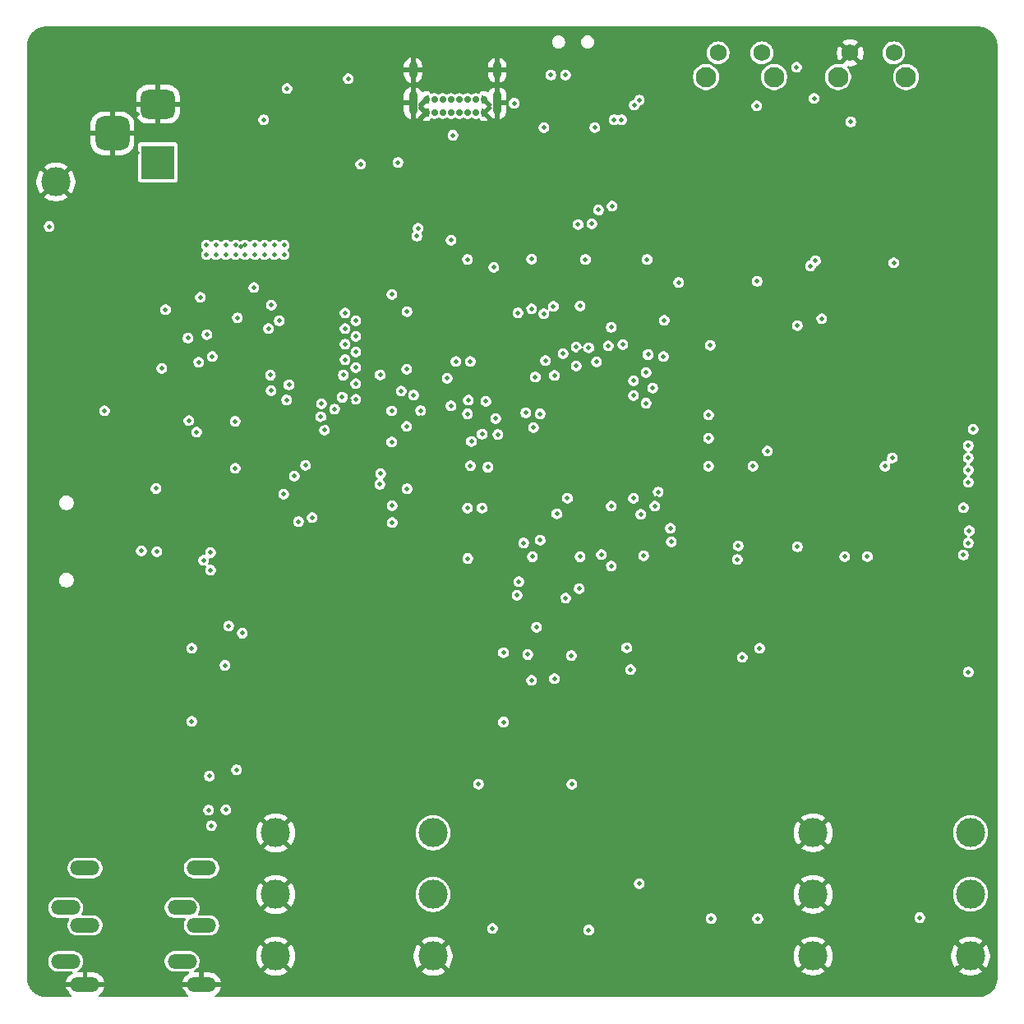
<source format=gbr>
%TF.GenerationSoftware,KiCad,Pcbnew,9.0.6*%
%TF.CreationDate,2026-01-08T15:16:42+08:00*%
%TF.ProjectId,STM32H7_PEDAL_V9,53544d33-3248-4375-9f50-4544414c5f56,rev?*%
%TF.SameCoordinates,Original*%
%TF.FileFunction,Copper,L3,Inr*%
%TF.FilePolarity,Positive*%
%FSLAX46Y46*%
G04 Gerber Fmt 4.6, Leading zero omitted, Abs format (unit mm)*
G04 Created by KiCad (PCBNEW 9.0.6) date 2026-01-08 15:16:42*
%MOMM*%
%LPD*%
G01*
G04 APERTURE LIST*
G04 Aperture macros list*
%AMRoundRect*
0 Rectangle with rounded corners*
0 $1 Rounding radius*
0 $2 $3 $4 $5 $6 $7 $8 $9 X,Y pos of 4 corners*
0 Add a 4 corners polygon primitive as box body*
4,1,4,$2,$3,$4,$5,$6,$7,$8,$9,$2,$3,0*
0 Add four circle primitives for the rounded corners*
1,1,$1+$1,$2,$3*
1,1,$1+$1,$4,$5*
1,1,$1+$1,$6,$7*
1,1,$1+$1,$8,$9*
0 Add four rect primitives between the rounded corners*
20,1,$1+$1,$2,$3,$4,$5,0*
20,1,$1+$1,$4,$5,$6,$7,0*
20,1,$1+$1,$6,$7,$8,$9,0*
20,1,$1+$1,$8,$9,$2,$3,0*%
G04 Aperture macros list end*
%TA.AperFunction,ComponentPad*%
%ADD10C,2.100000*%
%TD*%
%TA.AperFunction,ComponentPad*%
%ADD11C,1.750000*%
%TD*%
%TA.AperFunction,ComponentPad*%
%ADD12C,3.000000*%
%TD*%
%TA.AperFunction,ComponentPad*%
%ADD13O,3.016000X1.508000*%
%TD*%
%TA.AperFunction,ComponentPad*%
%ADD14C,3.600000*%
%TD*%
%TA.AperFunction,ComponentPad*%
%ADD15R,3.500000X3.500000*%
%TD*%
%TA.AperFunction,ComponentPad*%
%ADD16RoundRect,0.750000X-1.000000X0.750000X-1.000000X-0.750000X1.000000X-0.750000X1.000000X0.750000X0*%
%TD*%
%TA.AperFunction,ComponentPad*%
%ADD17RoundRect,0.875000X-0.875000X0.875000X-0.875000X-0.875000X0.875000X-0.875000X0.875000X0.875000X0*%
%TD*%
%TA.AperFunction,ComponentPad*%
%ADD18C,0.700000*%
%TD*%
%TA.AperFunction,ComponentPad*%
%ADD19O,0.900000X2.400000*%
%TD*%
%TA.AperFunction,ComponentPad*%
%ADD20O,0.900000X1.700000*%
%TD*%
%TA.AperFunction,HeatsinkPad*%
%ADD21C,0.600000*%
%TD*%
%TA.AperFunction,ViaPad*%
%ADD22C,0.500000*%
%TD*%
%TA.AperFunction,ViaPad*%
%ADD23C,0.700000*%
%TD*%
G04 APERTURE END LIST*
D10*
%TO.N,*%
%TO.C,RST1*%
X245731725Y-96134218D03*
X252741725Y-96134218D03*
D11*
%TO.N,GND*%
X246981725Y-93644218D03*
%TO.N,ESP_RST_CTRL*%
X251481725Y-93644218D03*
%TD*%
D12*
%TO.N,AUDIO_OUT_JACK_RIGHT*%
%TO.C,J4*%
X204021725Y-180346718D03*
%TO.N,GND*%
X187791725Y-180346718D03*
X204021725Y-186696718D03*
X187791725Y-186696718D03*
%TO.N,AUDIO_OUT_JACK_LEFT*%
X204021725Y-173996718D03*
%TO.N,GND*%
X187791725Y-173996718D03*
%TD*%
D13*
%TO.N,GND*%
%TO.C,J10*%
X168159712Y-189631718D03*
%TO.N,MIDI_IN_JACK_PIN5*%
X166159712Y-187231718D03*
%TO.N,MIDI_IN_JACK_PIN4*%
X166159712Y-181711718D03*
%TO.N,unconnected-(J10-Pad4)*%
X168159712Y-177631718D03*
%TO.N,unconnected-(J10-Pad5)*%
X168159712Y-183531718D03*
%TD*%
D14*
%TO.N,GND*%
%TO.C,H3*%
X189159712Y-163431718D03*
%TD*%
D15*
%TO.N,POWER_JACK_PWR*%
%TO.C,J1*%
X175659712Y-104931718D03*
D16*
%TO.N,GND*%
X175659712Y-98931718D03*
D17*
X170959712Y-101931718D03*
%TD*%
D10*
%TO.N,*%
%TO.C,BOOT1*%
X232131725Y-96134218D03*
X239141725Y-96134218D03*
D11*
%TO.N,ESP_BOOT_CTRL*%
X233381725Y-93644218D03*
%TO.N,+3V3*%
X237881725Y-93644218D03*
%TD*%
D14*
%TO.N,GND*%
%TO.C,H5*%
X235159712Y-163431718D03*
%TD*%
D12*
%TO.N,GND*%
%TO.C,TP51*%
X165159712Y-106931718D03*
%TD*%
%TO.N,AUDIO_IN_JACK_RIGHT*%
%TO.C,J8*%
X259389712Y-180331718D03*
%TO.N,GND*%
X243159712Y-180331718D03*
X259389712Y-186681718D03*
X243159712Y-186681718D03*
%TO.N,AUDIO_IN_JACK_LEFT*%
X259389712Y-173981718D03*
%TO.N,GND*%
X243159712Y-173981718D03*
%TD*%
D14*
%TO.N,GND*%
%TO.C,H2*%
X257659712Y-95431718D03*
%TD*%
D13*
%TO.N,GND*%
%TO.C,J7*%
X180159712Y-189631718D03*
%TO.N,MIDI_OUT_JACK_PIN5*%
X178159712Y-187231718D03*
%TO.N,MIDI_OUT_JACK_PIN4*%
X178159712Y-181711718D03*
%TO.N,unconnected-(J7-Pad4)*%
X180159712Y-177631718D03*
%TO.N,unconnected-(J7-Pad5)*%
X180159712Y-183531718D03*
%TD*%
D18*
%TO.N,GND*%
%TO.C,J5*%
X209259712Y-99791718D03*
%TO.N,VUSB*%
X208409712Y-99791718D03*
%TO.N,Net-(J5-CC1)*%
X207559712Y-99791718D03*
%TO.N,USBC_P*%
X206709712Y-99791718D03*
%TO.N,USBC_N*%
X205859712Y-99791718D03*
%TO.N,unconnected-(J5-SBU1-PadA8)*%
X205009712Y-99791718D03*
%TO.N,VUSB*%
X204159712Y-99791718D03*
%TO.N,GND*%
X203309712Y-99791718D03*
X203309712Y-98441718D03*
%TO.N,VUSB*%
X204159712Y-98441718D03*
%TO.N,Net-(J5-CC2)*%
X205009712Y-98441718D03*
%TO.N,USBC_P*%
X205859712Y-98441718D03*
%TO.N,USBC_N*%
X206709712Y-98441718D03*
%TO.N,unconnected-(J5-SBU2-PadB8)*%
X207559712Y-98441718D03*
%TO.N,VUSB*%
X208409712Y-98441718D03*
%TO.N,GND*%
X209259712Y-98441718D03*
D19*
X210609712Y-98811718D03*
D20*
X210609712Y-95431718D03*
D19*
X201959712Y-98811718D03*
D20*
X201959712Y-95431718D03*
%TD*%
D14*
%TO.N,GND*%
%TO.C,H1*%
X166659712Y-95431718D03*
%TD*%
D21*
%TO.N,GND*%
%TO.C,U10*%
X247209712Y-134331718D03*
X248309712Y-134331718D03*
X246659712Y-133781718D03*
X247759712Y-133781718D03*
X248859712Y-133781718D03*
X247209712Y-133231718D03*
X248309712Y-133231718D03*
X246659712Y-132681718D03*
X247759712Y-132681718D03*
X248859712Y-132681718D03*
X247209712Y-132131718D03*
X248309712Y-132131718D03*
%TD*%
D22*
%TO.N,ESP_USB_N*%
X225262142Y-98503818D03*
%TO.N,ESP_USB_P*%
X224731812Y-99034148D03*
%TO.N,ESP_USB_N*%
X243423577Y-115060610D03*
%TO.N,ESP_USB_P*%
X242893247Y-115590940D03*
%TO.N,+3V3*%
X182559712Y-156744218D03*
%TO.N,EXP_PEDAL*%
X179159712Y-162531718D03*
X226159712Y-124731718D03*
%TO.N,MIDI_IN*%
X180879712Y-171651718D03*
%TO.N,MIDI_OUT*%
X182659712Y-171631718D03*
X184359712Y-153431718D03*
%TO.N,MIDI_IN*%
X182959712Y-152681718D03*
%TO.N,GND*%
X180959712Y-169706718D03*
%TO.N,+3V3*%
X181159712Y-173256718D03*
%TO.N,VUSB*%
X212359712Y-98831718D03*
%TO.N,GND*%
X217359712Y-98931718D03*
%TO.N,STM_USB_N*%
X223434712Y-100531718D03*
%TO.N,STM_USB_P*%
X222684712Y-100531718D03*
%TO.N,Net-(SW3-B)*%
X217659712Y-95931718D03*
X215434712Y-101331718D03*
%TO.N,GND*%
X219109712Y-101331718D03*
%TO.N,+3V3*%
X220659712Y-101331718D03*
%TO.N,GND*%
X220784712Y-96431718D03*
%TO.N,AUDIO_IN_JACK_LEFT*%
X254159712Y-182731718D03*
%TO.N,VCC_FILT*%
X179159712Y-154981718D03*
X164459712Y-111528731D03*
%TO.N,+3V3*%
X259659712Y-132431718D03*
X201294225Y-132131718D03*
X180656725Y-113431718D03*
X186656725Y-113431718D03*
X181084712Y-146931718D03*
X183631725Y-136446916D03*
X241559712Y-144531718D03*
X232581725Y-123781718D03*
X186656725Y-114431718D03*
X207594225Y-145731718D03*
X181084712Y-145131718D03*
X247056725Y-100756718D03*
X232384712Y-136231718D03*
X246409712Y-145531718D03*
X181656725Y-113431718D03*
X187656725Y-113431718D03*
X226069225Y-114921916D03*
X176456725Y-120094218D03*
X184232134Y-113601740D03*
X185656725Y-113431718D03*
X214656725Y-152806718D03*
X201294225Y-126231718D03*
X184656725Y-114431718D03*
X214172500Y-114896916D03*
X182656725Y-114431718D03*
X199744225Y-133731718D03*
X199794225Y-140296916D03*
X170159712Y-130531718D03*
X201344225Y-120296916D03*
X188959712Y-97331718D03*
X183759712Y-167506718D03*
X248759712Y-145531718D03*
X237359712Y-99106718D03*
X214259712Y-145556718D03*
X183631725Y-131596916D03*
X183656725Y-114431718D03*
X180656725Y-114431718D03*
X232381725Y-130931718D03*
X199794225Y-142046916D03*
X232381725Y-133331718D03*
X188656725Y-113431718D03*
X251472212Y-115269218D03*
X199744225Y-130531718D03*
X187656725Y-114431718D03*
X225719225Y-145456718D03*
X219169225Y-145556718D03*
X188656725Y-114431718D03*
X184656725Y-113431718D03*
X180959712Y-168156718D03*
X237409712Y-117181718D03*
X259159712Y-157431718D03*
X241456725Y-95131718D03*
X219719225Y-114921916D03*
X181656725Y-114431718D03*
X199769225Y-118531718D03*
X195272212Y-96319218D03*
X201344225Y-138546916D03*
X185656725Y-114431718D03*
X216159712Y-95931718D03*
X183656725Y-113431718D03*
X182656725Y-113431718D03*
X207556725Y-114921916D03*
%TO.N,/audio input/V_AUDIOBIAS*%
X237459712Y-182831718D03*
X232659712Y-182831718D03*
%TO.N,SAI1_FS*%
X214156725Y-158281718D03*
X218256725Y-155731718D03*
%TO.N,SAI1_SD_A*%
X213756725Y-155631718D03*
X223959712Y-154931718D03*
%TO.N,SAI1_MLCKA*%
X216506725Y-158131718D03*
X224356725Y-157181718D03*
%TO.N,+5VA*%
X220056725Y-184005698D03*
X208706725Y-168981718D03*
X218306725Y-168981718D03*
X210136725Y-183854218D03*
X225259712Y-179231718D03*
%TO.N,SWCLK*%
X209056725Y-140531718D03*
X220359712Y-111231718D03*
%TO.N,SWDIO*%
X207556725Y-140531718D03*
X218959712Y-111331718D03*
%TO.N,LED2*%
X229319225Y-117296916D03*
X227819225Y-121196916D03*
%TO.N,VUSB*%
X200409712Y-104931718D03*
%TO.N,GND*%
X170656725Y-171931718D03*
X244656725Y-129931718D03*
X201344225Y-140296916D03*
X223659712Y-156831718D03*
X222656725Y-179931718D03*
D23*
X197259712Y-160431718D03*
D22*
X244656725Y-157931718D03*
X222656725Y-187931718D03*
X181159712Y-185931718D03*
X241981725Y-183931718D03*
X246734712Y-147431718D03*
X258259712Y-190431718D03*
X235981725Y-169931718D03*
X186656725Y-167931718D03*
X193256725Y-158581718D03*
X243109712Y-145531718D03*
X240259712Y-190431718D03*
X258656725Y-131931718D03*
X236656725Y-157931718D03*
X252656725Y-129931718D03*
X226659712Y-183931718D03*
X218656725Y-91431718D03*
X179559712Y-93931718D03*
X198656725Y-167931718D03*
X236656725Y-145931718D03*
X204159712Y-91431718D03*
X218256725Y-152856718D03*
X253981725Y-167931718D03*
X166656725Y-119931718D03*
X249981725Y-167931718D03*
X222659712Y-183931718D03*
X236456725Y-128156718D03*
X246659712Y-151106718D03*
X207056725Y-184281718D03*
X232606725Y-129281718D03*
X162659712Y-138931718D03*
X234656725Y-151931718D03*
X248656725Y-161931718D03*
X206606725Y-129681718D03*
X250656725Y-95931718D03*
X244656725Y-165931718D03*
X226244225Y-115831718D03*
D23*
X195259712Y-160431718D03*
D22*
X182656725Y-119931718D03*
X170656725Y-115931718D03*
X174656725Y-175931718D03*
X242656725Y-131931718D03*
D23*
X185259712Y-188431718D03*
D22*
X192656725Y-181931718D03*
X162659712Y-178931718D03*
X162659712Y-96931718D03*
X162659712Y-158931718D03*
X198159712Y-91431718D03*
X179256725Y-130931718D03*
X249140962Y-106031718D03*
X240656725Y-91431718D03*
X196656725Y-185931718D03*
X253981725Y-179931718D03*
X232659712Y-101931718D03*
X261659712Y-126931718D03*
X190159712Y-100731718D03*
X237156725Y-172231718D03*
X240656725Y-117931718D03*
X220259712Y-190431718D03*
X172656725Y-121931718D03*
X193359712Y-102131718D03*
X180159712Y-91431718D03*
X170656725Y-147931718D03*
X192656725Y-177931718D03*
X231981725Y-169931718D03*
X168656725Y-133931718D03*
X256656725Y-145931718D03*
X240656725Y-113931718D03*
X162659712Y-130931718D03*
X204656725Y-169931718D03*
X190356725Y-135431718D03*
X192656725Y-157931718D03*
D23*
X185259712Y-184431718D03*
D22*
X190656725Y-183931718D03*
X162659712Y-156931718D03*
X208806725Y-136381718D03*
X204656725Y-177931718D03*
X173559712Y-95931718D03*
X238656725Y-123931718D03*
X234656725Y-91431718D03*
X248656725Y-91431718D03*
X261659712Y-120931718D03*
X200159712Y-91431718D03*
X219556725Y-126181718D03*
X176656725Y-117931718D03*
X185359712Y-105131718D03*
X238656725Y-143931718D03*
X261659712Y-156931718D03*
X226069225Y-113371916D03*
D23*
X185259712Y-174431718D03*
D22*
X175406725Y-121481718D03*
X162659712Y-104931718D03*
X202556725Y-138031718D03*
X240559712Y-99156718D03*
X228656725Y-91431718D03*
X236459712Y-126256718D03*
X162659712Y-172931718D03*
D23*
X227259712Y-160431718D03*
D22*
X182159712Y-107531718D03*
X240656725Y-133931718D03*
X256656725Y-165931718D03*
X233259712Y-145931718D03*
X256656725Y-157931718D03*
X201344225Y-142046916D03*
X194656725Y-167931718D03*
X236656725Y-91431718D03*
X162659712Y-168931718D03*
X261659712Y-146931718D03*
X249981725Y-171931718D03*
X261659712Y-154931718D03*
X238659712Y-147931718D03*
X213456725Y-120131718D03*
X219856725Y-167531718D03*
X219856725Y-165931718D03*
X174259712Y-190431718D03*
X183862699Y-103781718D03*
X216959712Y-150031718D03*
X198656725Y-183931718D03*
X257981725Y-171931718D03*
X183759712Y-107531718D03*
D23*
X185259712Y-190431718D03*
D22*
X261659712Y-182931718D03*
D23*
X185259712Y-178431718D03*
D22*
X190656725Y-175931718D03*
X174656725Y-123931718D03*
X251981725Y-177931718D03*
X213520719Y-188070711D03*
X261659712Y-160931718D03*
X190859712Y-142331718D03*
X218659712Y-183931718D03*
X186062699Y-103781718D03*
X162659712Y-176931718D03*
D23*
X239259712Y-160431718D03*
D22*
X195356725Y-129431718D03*
X261659712Y-132931718D03*
X206656725Y-175931718D03*
X172656725Y-177931718D03*
X248656725Y-97931718D03*
X213359712Y-158431718D03*
X213009712Y-155481718D03*
X261659712Y-150931718D03*
X187156725Y-129231718D03*
X218656725Y-171931718D03*
X258656725Y-91431718D03*
X189359712Y-104131718D03*
X182159712Y-105131718D03*
X207056725Y-144731718D03*
X250659712Y-119931718D03*
X182959712Y-108331718D03*
X196656725Y-173931718D03*
X198656725Y-175931718D03*
X162662699Y-92931718D03*
X194656725Y-163931718D03*
X196656725Y-169931718D03*
X166259712Y-190431718D03*
X194656725Y-187931718D03*
X247981725Y-185931718D03*
X228659712Y-185931718D03*
X162659712Y-150931718D03*
X205656725Y-162556718D03*
X194259712Y-190431718D03*
X225856725Y-123931718D03*
X241981725Y-187931718D03*
X193559712Y-107931718D03*
X220456725Y-124731718D03*
X226659712Y-187931718D03*
X252656725Y-97931718D03*
X261659712Y-102931718D03*
X232656725Y-157931718D03*
X162659712Y-124931718D03*
D23*
X245259712Y-160431718D03*
D22*
X162659712Y-160931718D03*
X261659712Y-184931718D03*
X199794225Y-138546916D03*
X238259712Y-190431718D03*
X194656725Y-171931718D03*
X232656725Y-161931718D03*
X192656725Y-153931718D03*
X170656725Y-123931718D03*
X171559712Y-97931718D03*
X234109712Y-117181718D03*
X230156725Y-116931718D03*
X234109712Y-122081718D03*
X162659712Y-164931718D03*
X223659712Y-177931718D03*
X192656725Y-131831718D03*
D23*
X233259712Y-160431718D03*
X251259712Y-160431718D03*
D22*
X208656725Y-161931718D03*
X254159712Y-144231718D03*
X253981725Y-187931718D03*
X224656725Y-93931718D03*
X214556725Y-120731718D03*
X259159712Y-133331718D03*
X195256725Y-121231718D03*
X224259712Y-190431718D03*
X186656725Y-155931718D03*
X226659712Y-147931718D03*
X252656725Y-157931718D03*
D23*
X185259712Y-176431718D03*
D22*
X257981725Y-183931718D03*
X164656725Y-157931718D03*
X196659712Y-141931718D03*
X162659712Y-106931718D03*
X261659712Y-170931718D03*
X261659712Y-124931718D03*
X182656725Y-187931718D03*
X183759712Y-105931718D03*
X195256725Y-122831718D03*
X249981725Y-187931718D03*
X261659712Y-138931718D03*
X182259712Y-190431718D03*
X168656725Y-137931718D03*
X225559712Y-125531718D03*
X201319225Y-118531718D03*
X220359712Y-145281718D03*
D23*
X207259712Y-160431718D03*
D22*
X224659712Y-181931718D03*
X168656725Y-117931718D03*
D23*
X193259712Y-160431718D03*
D22*
X200656725Y-177931718D03*
X204656725Y-157931718D03*
X206656725Y-171931718D03*
X236656725Y-165931718D03*
X202656725Y-155931718D03*
X175559712Y-93931718D03*
X214259712Y-190431718D03*
X241981725Y-167931718D03*
X166656725Y-159931718D03*
X170656725Y-151931718D03*
X259559712Y-103131718D03*
X248659712Y-93931718D03*
X174656725Y-171931718D03*
X174656725Y-115931718D03*
X225156725Y-126731718D03*
X199744225Y-132131718D03*
X239562699Y-101731718D03*
X216840725Y-188093198D03*
X213856725Y-112131718D03*
X184656725Y-119731718D03*
X234259712Y-190431718D03*
X252659712Y-145931718D03*
X184159712Y-91431718D03*
X231019225Y-130396916D03*
X196656725Y-153931718D03*
X224656725Y-101931718D03*
X261659712Y-178931718D03*
X243981725Y-169931718D03*
X261659712Y-106931718D03*
X181359712Y-105131718D03*
X215081725Y-167731718D03*
X236656725Y-153931718D03*
X222656725Y-171931718D03*
X172656725Y-113931718D03*
X218056725Y-141331718D03*
X220659712Y-150331718D03*
X248656725Y-165931718D03*
X254656725Y-147931718D03*
X259981725Y-169931718D03*
X175856725Y-166631718D03*
X196656725Y-181931718D03*
X236759712Y-133531718D03*
X182959712Y-105931718D03*
X170656725Y-183931718D03*
X250656725Y-151931718D03*
X192656725Y-161931718D03*
X202656725Y-183931718D03*
X183656725Y-138106718D03*
X186259712Y-190431718D03*
X256656725Y-153931718D03*
X176656725Y-113931718D03*
X261659712Y-172931718D03*
X261659712Y-188931718D03*
X202656725Y-167931718D03*
X250656725Y-91431718D03*
X168656725Y-141931718D03*
X242656725Y-151931718D03*
X224806725Y-129731718D03*
X188056725Y-126831718D03*
X204656725Y-153931718D03*
X162659712Y-182931718D03*
X182959712Y-106731718D03*
X190656725Y-171931718D03*
X168656725Y-165931718D03*
X261659712Y-162931718D03*
X235759712Y-117181718D03*
X206044225Y-145731718D03*
X162659712Y-132931718D03*
X216959712Y-158781718D03*
X257981725Y-175931718D03*
X261659712Y-164931718D03*
X246656725Y-127931718D03*
X252656725Y-165931718D03*
X162659712Y-94931718D03*
X162659712Y-120931718D03*
X227156725Y-174231718D03*
X256656725Y-133931718D03*
X206656725Y-155931718D03*
D23*
X249259712Y-160431718D03*
D22*
X170159712Y-91431718D03*
X224659712Y-185931718D03*
X198656725Y-187931718D03*
X162659712Y-116931718D03*
X249981725Y-175931718D03*
X224659712Y-149931718D03*
X168656725Y-145931718D03*
X179156725Y-125731718D03*
X242259712Y-190431718D03*
X224559712Y-155531718D03*
X254659712Y-151206718D03*
X232659712Y-153931718D03*
X221659712Y-146581718D03*
X202656725Y-187931718D03*
X219856725Y-161281718D03*
X225206725Y-140431718D03*
D23*
X237259712Y-160431718D03*
D22*
X247981725Y-177931718D03*
D23*
X185259712Y-172431718D03*
D22*
X251981725Y-169931718D03*
X176259712Y-190431718D03*
X162659712Y-140931718D03*
X202656725Y-139931718D03*
X168159712Y-91431718D03*
X224656725Y-165931718D03*
D23*
X185259712Y-160431718D03*
D22*
X228659712Y-149931718D03*
X261659712Y-96931718D03*
X162659712Y-188931718D03*
X212259712Y-190431718D03*
X216656725Y-169931718D03*
X162659712Y-102931718D03*
X182159712Y-108331718D03*
X261659712Y-176931718D03*
D23*
X185259712Y-166431718D03*
D22*
X162656725Y-110931718D03*
X228656725Y-117931718D03*
X194656725Y-179931718D03*
X238656725Y-131931718D03*
X208756725Y-184281718D03*
X221759712Y-94931718D03*
X261659712Y-152931718D03*
X238656725Y-91431718D03*
X212906725Y-161281718D03*
X202819225Y-119396916D03*
X234659712Y-174231718D03*
X245981725Y-183931718D03*
X256259712Y-190431718D03*
X202656725Y-175931718D03*
X251981725Y-173931718D03*
X222659712Y-175931718D03*
X219169225Y-147106718D03*
X188159712Y-91431718D03*
X198606725Y-131731718D03*
X200656725Y-181931718D03*
X181359712Y-104331718D03*
X245981725Y-175931718D03*
X171559712Y-93931718D03*
X162659712Y-128931718D03*
X215431725Y-175241718D03*
X247981725Y-173931718D03*
X166656725Y-131931718D03*
X198259712Y-190431718D03*
D23*
X203259712Y-160431718D03*
D22*
X234131725Y-123781718D03*
X190159712Y-91431718D03*
X215656725Y-130131718D03*
X245981725Y-167931718D03*
X213556725Y-129881718D03*
X210259712Y-190431718D03*
X261659712Y-140931718D03*
X250259712Y-190431718D03*
X194031725Y-155981718D03*
X227856725Y-134331718D03*
X243981725Y-177931718D03*
D23*
X213259712Y-160431718D03*
X243259712Y-160431718D03*
D22*
X256656725Y-149931718D03*
X208506725Y-129531718D03*
X183759712Y-108331718D03*
X249084712Y-111831718D03*
X187856725Y-138731718D03*
X162659712Y-100931718D03*
D23*
X209259712Y-160431718D03*
D22*
X222656725Y-135931718D03*
X172656725Y-181931718D03*
X206356725Y-127131718D03*
X210656725Y-163931718D03*
X261659712Y-134931718D03*
X256656725Y-97931718D03*
X230656725Y-115931718D03*
X206259712Y-190431718D03*
X256656725Y-91431718D03*
X182159712Y-103531718D03*
X211056725Y-132131718D03*
X209256725Y-113371916D03*
X181359712Y-108331718D03*
X200656725Y-169931718D03*
X192656725Y-173931718D03*
X186971923Y-140496916D03*
X162659712Y-108931718D03*
X226606725Y-130331718D03*
X261659712Y-168931718D03*
X249559712Y-150431718D03*
X166656725Y-103931718D03*
X196459712Y-100731718D03*
X237981725Y-167931718D03*
X218106725Y-125231718D03*
X220656725Y-173931718D03*
X238356725Y-154431718D03*
X260656725Y-91431718D03*
X235056725Y-156431718D03*
X188656725Y-153931718D03*
X162659712Y-154931718D03*
X218656725Y-187931718D03*
X186159712Y-91431718D03*
X235559712Y-99156718D03*
X172656725Y-157931718D03*
X261659712Y-148931718D03*
X229156725Y-172231718D03*
D23*
X185259712Y-170431718D03*
D22*
X244656725Y-101931718D03*
X162659712Y-184931718D03*
X227981725Y-169931718D03*
D23*
X185259712Y-186431718D03*
D22*
X232656725Y-165931718D03*
X183459712Y-94156718D03*
X261659712Y-100931718D03*
D23*
X205259712Y-160431718D03*
D22*
X248656725Y-157931718D03*
X181859712Y-94156718D03*
X245256725Y-100706718D03*
X188656725Y-169931718D03*
X246659712Y-123931718D03*
D23*
X185259712Y-180431718D03*
D22*
X254259712Y-190431718D03*
X180759712Y-181931718D03*
X166656725Y-111931718D03*
X261659712Y-114931718D03*
X243134712Y-147431718D03*
X166656725Y-115931718D03*
D23*
X211259712Y-160431718D03*
D22*
X236656725Y-113931718D03*
X162659712Y-134931718D03*
X261659712Y-128931718D03*
X220659712Y-185931718D03*
X206159712Y-91431718D03*
X233981725Y-167931718D03*
X216456725Y-152856718D03*
X192656725Y-165931718D03*
X208306725Y-131231718D03*
X229981725Y-167931718D03*
X224656725Y-91431718D03*
X220759712Y-110531718D03*
X200656725Y-173931718D03*
X236656725Y-149931718D03*
X259981725Y-177931718D03*
X249097212Y-113694218D03*
X162659712Y-114931718D03*
X172656725Y-185931718D03*
X232259712Y-190431718D03*
X183656725Y-133106718D03*
X261659712Y-158931718D03*
X255981725Y-177931718D03*
D23*
X215259712Y-160431718D03*
D22*
X212159712Y-91431718D03*
X192656725Y-185931718D03*
X170656725Y-175931718D03*
X196656725Y-177931718D03*
X248656725Y-153931718D03*
X201294225Y-133731718D03*
X190581725Y-156531718D03*
X178656725Y-163931718D03*
X210656725Y-155931718D03*
X176656725Y-185931718D03*
X258659712Y-119931718D03*
X196656725Y-161931718D03*
X189156725Y-136631718D03*
X250656725Y-127931718D03*
X188659712Y-141931718D03*
X174656725Y-135931718D03*
X171159712Y-187931718D03*
X211056725Y-130681718D03*
X184506725Y-134181718D03*
X239981725Y-169931718D03*
X241981725Y-171931718D03*
X254656725Y-127931718D03*
X254656725Y-163931718D03*
X206656725Y-167931718D03*
X228909712Y-143281718D03*
X220081725Y-180931718D03*
X215197500Y-119231718D03*
X249097212Y-102244218D03*
X196459712Y-103331718D03*
X225831725Y-172231718D03*
X182159712Y-105931718D03*
X214169225Y-113371916D03*
X220656725Y-91431718D03*
X260656725Y-161931718D03*
D23*
X185259712Y-164431718D03*
D22*
X169656725Y-110881718D03*
X172656725Y-161931718D03*
D23*
X191259712Y-160431718D03*
D22*
X219849241Y-116116432D03*
X240656725Y-121931718D03*
X245981725Y-187931718D03*
X194656725Y-183931718D03*
X230259712Y-190431718D03*
X244656725Y-133931718D03*
X188259712Y-190431718D03*
X238656725Y-115931718D03*
X170259712Y-190431718D03*
X180656725Y-118231718D03*
X224481725Y-162931718D03*
X217556725Y-161231718D03*
X254656725Y-91431718D03*
X241759712Y-150531718D03*
X250656725Y-163931718D03*
X255981725Y-169931718D03*
X162656725Y-122931718D03*
X248259712Y-190431718D03*
X221856725Y-152891520D03*
X173056725Y-144031718D03*
X166159712Y-91431718D03*
X253981725Y-175931718D03*
X235984712Y-187393198D03*
X175559712Y-101931718D03*
X207256725Y-136581718D03*
X181556725Y-124131718D03*
X196259712Y-190431718D03*
X215081725Y-165931718D03*
X166656725Y-163931718D03*
D23*
X261259712Y-160431718D03*
D22*
X186656725Y-183931718D03*
X214959712Y-141131718D03*
X173559712Y-107931718D03*
X164159712Y-91431718D03*
X182656725Y-127931718D03*
X222259712Y-190431718D03*
X218159712Y-110931718D03*
X220656725Y-165931718D03*
X261659712Y-112931718D03*
X228656725Y-157931718D03*
X210656725Y-167931718D03*
X246656725Y-91431718D03*
X216259712Y-190431718D03*
X182159712Y-106731718D03*
X256656725Y-117931718D03*
X235759712Y-122081718D03*
X226856725Y-120731718D03*
X200656725Y-185931718D03*
X215006725Y-131681718D03*
X244656725Y-153931718D03*
X183759712Y-106731718D03*
X183159712Y-108931718D03*
X162659712Y-170931718D03*
X224656725Y-161931718D03*
X228656725Y-161931718D03*
X261659712Y-108931718D03*
D23*
X255259712Y-160431718D03*
D22*
X235356725Y-125881718D03*
X261659712Y-130931718D03*
X196159712Y-91431718D03*
X162659712Y-112931718D03*
X230656725Y-117931718D03*
X242656725Y-127931718D03*
X168656725Y-113931718D03*
X166656725Y-135931718D03*
X261659712Y-92931718D03*
X172259712Y-190431718D03*
X168656725Y-121931718D03*
X207556725Y-113371916D03*
X208656725Y-153931718D03*
X230656725Y-91431718D03*
X184559712Y-105931718D03*
X170656725Y-131931718D03*
X256656725Y-161931718D03*
X202706725Y-131205198D03*
X182656725Y-123931718D03*
X162659712Y-180931718D03*
X217359712Y-140131718D03*
X234656725Y-143931718D03*
X188062699Y-103506718D03*
X197559712Y-107931718D03*
X182656725Y-183931718D03*
X182959712Y-105131718D03*
X261659712Y-142931718D03*
X192659712Y-141931718D03*
X252656725Y-161931718D03*
X252259712Y-190431718D03*
X244259712Y-190431718D03*
X205159712Y-104731718D03*
X236656725Y-161931718D03*
X192159712Y-91431718D03*
X261659712Y-180931718D03*
X199744225Y-126231718D03*
X240656725Y-129931718D03*
X253559712Y-120931718D03*
X198656725Y-179931718D03*
X249109712Y-107931718D03*
X225406725Y-139031718D03*
X257981725Y-167931718D03*
X202656725Y-171931718D03*
X172159712Y-91431718D03*
X255981725Y-185931718D03*
X162659712Y-152931718D03*
X252656725Y-153931718D03*
X256656725Y-125931718D03*
X226656725Y-91431718D03*
X176159712Y-91431718D03*
X228259712Y-190431718D03*
X181359712Y-105931718D03*
X204259712Y-190431718D03*
X195256725Y-124431718D03*
X225756725Y-128381718D03*
X212256725Y-176949218D03*
X240656725Y-153931718D03*
X162656725Y-126931718D03*
X232784712Y-187381718D03*
X194159712Y-102131718D03*
X261659712Y-110931718D03*
X261659712Y-94931718D03*
X259659712Y-98181718D03*
X228659712Y-145931718D03*
X179156725Y-132231718D03*
X200656725Y-153931718D03*
X206256725Y-112131718D03*
X251981725Y-181931718D03*
X260259712Y-190431718D03*
X200656725Y-165931718D03*
X251981725Y-185931718D03*
X261659712Y-118931718D03*
X170656725Y-139931718D03*
X254656725Y-123931718D03*
X186906725Y-138881718D03*
X202159712Y-91431718D03*
X196656725Y-157931718D03*
X200259712Y-190431718D03*
X172656725Y-173931718D03*
X174656725Y-111931718D03*
X261659712Y-98931718D03*
X233934712Y-136231718D03*
D23*
X185259712Y-162431718D03*
D22*
X182959712Y-107531718D03*
D23*
X185259712Y-182431718D03*
D22*
X228656725Y-165931718D03*
D23*
X187259712Y-160431718D03*
D22*
X261659712Y-166931718D03*
X171456725Y-110881718D03*
X178259712Y-190431718D03*
X252656725Y-91431718D03*
X233931725Y-130931718D03*
X181359712Y-106731718D03*
X261659712Y-104931718D03*
X162659712Y-166931718D03*
X248656725Y-129931718D03*
X172656725Y-117931718D03*
X190259712Y-190431718D03*
X166656725Y-99931718D03*
X182159712Y-104331718D03*
X228656725Y-116331718D03*
X246656725Y-163931718D03*
X249097212Y-104131718D03*
X162659712Y-142931718D03*
X162659712Y-136931718D03*
X203359712Y-104756718D03*
X245981725Y-179931718D03*
X208259712Y-190431718D03*
X240656725Y-157931718D03*
X228334712Y-176156718D03*
D23*
X185259712Y-168431718D03*
D22*
X227059712Y-139531718D03*
X198656725Y-171931718D03*
X243256725Y-95231718D03*
X240659712Y-93931718D03*
X238656725Y-127931718D03*
X228119225Y-122646916D03*
D23*
X241259712Y-160431718D03*
D22*
X180256725Y-121931718D03*
X256656725Y-129931718D03*
D23*
X217259712Y-160431718D03*
X219259712Y-160431718D03*
D22*
X203656725Y-162556718D03*
X178156725Y-122231718D03*
X247981725Y-169931718D03*
X222656725Y-95931718D03*
X223356725Y-122531718D03*
X222656725Y-167931718D03*
X194056725Y-134931718D03*
X261659712Y-122931718D03*
X162659712Y-186931718D03*
X173559712Y-99931718D03*
X261659712Y-136931718D03*
X192656725Y-169931718D03*
X170656725Y-167931718D03*
X202259712Y-190431718D03*
X254656725Y-131931718D03*
X234656725Y-147931718D03*
X178656725Y-129831718D03*
X178159712Y-91431718D03*
X190656725Y-167931718D03*
X174159712Y-91431718D03*
X226656725Y-163931718D03*
X190656725Y-187931718D03*
X218259712Y-190431718D03*
X162659712Y-148931718D03*
X172656725Y-169931718D03*
X208159712Y-91431718D03*
X253859712Y-115831718D03*
X197131725Y-156531718D03*
X249981725Y-179931718D03*
X180759712Y-108931718D03*
X162659712Y-118931718D03*
X208656725Y-157931718D03*
X249981725Y-183931718D03*
X187656725Y-120431718D03*
X244656725Y-91431718D03*
X220656725Y-169931718D03*
X174656725Y-163931718D03*
X182159712Y-91431718D03*
X162659712Y-98931718D03*
X246259712Y-190431718D03*
X261659712Y-144931718D03*
X244656725Y-161931718D03*
X190656725Y-179931718D03*
X261659712Y-116931718D03*
X255981725Y-181931718D03*
X170656725Y-111931718D03*
X258656725Y-163931718D03*
X234656725Y-115931718D03*
X210456725Y-114831718D03*
X215764971Y-115179352D03*
X170656725Y-119931718D03*
X164656725Y-101931718D03*
X242656725Y-119931718D03*
X201631725Y-162531718D03*
X194959712Y-102131718D03*
X219719225Y-113371916D03*
X184656725Y-129931718D03*
X241981725Y-175931718D03*
X196656725Y-165931718D03*
X232656725Y-91431718D03*
X242656725Y-91431718D03*
X214259712Y-147106718D03*
X257981725Y-187931718D03*
X175459712Y-141831718D03*
X201359712Y-112631718D03*
X170656725Y-135931718D03*
X162659712Y-174931718D03*
X238656725Y-151931718D03*
X164259712Y-190431718D03*
X238959712Y-99106718D03*
X225719225Y-147006718D03*
X190656725Y-111931718D03*
D23*
X247259712Y-160431718D03*
D22*
X216506725Y-161281718D03*
X216056725Y-126081718D03*
X226656725Y-167931718D03*
X208656725Y-165931718D03*
X224659712Y-145931718D03*
X198656725Y-163931718D03*
X181359712Y-107531718D03*
X192259712Y-190431718D03*
X204656725Y-165931718D03*
X188656725Y-177931718D03*
D23*
X229259712Y-160431718D03*
D22*
X260656725Y-165931718D03*
X230656725Y-163931718D03*
D23*
X231259712Y-160431718D03*
D22*
X210159712Y-91431718D03*
D23*
X225259712Y-160431718D03*
D22*
X173559712Y-103931718D03*
X253981725Y-183931718D03*
X216656725Y-91431718D03*
X221859712Y-139831718D03*
X162659712Y-144931718D03*
X201294225Y-130696916D03*
X261659712Y-174931718D03*
X219156725Y-124431718D03*
X172656725Y-125931718D03*
X171559712Y-105931718D03*
X217459712Y-155581718D03*
X233931725Y-133331718D03*
X187856725Y-122131718D03*
X184259712Y-190431718D03*
X188656725Y-157931718D03*
X245981725Y-171931718D03*
X260656725Y-153931718D03*
X162659712Y-146931718D03*
X226259712Y-190431718D03*
X166656725Y-155931718D03*
D23*
X221259712Y-160431718D03*
D22*
X239156725Y-174231718D03*
X244659712Y-93931718D03*
X233259712Y-149931718D03*
X253981725Y-171931718D03*
X162659712Y-162931718D03*
X228334712Y-179706718D03*
X215656725Y-155631718D03*
X239756725Y-179431718D03*
X252656725Y-133931718D03*
X255981725Y-173931718D03*
X201681725Y-157331718D03*
X206656725Y-179931718D03*
X215456725Y-127181718D03*
X249109712Y-109931718D03*
X249072212Y-115494218D03*
D23*
X253259712Y-160431718D03*
D22*
X194656725Y-175931718D03*
X166656725Y-143931718D03*
X250659712Y-123931718D03*
X236259712Y-190431718D03*
X189156725Y-128631718D03*
X238656725Y-119931718D03*
X170656725Y-143931718D03*
X240159712Y-104531718D03*
X179559712Y-97931718D03*
X242656725Y-111731718D03*
X194159712Y-91431718D03*
X224656725Y-169931718D03*
X168656725Y-149931718D03*
X199794225Y-120296916D03*
D23*
X223259712Y-160431718D03*
D22*
X177559712Y-95931718D03*
X226584712Y-176156718D03*
X240656725Y-125931718D03*
X261659712Y-186931718D03*
X247981725Y-181931718D03*
X172656725Y-149931718D03*
%TO.N,FMC_CLK*%
X205846676Y-130024366D03*
X188919225Y-129396916D03*
%TO.N,FMC_WE*%
X220056725Y-124031718D03*
X196056725Y-127731718D03*
%TO.N,FMC_D1*%
X192819225Y-132496916D03*
X205456725Y-127180198D03*
%TO.N,FMC_NBL1*%
X187319225Y-128446916D03*
X215056725Y-130831718D03*
%TO.N,FMC_BA0*%
X206356725Y-125431718D03*
X194956725Y-125246916D03*
%TO.N,FMC_CS*%
X220856725Y-125481718D03*
X196056725Y-126046916D03*
%TO.N,FMC_A3*%
X194956725Y-120446916D03*
X218756725Y-125881718D03*
%TO.N,FMC_RAS*%
X218756725Y-123931718D03*
X194756725Y-126846916D03*
%TO.N,FMC_BA1*%
X207856725Y-125431718D03*
X196056725Y-124446916D03*
%TO.N,FMC_D3*%
X209656725Y-136331718D03*
X198619225Y-136996916D03*
%TO.N,FMC_D14*%
X207656725Y-129431718D03*
X190856725Y-136131718D03*
%TO.N,FMC_A5*%
X223556725Y-123681718D03*
X188156725Y-121246916D03*
%TO.N,FMC_A4*%
X222056725Y-123831718D03*
X187356725Y-119631718D03*
%TO.N,FMC_D7*%
X196056725Y-129331718D03*
X212756725Y-120431718D03*
%TO.N,FMC_D4*%
X192518225Y-129793218D03*
X216419225Y-119766916D03*
%TO.N,FMC_A10*%
X194956725Y-123646916D03*
X217406725Y-124631718D03*
%TO.N,FMC_D15*%
X188619225Y-139096916D03*
X209456725Y-129531718D03*
%TO.N,FMC_D6*%
X194656725Y-129131718D03*
X214156725Y-120031718D03*
%TO.N,FMC_D2*%
X198519225Y-138096916D03*
X207856725Y-136181718D03*
%TO.N,FMC_CAS*%
X202019225Y-128896916D03*
X213556725Y-130731718D03*
%TO.N,FMC_A12*%
X189158134Y-127856598D03*
X202719225Y-130496916D03*
%TO.N,FMC_D13*%
X207556725Y-130831718D03*
X189719225Y-137246916D03*
%TO.N,FMC_A6*%
X219156725Y-119731718D03*
X187056725Y-122046916D03*
%TO.N,FMC_D5*%
X215420225Y-120531718D03*
X193856725Y-130331718D03*
%TO.N,FMC_D0*%
X192456725Y-131131718D03*
X198556725Y-126831718D03*
%TO.N,FMC_A1*%
X216506725Y-126881718D03*
X194956725Y-122046916D03*
%TO.N,FMC_A0*%
X214556725Y-127031718D03*
X196056725Y-122846916D03*
%TO.N,FMC_A2*%
X215581725Y-125356718D03*
X196056725Y-121246916D03*
%TO.N,FMC_NBL0*%
X214356725Y-132231718D03*
X200719225Y-128496916D03*
%TO.N,FMC_CKE*%
X187269225Y-126846916D03*
X222356725Y-121931718D03*
%TO.N,SDMMC1_CMD*%
X175559712Y-145029800D03*
X173959712Y-144931718D03*
%TO.N,SDMMC1_D0*%
X191559712Y-141531718D03*
X209056725Y-132931718D03*
%TO.N,SDMMC1_D1*%
X190159712Y-141931718D03*
X207956725Y-133680198D03*
%TO.N,DC*%
X236959712Y-136208211D03*
X250558219Y-136233211D03*
%TO.N,CLOCK*%
X258659712Y-140506718D03*
X216759712Y-141131718D03*
%TO.N,BL*%
X238459712Y-134680198D03*
X251308218Y-135383212D03*
%TO.N,MOSI*%
X217856725Y-139531718D03*
X258659712Y-145375000D03*
%TO.N,CS*%
X259256725Y-142875000D03*
X228459712Y-142631718D03*
%TO.N,LCD_RST*%
X228559712Y-144031718D03*
X259159712Y-144131718D03*
%TO.N,I2C1_SCL*%
X235856725Y-155931718D03*
X221359712Y-145331718D03*
%TO.N,I2C1_SDA*%
X237656725Y-154981718D03*
X222359712Y-146531718D03*
%TO.N,TP_INT*%
X224656725Y-139531718D03*
X259159712Y-134125000D03*
%TO.N,TP_RST*%
X259159712Y-135375000D03*
X225406725Y-141181718D03*
%TO.N,VCC*%
X196559712Y-105131718D03*
X186559712Y-100531718D03*
%TO.N,/Audio Codec/3.3V_FILT*%
X211256725Y-155431718D03*
X211256725Y-162581718D03*
%TO.N,QSPI_BK1_CLK*%
X225956725Y-126581718D03*
X180041725Y-118831718D03*
%TO.N,QSPI_BK1_IO0*%
X180696341Y-122671334D03*
X226656725Y-128180198D03*
%TO.N,QSPI_BK1_IO2*%
X224656725Y-128931718D03*
X179856725Y-125531718D03*
%TO.N,QSPI_BK1_IO3*%
X225956725Y-129731718D03*
X178756725Y-123031718D03*
%TO.N,QSPI_BK1_NCS*%
X176056725Y-126131718D03*
X210256725Y-115731718D03*
X185556725Y-117831718D03*
%TO.N,QSPI_BK1_IO1*%
X224656725Y-127431718D03*
X181255725Y-124930718D03*
%TO.N,I2C3_SDA*%
X226856725Y-140331718D03*
X259159712Y-137875000D03*
%TO.N,I2C3_SCL*%
X227206725Y-138881718D03*
X259159712Y-136625000D03*
%TO.N,Net-(J5-CC1)*%
X206059712Y-102131718D03*
%TO.N,I{slash}O_4*%
X219059712Y-148831718D03*
X212858218Y-148130224D03*
%TO.N,I{slash}O_3*%
X217659712Y-149831718D03*
X212659712Y-149531718D03*
%TO.N,KEY*%
X205856725Y-112931718D03*
X183856725Y-120931718D03*
%TO.N,SIG_1*%
X210456725Y-131331718D03*
X179656725Y-132731718D03*
%TO.N,SIG_2*%
X178856725Y-131531718D03*
X210681725Y-132956718D03*
%TO.N,CARD_DETECT*%
X180359712Y-145931718D03*
X175459712Y-138531718D03*
%TO.N,USART2_RX*%
X235459712Y-144431718D03*
X215059712Y-143831718D03*
%TO.N,USART2_TX*%
X235359712Y-145831718D03*
X213359712Y-144131718D03*
%TO.N,/STM32H7/BOOT*%
X222359712Y-140331718D03*
X221059712Y-109831718D03*
%TO.N,ESP_BOOT_CTRL*%
X243259712Y-98331718D03*
X244059712Y-121031718D03*
%TO.N,ESP_RST_CTRL*%
X222459712Y-109431718D03*
X241559712Y-121731718D03*
X227759712Y-124931718D03*
%TO.N,STM_USB_P*%
X202459712Y-111731718D03*
%TO.N,STM_USB_N*%
X202359712Y-112531718D03*
%TD*%
%TA.AperFunction,Conductor*%
%TO.N,GND*%
G36*
X260163861Y-90932490D02*
G01*
X260393277Y-90947527D01*
X260402729Y-90948515D01*
X260449634Y-90955259D01*
X260456104Y-90956368D01*
X260657157Y-90996361D01*
X260667848Y-90998988D01*
X260705063Y-91009916D01*
X260709900Y-91011446D01*
X260912718Y-91080296D01*
X260913089Y-91080422D01*
X260924740Y-91085047D01*
X260941997Y-91092928D01*
X260945330Y-91094510D01*
X261152165Y-91196511D01*
X261166202Y-91204614D01*
X261370164Y-91340900D01*
X261383028Y-91350771D01*
X261567446Y-91512503D01*
X261578916Y-91523973D01*
X261740645Y-91708393D01*
X261750519Y-91721261D01*
X261886794Y-91925214D01*
X261894904Y-91939261D01*
X261996900Y-92146094D01*
X261998480Y-92149423D01*
X262006361Y-92166679D01*
X262010988Y-92178336D01*
X262079946Y-92381486D01*
X262081504Y-92386410D01*
X262092409Y-92423551D01*
X262095049Y-92434294D01*
X262135032Y-92635314D01*
X262136152Y-92641857D01*
X262142879Y-92688645D01*
X262143876Y-92698182D01*
X262150589Y-92800598D01*
X262158647Y-92923560D01*
X262158947Y-92928126D01*
X262159212Y-92936236D01*
X262159212Y-188927664D01*
X262158946Y-188935776D01*
X262144026Y-189163366D01*
X262143030Y-189172902D01*
X262135647Y-189224249D01*
X262134526Y-189230793D01*
X262095387Y-189427552D01*
X262092747Y-189438294D01*
X262080412Y-189480304D01*
X262078854Y-189485229D01*
X262011466Y-189683744D01*
X262006839Y-189695401D01*
X261996351Y-189718364D01*
X261994771Y-189721692D01*
X261894918Y-189924173D01*
X261886808Y-189938220D01*
X261750531Y-190142172D01*
X261740657Y-190155040D01*
X261578924Y-190339460D01*
X261567455Y-190350929D01*
X261383035Y-190512661D01*
X261370167Y-190522535D01*
X261166212Y-190658813D01*
X261152164Y-190666924D01*
X260949667Y-190766783D01*
X260946339Y-190768363D01*
X260923406Y-190778837D01*
X260911750Y-190783463D01*
X260713216Y-190850857D01*
X260708293Y-190852415D01*
X260666295Y-190864747D01*
X260655551Y-190867387D01*
X260458787Y-190906527D01*
X260452242Y-190907648D01*
X260400893Y-190915031D01*
X260391357Y-190916027D01*
X260163676Y-190930952D01*
X260155565Y-190931218D01*
X181640162Y-190931222D01*
X181573123Y-190911537D01*
X181527368Y-190858733D01*
X181517424Y-190789575D01*
X181546449Y-190726019D01*
X181567277Y-190706903D01*
X181730638Y-190588215D01*
X181870211Y-190448642D01*
X181870215Y-190448637D01*
X181986226Y-190288960D01*
X182075838Y-190113089D01*
X182136835Y-189925361D01*
X182136835Y-189925360D01*
X182143748Y-189881718D01*
X181092724Y-189881718D01*
X181125637Y-189824711D01*
X181159712Y-189697544D01*
X181159712Y-189565892D01*
X181125637Y-189438725D01*
X181092724Y-189381718D01*
X182143748Y-189381718D01*
X182136835Y-189338075D01*
X182136835Y-189338074D01*
X182075838Y-189150346D01*
X181986226Y-188974475D01*
X181870215Y-188814798D01*
X181870211Y-188814793D01*
X181730636Y-188675218D01*
X181730631Y-188675214D01*
X181570954Y-188559203D01*
X181395085Y-188469591D01*
X181207358Y-188408594D01*
X181012409Y-188377718D01*
X180409712Y-188377718D01*
X180409712Y-189131718D01*
X179909712Y-189131718D01*
X179909712Y-188377718D01*
X179505424Y-188377718D01*
X179472935Y-188368178D01*
X179440258Y-188359214D01*
X179439488Y-188358356D01*
X179438385Y-188358033D01*
X179416227Y-188332461D01*
X179393567Y-188307235D01*
X179393382Y-188306097D01*
X179392630Y-188305229D01*
X179387809Y-188271706D01*
X179382391Y-188238265D01*
X179382849Y-188237210D01*
X179382686Y-188236071D01*
X179396764Y-188205243D01*
X179410276Y-188174202D01*
X179411402Y-188173189D01*
X179411711Y-188172515D01*
X179436530Y-188150618D01*
X179585916Y-188050801D01*
X179732795Y-187903922D01*
X179848198Y-187731211D01*
X179927688Y-187539304D01*
X179968212Y-187335577D01*
X179968212Y-187127859D01*
X179968212Y-187127856D01*
X179968211Y-187127854D01*
X179957248Y-187072738D01*
X179927688Y-186924132D01*
X179887791Y-186827812D01*
X179848200Y-186732229D01*
X179848199Y-186732228D01*
X179848198Y-186732225D01*
X179736877Y-186565623D01*
X185791725Y-186565623D01*
X185791725Y-186827812D01*
X185825945Y-187087727D01*
X185825947Y-187087738D01*
X185893800Y-187340973D01*
X185994129Y-187583189D01*
X185994134Y-187583200D01*
X186125213Y-187810234D01*
X186125219Y-187810242D01*
X186211805Y-187923083D01*
X187152414Y-186982474D01*
X187171393Y-187028292D01*
X187247999Y-187142942D01*
X187345501Y-187240444D01*
X187460151Y-187317050D01*
X187505967Y-187336027D01*
X186565358Y-188276635D01*
X186565358Y-188276636D01*
X186678200Y-188363223D01*
X186678208Y-188363229D01*
X186905242Y-188494308D01*
X186905253Y-188494313D01*
X187147469Y-188594642D01*
X187400704Y-188662495D01*
X187400715Y-188662497D01*
X187660630Y-188696717D01*
X187660645Y-188696718D01*
X187922805Y-188696718D01*
X187922819Y-188696717D01*
X188182734Y-188662497D01*
X188182745Y-188662495D01*
X188435980Y-188594642D01*
X188678196Y-188494313D01*
X188678207Y-188494308D01*
X188905241Y-188363229D01*
X188905259Y-188363217D01*
X189018090Y-188276637D01*
X189018090Y-188276635D01*
X188077482Y-187336027D01*
X188123299Y-187317050D01*
X188237949Y-187240444D01*
X188335451Y-187142942D01*
X188412057Y-187028292D01*
X188431034Y-186982475D01*
X189371642Y-187923083D01*
X189371644Y-187923083D01*
X189458224Y-187810252D01*
X189458236Y-187810234D01*
X189589315Y-187583200D01*
X189589320Y-187583189D01*
X189689649Y-187340973D01*
X189757502Y-187087738D01*
X189757504Y-187087727D01*
X189791724Y-186827812D01*
X189791725Y-186827798D01*
X189791725Y-186565637D01*
X189791724Y-186565623D01*
X202021725Y-186565623D01*
X202021725Y-186827812D01*
X202055945Y-187087727D01*
X202055947Y-187087738D01*
X202123800Y-187340973D01*
X202224129Y-187583189D01*
X202224134Y-187583200D01*
X202355213Y-187810234D01*
X202355219Y-187810242D01*
X202441805Y-187923083D01*
X203382414Y-186982474D01*
X203401393Y-187028292D01*
X203477999Y-187142942D01*
X203575501Y-187240444D01*
X203690151Y-187317050D01*
X203735967Y-187336027D01*
X202795358Y-188276635D01*
X202795358Y-188276636D01*
X202908200Y-188363223D01*
X202908208Y-188363229D01*
X203135242Y-188494308D01*
X203135253Y-188494313D01*
X203377469Y-188594642D01*
X203630704Y-188662495D01*
X203630715Y-188662497D01*
X203890630Y-188696717D01*
X203890645Y-188696718D01*
X204152805Y-188696718D01*
X204152819Y-188696717D01*
X204412734Y-188662497D01*
X204412745Y-188662495D01*
X204665980Y-188594642D01*
X204908196Y-188494313D01*
X204908207Y-188494308D01*
X205135241Y-188363229D01*
X205135259Y-188363217D01*
X205248090Y-188276637D01*
X205248090Y-188276635D01*
X204307482Y-187336027D01*
X204353299Y-187317050D01*
X204467949Y-187240444D01*
X204565451Y-187142942D01*
X204642057Y-187028292D01*
X204661034Y-186982475D01*
X205601642Y-187923083D01*
X205601644Y-187923083D01*
X205688224Y-187810252D01*
X205688236Y-187810234D01*
X205819315Y-187583200D01*
X205819320Y-187583189D01*
X205919649Y-187340973D01*
X205987502Y-187087738D01*
X205987504Y-187087727D01*
X206021724Y-186827812D01*
X206021725Y-186827798D01*
X206021725Y-186565637D01*
X206021723Y-186565615D01*
X206021347Y-186562755D01*
X206019750Y-186550623D01*
X241159712Y-186550623D01*
X241159712Y-186812812D01*
X241193932Y-187072727D01*
X241193934Y-187072738D01*
X241261787Y-187325973D01*
X241362116Y-187568189D01*
X241362121Y-187568200D01*
X241493200Y-187795234D01*
X241493206Y-187795242D01*
X241579792Y-187908083D01*
X242520401Y-186967474D01*
X242539380Y-187013292D01*
X242615986Y-187127942D01*
X242713488Y-187225444D01*
X242828138Y-187302050D01*
X242873954Y-187321027D01*
X241933345Y-188261635D01*
X241933345Y-188261636D01*
X242046187Y-188348223D01*
X242046195Y-188348229D01*
X242273229Y-188479308D01*
X242273240Y-188479313D01*
X242515456Y-188579642D01*
X242768691Y-188647495D01*
X242768702Y-188647497D01*
X243028617Y-188681717D01*
X243028632Y-188681718D01*
X243290792Y-188681718D01*
X243290806Y-188681717D01*
X243550721Y-188647497D01*
X243550732Y-188647495D01*
X243803967Y-188579642D01*
X244046183Y-188479313D01*
X244046194Y-188479308D01*
X244273228Y-188348229D01*
X244273246Y-188348217D01*
X244386077Y-188261637D01*
X244386077Y-188261635D01*
X243445469Y-187321027D01*
X243491286Y-187302050D01*
X243605936Y-187225444D01*
X243703438Y-187127942D01*
X243780044Y-187013292D01*
X243799021Y-186967475D01*
X244739629Y-187908083D01*
X244739631Y-187908083D01*
X244826211Y-187795252D01*
X244826223Y-187795234D01*
X244957302Y-187568200D01*
X244957307Y-187568189D01*
X245057636Y-187325973D01*
X245125489Y-187072738D01*
X245125491Y-187072727D01*
X245159711Y-186812812D01*
X245159712Y-186812798D01*
X245159712Y-186550637D01*
X245159711Y-186550623D01*
X257389712Y-186550623D01*
X257389712Y-186812812D01*
X257423932Y-187072727D01*
X257423934Y-187072738D01*
X257491787Y-187325973D01*
X257592116Y-187568189D01*
X257592121Y-187568200D01*
X257723200Y-187795234D01*
X257723206Y-187795242D01*
X257809792Y-187908083D01*
X258750401Y-186967474D01*
X258769380Y-187013292D01*
X258845986Y-187127942D01*
X258943488Y-187225444D01*
X259058138Y-187302050D01*
X259103954Y-187321027D01*
X258163345Y-188261635D01*
X258163345Y-188261636D01*
X258276187Y-188348223D01*
X258276195Y-188348229D01*
X258503229Y-188479308D01*
X258503240Y-188479313D01*
X258745456Y-188579642D01*
X258998691Y-188647495D01*
X258998702Y-188647497D01*
X259258617Y-188681717D01*
X259258632Y-188681718D01*
X259520792Y-188681718D01*
X259520806Y-188681717D01*
X259780721Y-188647497D01*
X259780732Y-188647495D01*
X260033967Y-188579642D01*
X260276183Y-188479313D01*
X260276194Y-188479308D01*
X260503228Y-188348229D01*
X260503246Y-188348217D01*
X260616077Y-188261637D01*
X260616077Y-188261635D01*
X259675469Y-187321027D01*
X259721286Y-187302050D01*
X259835936Y-187225444D01*
X259933438Y-187127942D01*
X260010044Y-187013292D01*
X260029021Y-186967475D01*
X260969629Y-187908083D01*
X260969631Y-187908083D01*
X261056211Y-187795252D01*
X261056223Y-187795234D01*
X261187302Y-187568200D01*
X261187307Y-187568189D01*
X261287636Y-187325973D01*
X261355489Y-187072738D01*
X261355491Y-187072727D01*
X261389711Y-186812812D01*
X261389712Y-186812798D01*
X261389712Y-186550637D01*
X261389711Y-186550623D01*
X261355491Y-186290708D01*
X261355489Y-186290697D01*
X261287636Y-186037462D01*
X261187307Y-185795246D01*
X261187302Y-185795235D01*
X261056223Y-185568201D01*
X261056217Y-185568193D01*
X260969630Y-185455351D01*
X260969629Y-185455351D01*
X260029021Y-186395960D01*
X260010044Y-186350144D01*
X259933438Y-186235494D01*
X259835936Y-186137992D01*
X259721286Y-186061386D01*
X259675467Y-186042407D01*
X260616077Y-185101798D01*
X260503236Y-185015212D01*
X260503228Y-185015206D01*
X260276194Y-184884127D01*
X260276183Y-184884122D01*
X260033967Y-184783793D01*
X259780732Y-184715940D01*
X259780721Y-184715938D01*
X259520806Y-184681718D01*
X259258617Y-184681718D01*
X258998702Y-184715938D01*
X258998691Y-184715940D01*
X258745456Y-184783793D01*
X258503240Y-184884122D01*
X258503229Y-184884127D01*
X258276183Y-185015214D01*
X258163345Y-185101797D01*
X258163345Y-185101798D01*
X259103955Y-186042408D01*
X259058138Y-186061386D01*
X258943488Y-186137992D01*
X258845986Y-186235494D01*
X258769380Y-186350144D01*
X258750402Y-186395961D01*
X257809792Y-185455351D01*
X257809791Y-185455351D01*
X257723208Y-185568189D01*
X257592121Y-185795235D01*
X257592116Y-185795246D01*
X257491787Y-186037462D01*
X257423934Y-186290697D01*
X257423932Y-186290708D01*
X257389712Y-186550623D01*
X245159711Y-186550623D01*
X245125491Y-186290708D01*
X245125489Y-186290697D01*
X245057636Y-186037462D01*
X244957307Y-185795246D01*
X244957302Y-185795235D01*
X244826223Y-185568201D01*
X244826217Y-185568193D01*
X244739630Y-185455351D01*
X244739629Y-185455351D01*
X243799021Y-186395960D01*
X243780044Y-186350144D01*
X243703438Y-186235494D01*
X243605936Y-186137992D01*
X243491286Y-186061386D01*
X243445467Y-186042407D01*
X244386077Y-185101798D01*
X244273236Y-185015212D01*
X244273228Y-185015206D01*
X244046194Y-184884127D01*
X244046183Y-184884122D01*
X243803967Y-184783793D01*
X243550732Y-184715940D01*
X243550721Y-184715938D01*
X243290806Y-184681718D01*
X243028617Y-184681718D01*
X242768702Y-184715938D01*
X242768691Y-184715940D01*
X242515456Y-184783793D01*
X242273240Y-184884122D01*
X242273229Y-184884127D01*
X242046183Y-185015214D01*
X241933345Y-185101797D01*
X241933345Y-185101798D01*
X242873955Y-186042408D01*
X242828138Y-186061386D01*
X242713488Y-186137992D01*
X242615986Y-186235494D01*
X242539380Y-186350144D01*
X242520402Y-186395961D01*
X241579792Y-185455351D01*
X241579791Y-185455351D01*
X241493208Y-185568189D01*
X241362121Y-185795235D01*
X241362116Y-185795246D01*
X241261787Y-186037462D01*
X241193934Y-186290697D01*
X241193932Y-186290708D01*
X241159712Y-186550623D01*
X206019750Y-186550623D01*
X205987504Y-186305708D01*
X205987502Y-186305697D01*
X205919649Y-186052462D01*
X205819320Y-185810246D01*
X205819315Y-185810235D01*
X205688236Y-185583201D01*
X205688230Y-185583193D01*
X205601643Y-185470351D01*
X205601642Y-185470351D01*
X204661034Y-186410960D01*
X204642057Y-186365144D01*
X204565451Y-186250494D01*
X204467949Y-186152992D01*
X204353299Y-186076386D01*
X204307480Y-186057407D01*
X205248090Y-185116798D01*
X205135249Y-185030212D01*
X205135241Y-185030206D01*
X204908207Y-184899127D01*
X204908196Y-184899122D01*
X204665980Y-184798793D01*
X204412745Y-184730940D01*
X204412734Y-184730938D01*
X204152819Y-184696718D01*
X203890630Y-184696718D01*
X203630715Y-184730938D01*
X203630704Y-184730940D01*
X203377469Y-184798793D01*
X203135253Y-184899122D01*
X203135242Y-184899127D01*
X202908196Y-185030214D01*
X202795358Y-185116797D01*
X202795358Y-185116798D01*
X203735968Y-186057408D01*
X203690151Y-186076386D01*
X203575501Y-186152992D01*
X203477999Y-186250494D01*
X203401393Y-186365144D01*
X203382415Y-186410961D01*
X202441805Y-185470351D01*
X202441804Y-185470351D01*
X202355221Y-185583189D01*
X202224134Y-185810235D01*
X202224129Y-185810246D01*
X202123800Y-186052462D01*
X202055947Y-186305697D01*
X202055945Y-186305708D01*
X202021725Y-186565623D01*
X189791724Y-186565623D01*
X189757504Y-186305708D01*
X189757502Y-186305697D01*
X189689649Y-186052462D01*
X189589320Y-185810246D01*
X189589315Y-185810235D01*
X189458236Y-185583201D01*
X189458230Y-185583193D01*
X189371643Y-185470351D01*
X189371642Y-185470351D01*
X188431034Y-186410960D01*
X188412057Y-186365144D01*
X188335451Y-186250494D01*
X188237949Y-186152992D01*
X188123299Y-186076386D01*
X188077480Y-186057407D01*
X189018090Y-185116798D01*
X188905249Y-185030212D01*
X188905241Y-185030206D01*
X188678207Y-184899127D01*
X188678196Y-184899122D01*
X188435980Y-184798793D01*
X188182745Y-184730940D01*
X188182734Y-184730938D01*
X187922819Y-184696718D01*
X187660630Y-184696718D01*
X187400715Y-184730938D01*
X187400704Y-184730940D01*
X187147469Y-184798793D01*
X186905253Y-184899122D01*
X186905242Y-184899127D01*
X186678196Y-185030214D01*
X186565358Y-185116797D01*
X186565358Y-185116798D01*
X187505968Y-186057408D01*
X187460151Y-186076386D01*
X187345501Y-186152992D01*
X187247999Y-186250494D01*
X187171393Y-186365144D01*
X187152415Y-186410961D01*
X186211805Y-185470351D01*
X186211804Y-185470351D01*
X186125221Y-185583189D01*
X185994134Y-185810235D01*
X185994129Y-185810246D01*
X185893800Y-186052462D01*
X185825947Y-186305697D01*
X185825945Y-186305708D01*
X185791725Y-186565623D01*
X179736877Y-186565623D01*
X179732795Y-186559514D01*
X179732792Y-186559510D01*
X179585919Y-186412637D01*
X179585915Y-186412634D01*
X179413202Y-186297230D01*
X179413200Y-186297229D01*
X179221302Y-186217743D01*
X179221290Y-186217740D01*
X179017574Y-186177218D01*
X179017571Y-186177218D01*
X177301853Y-186177218D01*
X177301850Y-186177218D01*
X177098133Y-186217740D01*
X177098121Y-186217743D01*
X176906223Y-186297229D01*
X176906221Y-186297230D01*
X176733508Y-186412634D01*
X176733504Y-186412637D01*
X176586631Y-186559510D01*
X176586628Y-186559514D01*
X176471224Y-186732227D01*
X176471223Y-186732229D01*
X176391737Y-186924127D01*
X176391734Y-186924139D01*
X176351212Y-187127854D01*
X176351212Y-187335581D01*
X176391734Y-187539296D01*
X176391737Y-187539308D01*
X176471223Y-187731206D01*
X176471224Y-187731208D01*
X176586628Y-187903921D01*
X176586631Y-187903925D01*
X176733504Y-188050798D01*
X176733508Y-188050801D01*
X176906219Y-188166204D01*
X176906220Y-188166204D01*
X176906221Y-188166205D01*
X176906223Y-188166206D01*
X177098121Y-188245692D01*
X177098126Y-188245694D01*
X177301848Y-188286217D01*
X177301851Y-188286218D01*
X178767734Y-188286218D01*
X178834773Y-188305903D01*
X178880528Y-188358707D01*
X178890472Y-188427865D01*
X178861447Y-188491421D01*
X178824029Y-188520703D01*
X178748469Y-188559203D01*
X178588792Y-188675214D01*
X178588787Y-188675218D01*
X178449212Y-188814793D01*
X178449208Y-188814798D01*
X178333197Y-188974475D01*
X178243585Y-189150346D01*
X178182588Y-189338074D01*
X178182588Y-189338075D01*
X178175676Y-189381718D01*
X179226700Y-189381718D01*
X179193787Y-189438725D01*
X179159712Y-189565892D01*
X179159712Y-189697544D01*
X179193787Y-189824711D01*
X179226700Y-189881718D01*
X178175676Y-189881718D01*
X178182588Y-189925360D01*
X178182588Y-189925361D01*
X178243585Y-190113089D01*
X178333197Y-190288960D01*
X178449208Y-190448637D01*
X178449212Y-190448642D01*
X178588787Y-190588217D01*
X178588792Y-190588221D01*
X178752147Y-190706905D01*
X178794813Y-190762235D01*
X178800792Y-190831848D01*
X178768187Y-190893643D01*
X178707348Y-190928000D01*
X178679262Y-190931223D01*
X169640161Y-190931223D01*
X169573122Y-190911538D01*
X169527367Y-190858734D01*
X169517423Y-190789576D01*
X169546448Y-190726020D01*
X169567276Y-190706904D01*
X169730638Y-190588215D01*
X169870211Y-190448642D01*
X169870215Y-190448637D01*
X169986226Y-190288960D01*
X170075838Y-190113089D01*
X170136835Y-189925361D01*
X170136835Y-189925360D01*
X170143748Y-189881718D01*
X169092724Y-189881718D01*
X169125637Y-189824711D01*
X169159712Y-189697544D01*
X169159712Y-189565892D01*
X169125637Y-189438725D01*
X169092724Y-189381718D01*
X170143748Y-189381718D01*
X170136835Y-189338075D01*
X170136835Y-189338074D01*
X170075838Y-189150346D01*
X169986226Y-188974475D01*
X169870215Y-188814798D01*
X169870211Y-188814793D01*
X169730636Y-188675218D01*
X169730631Y-188675214D01*
X169570954Y-188559203D01*
X169395085Y-188469591D01*
X169207358Y-188408594D01*
X169012409Y-188377718D01*
X168409712Y-188377718D01*
X168409712Y-189131718D01*
X167909712Y-189131718D01*
X167909712Y-188377718D01*
X167505424Y-188377718D01*
X167438385Y-188358033D01*
X167392630Y-188305229D01*
X167382686Y-188236071D01*
X167411711Y-188172515D01*
X167436530Y-188150618D01*
X167585916Y-188050801D01*
X167732795Y-187903922D01*
X167848198Y-187731211D01*
X167927688Y-187539304D01*
X167968212Y-187335577D01*
X167968212Y-187127859D01*
X167968212Y-187127856D01*
X167968211Y-187127854D01*
X167957248Y-187072738D01*
X167927688Y-186924132D01*
X167887791Y-186827812D01*
X167848200Y-186732229D01*
X167848199Y-186732227D01*
X167824472Y-186696718D01*
X167732795Y-186559514D01*
X167732792Y-186559510D01*
X167585919Y-186412637D01*
X167585915Y-186412634D01*
X167413202Y-186297230D01*
X167413200Y-186297229D01*
X167221302Y-186217743D01*
X167221290Y-186217740D01*
X167017574Y-186177218D01*
X167017571Y-186177218D01*
X165301853Y-186177218D01*
X165301850Y-186177218D01*
X165098133Y-186217740D01*
X165098121Y-186217743D01*
X164906223Y-186297229D01*
X164906221Y-186297230D01*
X164733508Y-186412634D01*
X164733504Y-186412637D01*
X164586631Y-186559510D01*
X164586628Y-186559514D01*
X164471224Y-186732227D01*
X164471223Y-186732229D01*
X164391737Y-186924127D01*
X164391734Y-186924139D01*
X164351212Y-187127854D01*
X164351212Y-187335581D01*
X164391734Y-187539296D01*
X164391737Y-187539308D01*
X164471223Y-187731206D01*
X164471224Y-187731208D01*
X164586628Y-187903921D01*
X164586631Y-187903925D01*
X164733504Y-188050798D01*
X164733508Y-188050801D01*
X164906219Y-188166204D01*
X164906220Y-188166204D01*
X164906221Y-188166205D01*
X164906223Y-188166206D01*
X165098121Y-188245692D01*
X165098126Y-188245694D01*
X165301848Y-188286217D01*
X165301851Y-188286218D01*
X166767734Y-188286218D01*
X166834773Y-188305903D01*
X166880528Y-188358707D01*
X166890472Y-188427865D01*
X166861447Y-188491421D01*
X166824029Y-188520703D01*
X166748469Y-188559203D01*
X166588792Y-188675214D01*
X166588787Y-188675218D01*
X166449212Y-188814793D01*
X166449208Y-188814798D01*
X166333197Y-188974475D01*
X166243585Y-189150346D01*
X166182588Y-189338074D01*
X166182588Y-189338075D01*
X166175676Y-189381718D01*
X167226700Y-189381718D01*
X167193787Y-189438725D01*
X167159712Y-189565892D01*
X167159712Y-189697544D01*
X167193787Y-189824711D01*
X167226700Y-189881718D01*
X166175676Y-189881718D01*
X166182588Y-189925360D01*
X166182588Y-189925361D01*
X166243585Y-190113089D01*
X166333197Y-190288960D01*
X166449208Y-190448637D01*
X166449212Y-190448642D01*
X166588785Y-190588215D01*
X166752148Y-190706904D01*
X166794814Y-190762234D01*
X166800793Y-190831848D01*
X166768188Y-190893643D01*
X166707349Y-190928000D01*
X166679263Y-190931223D01*
X164211566Y-190931223D01*
X164163766Y-190931218D01*
X164163764Y-190931217D01*
X164155669Y-190930953D01*
X163928503Y-190916064D01*
X163918967Y-190915067D01*
X163866544Y-190907530D01*
X163859999Y-190906409D01*
X163664250Y-190867473D01*
X163653508Y-190864834D01*
X163610325Y-190852155D01*
X163605400Y-190850597D01*
X163408009Y-190783593D01*
X163396359Y-190778969D01*
X163371975Y-190767834D01*
X163368640Y-190766251D01*
X163167241Y-190666934D01*
X163153194Y-190658824D01*
X162949238Y-190522547D01*
X162936370Y-190512673D01*
X162751947Y-190350940D01*
X162740478Y-190339471D01*
X162679541Y-190269988D01*
X162578741Y-190155050D01*
X162568869Y-190142184D01*
X162539107Y-190097643D01*
X162432589Y-189938228D01*
X162424481Y-189924186D01*
X162403538Y-189881718D01*
X162325125Y-189722715D01*
X162323585Y-189719471D01*
X162312435Y-189695058D01*
X162307826Y-189683445D01*
X162240810Y-189486031D01*
X162239272Y-189481169D01*
X162226566Y-189437898D01*
X162223928Y-189427160D01*
X162214888Y-189381718D01*
X162184988Y-189231406D01*
X162183885Y-189224971D01*
X162176327Y-189172405D01*
X162175338Y-189162930D01*
X162160477Y-188936241D01*
X162160212Y-188928131D01*
X162160212Y-181607854D01*
X164351212Y-181607854D01*
X164351212Y-181815581D01*
X164391734Y-182019296D01*
X164391737Y-182019308D01*
X164471223Y-182211206D01*
X164471224Y-182211208D01*
X164586628Y-182383921D01*
X164586631Y-182383925D01*
X164733504Y-182530798D01*
X164733508Y-182530801D01*
X164906219Y-182646204D01*
X164906220Y-182646204D01*
X164906221Y-182646205D01*
X164906223Y-182646206D01*
X165066603Y-182712637D01*
X165098126Y-182725694D01*
X165266798Y-182759245D01*
X165301848Y-182766217D01*
X165301851Y-182766218D01*
X165301853Y-182766218D01*
X166416979Y-182766218D01*
X166484018Y-182785903D01*
X166529773Y-182838707D01*
X166539717Y-182907865D01*
X166520081Y-182959109D01*
X166471224Y-183032227D01*
X166471223Y-183032229D01*
X166391737Y-183224127D01*
X166391734Y-183224139D01*
X166351212Y-183427854D01*
X166351212Y-183635581D01*
X166391734Y-183839296D01*
X166391737Y-183839308D01*
X166471223Y-184031206D01*
X166471224Y-184031208D01*
X166586628Y-184203921D01*
X166586631Y-184203925D01*
X166733504Y-184350798D01*
X166733508Y-184350801D01*
X166906219Y-184466204D01*
X166906220Y-184466204D01*
X166906221Y-184466205D01*
X166906223Y-184466206D01*
X167098121Y-184545692D01*
X167098126Y-184545694D01*
X167301848Y-184586217D01*
X167301851Y-184586218D01*
X167301853Y-184586218D01*
X169017573Y-184586218D01*
X169017574Y-184586217D01*
X169221298Y-184545694D01*
X169413205Y-184466204D01*
X169585916Y-184350801D01*
X169732795Y-184203922D01*
X169848198Y-184031211D01*
X169927688Y-183839304D01*
X169968212Y-183635577D01*
X169968212Y-183427859D01*
X169968212Y-183427856D01*
X169968211Y-183427854D01*
X169951671Y-183344702D01*
X169927688Y-183224132D01*
X169906189Y-183172229D01*
X169848200Y-183032229D01*
X169848199Y-183032227D01*
X169732795Y-182859514D01*
X169732792Y-182859510D01*
X169585919Y-182712637D01*
X169585915Y-182712634D01*
X169413202Y-182597230D01*
X169413200Y-182597229D01*
X169221302Y-182517743D01*
X169221290Y-182517740D01*
X169017574Y-182477218D01*
X169017571Y-182477218D01*
X167902445Y-182477218D01*
X167835406Y-182457533D01*
X167789651Y-182404729D01*
X167779707Y-182335571D01*
X167799343Y-182284327D01*
X167801965Y-182280401D01*
X167848198Y-182211211D01*
X167927688Y-182019304D01*
X167968212Y-181815577D01*
X167968212Y-181607859D01*
X167968212Y-181607856D01*
X167968211Y-181607854D01*
X176351212Y-181607854D01*
X176351212Y-181815581D01*
X176391734Y-182019296D01*
X176391737Y-182019308D01*
X176471223Y-182211206D01*
X176471224Y-182211208D01*
X176586628Y-182383921D01*
X176586631Y-182383925D01*
X176733504Y-182530798D01*
X176733508Y-182530801D01*
X176906219Y-182646204D01*
X176906220Y-182646204D01*
X176906221Y-182646205D01*
X176906223Y-182646206D01*
X177066603Y-182712637D01*
X177098126Y-182725694D01*
X177266798Y-182759245D01*
X177301848Y-182766217D01*
X177301851Y-182766218D01*
X177301853Y-182766218D01*
X178416979Y-182766218D01*
X178484018Y-182785903D01*
X178529773Y-182838707D01*
X178539717Y-182907865D01*
X178520081Y-182959109D01*
X178471224Y-183032227D01*
X178471223Y-183032229D01*
X178391737Y-183224127D01*
X178391734Y-183224139D01*
X178351212Y-183427854D01*
X178351212Y-183635581D01*
X178391734Y-183839296D01*
X178391737Y-183839308D01*
X178471223Y-184031206D01*
X178471224Y-184031208D01*
X178586628Y-184203921D01*
X178586631Y-184203925D01*
X178733504Y-184350798D01*
X178733508Y-184350801D01*
X178906219Y-184466204D01*
X178906220Y-184466204D01*
X178906221Y-184466205D01*
X178906223Y-184466206D01*
X179098121Y-184545692D01*
X179098126Y-184545694D01*
X179301848Y-184586217D01*
X179301851Y-184586218D01*
X179301853Y-184586218D01*
X181017573Y-184586218D01*
X181017574Y-184586217D01*
X181221298Y-184545694D01*
X181413205Y-184466204D01*
X181585916Y-184350801D01*
X181732795Y-184203922D01*
X181848198Y-184031211D01*
X181927688Y-183839304D01*
X181936857Y-183793209D01*
X181939138Y-183781743D01*
X209586225Y-183781743D01*
X209586225Y-183926693D01*
X209614230Y-184031208D01*
X209623742Y-184066706D01*
X209696213Y-184192229D01*
X209696215Y-184192231D01*
X209696216Y-184192233D01*
X209798710Y-184294727D01*
X209798711Y-184294728D01*
X209798713Y-184294729D01*
X209924236Y-184367200D01*
X209924237Y-184367200D01*
X209924240Y-184367202D01*
X210064250Y-184404718D01*
X210064253Y-184404718D01*
X210209197Y-184404718D01*
X210209200Y-184404718D01*
X210349210Y-184367202D01*
X210474740Y-184294727D01*
X210577234Y-184192233D01*
X210649709Y-184066703D01*
X210685475Y-183933223D01*
X219506225Y-183933223D01*
X219506225Y-184078173D01*
X219539920Y-184203922D01*
X219543742Y-184218186D01*
X219616213Y-184343709D01*
X219616215Y-184343711D01*
X219616216Y-184343713D01*
X219718710Y-184446207D01*
X219718711Y-184446208D01*
X219718713Y-184446209D01*
X219844236Y-184518680D01*
X219844237Y-184518680D01*
X219844240Y-184518682D01*
X219984250Y-184556198D01*
X219984253Y-184556198D01*
X220129197Y-184556198D01*
X220129200Y-184556198D01*
X220269210Y-184518682D01*
X220394740Y-184446207D01*
X220497234Y-184343713D01*
X220569709Y-184218183D01*
X220607225Y-184078173D01*
X220607225Y-183933223D01*
X220569709Y-183793213D01*
X220544427Y-183749424D01*
X220497236Y-183667686D01*
X220497231Y-183667680D01*
X220394742Y-183565191D01*
X220394736Y-183565186D01*
X220269213Y-183492715D01*
X220269214Y-183492715D01*
X220257731Y-183489638D01*
X220129200Y-183455198D01*
X219984250Y-183455198D01*
X219855718Y-183489638D01*
X219844236Y-183492715D01*
X219718713Y-183565186D01*
X219718707Y-183565191D01*
X219616218Y-183667680D01*
X219616213Y-183667686D01*
X219543742Y-183793209D01*
X219543741Y-183793213D01*
X219506225Y-183933223D01*
X210685475Y-183933223D01*
X210687225Y-183926693D01*
X210687225Y-183781743D01*
X210649709Y-183641733D01*
X210605517Y-183565191D01*
X210577236Y-183516206D01*
X210577231Y-183516200D01*
X210474742Y-183413711D01*
X210474736Y-183413706D01*
X210349213Y-183341235D01*
X210349214Y-183341235D01*
X210337731Y-183338158D01*
X210209200Y-183303718D01*
X210064250Y-183303718D01*
X209935718Y-183338158D01*
X209924236Y-183341235D01*
X209798713Y-183413706D01*
X209798707Y-183413711D01*
X209696218Y-183516200D01*
X209696213Y-183516206D01*
X209623742Y-183641729D01*
X209623741Y-183641733D01*
X209586225Y-183781743D01*
X181939138Y-183781743D01*
X181945567Y-183749424D01*
X181945567Y-183749423D01*
X181968211Y-183635581D01*
X181968212Y-183635579D01*
X181968212Y-183427856D01*
X181968211Y-183427854D01*
X181951671Y-183344702D01*
X181927688Y-183224132D01*
X181906189Y-183172229D01*
X181848200Y-183032229D01*
X181848199Y-183032227D01*
X181732795Y-182859514D01*
X181732792Y-182859510D01*
X181632525Y-182759243D01*
X232109212Y-182759243D01*
X232109212Y-182904193D01*
X232143519Y-183032227D01*
X232146729Y-183044206D01*
X232219200Y-183169729D01*
X232219202Y-183169731D01*
X232219203Y-183169733D01*
X232321697Y-183272227D01*
X232321698Y-183272228D01*
X232321700Y-183272229D01*
X232447223Y-183344700D01*
X232447224Y-183344700D01*
X232447227Y-183344702D01*
X232587237Y-183382218D01*
X232587240Y-183382218D01*
X232732184Y-183382218D01*
X232732187Y-183382218D01*
X232872197Y-183344702D01*
X232997727Y-183272227D01*
X233100221Y-183169733D01*
X233172696Y-183044203D01*
X233210212Y-182904193D01*
X233210212Y-182759243D01*
X236909212Y-182759243D01*
X236909212Y-182904193D01*
X236943519Y-183032227D01*
X236946729Y-183044206D01*
X237019200Y-183169729D01*
X237019202Y-183169731D01*
X237019203Y-183169733D01*
X237121697Y-183272227D01*
X237121698Y-183272228D01*
X237121700Y-183272229D01*
X237247223Y-183344700D01*
X237247224Y-183344700D01*
X237247227Y-183344702D01*
X237387237Y-183382218D01*
X237387240Y-183382218D01*
X237532184Y-183382218D01*
X237532187Y-183382218D01*
X237672197Y-183344702D01*
X237797727Y-183272227D01*
X237900221Y-183169733D01*
X237972696Y-183044203D01*
X238010212Y-182904193D01*
X238010212Y-182759243D01*
X237983417Y-182659243D01*
X253609212Y-182659243D01*
X253609212Y-182804193D01*
X253646728Y-182944203D01*
X253646729Y-182944206D01*
X253719200Y-183069729D01*
X253719202Y-183069731D01*
X253719203Y-183069733D01*
X253821697Y-183172227D01*
X253821698Y-183172228D01*
X253821700Y-183172229D01*
X253947223Y-183244700D01*
X253947224Y-183244700D01*
X253947227Y-183244702D01*
X254087237Y-183282218D01*
X254087240Y-183282218D01*
X254232184Y-183282218D01*
X254232187Y-183282218D01*
X254372197Y-183244702D01*
X254497727Y-183172227D01*
X254600221Y-183069733D01*
X254672696Y-182944203D01*
X254710212Y-182804193D01*
X254710212Y-182659243D01*
X254672696Y-182519233D01*
X254657956Y-182493703D01*
X254600223Y-182393706D01*
X254600218Y-182393700D01*
X254497729Y-182291211D01*
X254497723Y-182291206D01*
X254372200Y-182218735D01*
X254372201Y-182218735D01*
X254344102Y-182211206D01*
X254232187Y-182181218D01*
X254087237Y-182181218D01*
X253975322Y-182211206D01*
X253947223Y-182218735D01*
X253821700Y-182291206D01*
X253821694Y-182291211D01*
X253719205Y-182393700D01*
X253719200Y-182393706D01*
X253646729Y-182519229D01*
X253646728Y-182519233D01*
X253609212Y-182659243D01*
X237983417Y-182659243D01*
X237972696Y-182619233D01*
X237914958Y-182519229D01*
X237900223Y-182493706D01*
X237900218Y-182493700D01*
X237797729Y-182391211D01*
X237797723Y-182391206D01*
X237672200Y-182318735D01*
X237672201Y-182318735D01*
X237648913Y-182312495D01*
X237532187Y-182281218D01*
X237387237Y-182281218D01*
X237270511Y-182312495D01*
X237247223Y-182318735D01*
X237121700Y-182391206D01*
X237121694Y-182391211D01*
X237019205Y-182493700D01*
X237019200Y-182493706D01*
X236946729Y-182619229D01*
X236946728Y-182619233D01*
X236909212Y-182759243D01*
X233210212Y-182759243D01*
X233172696Y-182619233D01*
X233114958Y-182519229D01*
X233100223Y-182493706D01*
X233100218Y-182493700D01*
X232997729Y-182391211D01*
X232997723Y-182391206D01*
X232872200Y-182318735D01*
X232872201Y-182318735D01*
X232848913Y-182312495D01*
X232732187Y-182281218D01*
X232587237Y-182281218D01*
X232470511Y-182312495D01*
X232447223Y-182318735D01*
X232321700Y-182391206D01*
X232321694Y-182391211D01*
X232219205Y-182493700D01*
X232219200Y-182493706D01*
X232146729Y-182619229D01*
X232146728Y-182619233D01*
X232109212Y-182759243D01*
X181632525Y-182759243D01*
X181585919Y-182712637D01*
X181585915Y-182712634D01*
X181413202Y-182597230D01*
X181413200Y-182597229D01*
X181221302Y-182517743D01*
X181221290Y-182517740D01*
X181017574Y-182477218D01*
X181017571Y-182477218D01*
X179902445Y-182477218D01*
X179835406Y-182457533D01*
X179789651Y-182404729D01*
X179779707Y-182335571D01*
X179799343Y-182284327D01*
X179801965Y-182280401D01*
X179848198Y-182211211D01*
X179927688Y-182019304D01*
X179946121Y-181926635D01*
X179960472Y-181854492D01*
X179968211Y-181815581D01*
X179968212Y-181815579D01*
X179968212Y-181607856D01*
X179968211Y-181607854D01*
X179954001Y-181536415D01*
X179927688Y-181404132D01*
X179850673Y-181218200D01*
X179848200Y-181212229D01*
X179848199Y-181212227D01*
X179803123Y-181144767D01*
X179732795Y-181039514D01*
X179732792Y-181039510D01*
X179585919Y-180892637D01*
X179585915Y-180892634D01*
X179413202Y-180777230D01*
X179413200Y-180777229D01*
X179221302Y-180697743D01*
X179221290Y-180697740D01*
X179017574Y-180657218D01*
X179017571Y-180657218D01*
X177301853Y-180657218D01*
X177301850Y-180657218D01*
X177098133Y-180697740D01*
X177098121Y-180697743D01*
X176906223Y-180777229D01*
X176906221Y-180777230D01*
X176733508Y-180892634D01*
X176733504Y-180892637D01*
X176586631Y-181039510D01*
X176586628Y-181039514D01*
X176471224Y-181212227D01*
X176471223Y-181212229D01*
X176391737Y-181404127D01*
X176391734Y-181404139D01*
X176351212Y-181607854D01*
X167968211Y-181607854D01*
X167954001Y-181536415D01*
X167927688Y-181404132D01*
X167850673Y-181218200D01*
X167848200Y-181212229D01*
X167848199Y-181212227D01*
X167803123Y-181144767D01*
X167732795Y-181039514D01*
X167732792Y-181039510D01*
X167585919Y-180892637D01*
X167585915Y-180892634D01*
X167413202Y-180777230D01*
X167413200Y-180777229D01*
X167221302Y-180697743D01*
X167221290Y-180697740D01*
X167017574Y-180657218D01*
X167017571Y-180657218D01*
X165301853Y-180657218D01*
X165301850Y-180657218D01*
X165098133Y-180697740D01*
X165098121Y-180697743D01*
X164906223Y-180777229D01*
X164906221Y-180777230D01*
X164733508Y-180892634D01*
X164733504Y-180892637D01*
X164586631Y-181039510D01*
X164586628Y-181039514D01*
X164471224Y-181212227D01*
X164471223Y-181212229D01*
X164391737Y-181404127D01*
X164391734Y-181404139D01*
X164351212Y-181607854D01*
X162160212Y-181607854D01*
X162160212Y-180215623D01*
X185791725Y-180215623D01*
X185791725Y-180477812D01*
X185825945Y-180737727D01*
X185825947Y-180737738D01*
X185893800Y-180990973D01*
X185994129Y-181233189D01*
X185994134Y-181233200D01*
X186125213Y-181460234D01*
X186125219Y-181460242D01*
X186211805Y-181573083D01*
X187152414Y-180632474D01*
X187171393Y-180678292D01*
X187247999Y-180792942D01*
X187345501Y-180890444D01*
X187460151Y-180967050D01*
X187505967Y-180986027D01*
X186565358Y-181926635D01*
X186565358Y-181926636D01*
X186678200Y-182013223D01*
X186678208Y-182013229D01*
X186905242Y-182144308D01*
X186905253Y-182144313D01*
X187147469Y-182244642D01*
X187400704Y-182312495D01*
X187400715Y-182312497D01*
X187660630Y-182346717D01*
X187660645Y-182346718D01*
X187922805Y-182346718D01*
X187922819Y-182346717D01*
X188182734Y-182312497D01*
X188182745Y-182312495D01*
X188435980Y-182244642D01*
X188678196Y-182144313D01*
X188678207Y-182144308D01*
X188905241Y-182013229D01*
X188905259Y-182013217D01*
X189018090Y-181926637D01*
X189018090Y-181926635D01*
X188077482Y-180986027D01*
X188123299Y-180967050D01*
X188237949Y-180890444D01*
X188335451Y-180792942D01*
X188412057Y-180678292D01*
X188431034Y-180632475D01*
X189371642Y-181573083D01*
X189371644Y-181573083D01*
X189458224Y-181460252D01*
X189458236Y-181460234D01*
X189589315Y-181233200D01*
X189589320Y-181233189D01*
X189689649Y-180990973D01*
X189757502Y-180737738D01*
X189757504Y-180737727D01*
X189791724Y-180477812D01*
X189791725Y-180477798D01*
X189791725Y-180228713D01*
X202221225Y-180228713D01*
X202221225Y-180464722D01*
X202221226Y-180464738D01*
X202251901Y-180697743D01*
X202252032Y-180698732D01*
X202258464Y-180722738D01*
X202313119Y-180926711D01*
X202403439Y-181144763D01*
X202403444Y-181144774D01*
X202454491Y-181233189D01*
X202521452Y-181349168D01*
X202521454Y-181349171D01*
X202521455Y-181349172D01*
X202665131Y-181536415D01*
X202665137Y-181536422D01*
X202832020Y-181703305D01*
X202832026Y-181703310D01*
X203019275Y-181846991D01*
X203131245Y-181911637D01*
X203223668Y-181964998D01*
X203223673Y-181965000D01*
X203223676Y-181965002D01*
X203441732Y-182055324D01*
X203669711Y-182116411D01*
X203903714Y-182147218D01*
X203903721Y-182147218D01*
X204139729Y-182147218D01*
X204139736Y-182147218D01*
X204373739Y-182116411D01*
X204601718Y-182055324D01*
X204819774Y-181965002D01*
X205024175Y-181846991D01*
X205211424Y-181703310D01*
X205378317Y-181536417D01*
X205521998Y-181349168D01*
X205640009Y-181144767D01*
X205730331Y-180926711D01*
X205791418Y-180698732D01*
X205822225Y-180464729D01*
X205822225Y-180228707D01*
X205818528Y-180200623D01*
X241159712Y-180200623D01*
X241159712Y-180462812D01*
X241193932Y-180722727D01*
X241193934Y-180722738D01*
X241261787Y-180975973D01*
X241362116Y-181218189D01*
X241362121Y-181218200D01*
X241493200Y-181445234D01*
X241493206Y-181445242D01*
X241579792Y-181558083D01*
X242520401Y-180617474D01*
X242539380Y-180663292D01*
X242615986Y-180777942D01*
X242713488Y-180875444D01*
X242828138Y-180952050D01*
X242873954Y-180971027D01*
X241933345Y-181911635D01*
X241933345Y-181911636D01*
X242046187Y-181998223D01*
X242046195Y-181998229D01*
X242273229Y-182129308D01*
X242273240Y-182129313D01*
X242515456Y-182229642D01*
X242768691Y-182297495D01*
X242768702Y-182297497D01*
X243028617Y-182331717D01*
X243028632Y-182331718D01*
X243290792Y-182331718D01*
X243290806Y-182331717D01*
X243550721Y-182297497D01*
X243550732Y-182297495D01*
X243803967Y-182229642D01*
X244046183Y-182129313D01*
X244046194Y-182129308D01*
X244273228Y-181998229D01*
X244273246Y-181998217D01*
X244386077Y-181911637D01*
X244386077Y-181911635D01*
X243445469Y-180971027D01*
X243491286Y-180952050D01*
X243605936Y-180875444D01*
X243703438Y-180777942D01*
X243780044Y-180663292D01*
X243799021Y-180617475D01*
X244739629Y-181558083D01*
X244739631Y-181558083D01*
X244826211Y-181445252D01*
X244826223Y-181445234D01*
X244957302Y-181218200D01*
X244957307Y-181218189D01*
X245057636Y-180975973D01*
X245125489Y-180722738D01*
X245125491Y-180722727D01*
X245159711Y-180462812D01*
X245159712Y-180462798D01*
X245159712Y-180213713D01*
X257589212Y-180213713D01*
X257589212Y-180449722D01*
X257589213Y-180449738D01*
X257619302Y-180678292D01*
X257620019Y-180683732D01*
X257623773Y-180697742D01*
X257681106Y-180911711D01*
X257771426Y-181129763D01*
X257771431Y-181129774D01*
X257819035Y-181212225D01*
X257889439Y-181334168D01*
X257889441Y-181334171D01*
X257889442Y-181334172D01*
X258033118Y-181521415D01*
X258033124Y-181521422D01*
X258200007Y-181688305D01*
X258200014Y-181688311D01*
X258300358Y-181765307D01*
X258387262Y-181831991D01*
X258518630Y-181907836D01*
X258591655Y-181949998D01*
X258591660Y-181950000D01*
X258591663Y-181950002D01*
X258809719Y-182040324D01*
X259037698Y-182101411D01*
X259271701Y-182132218D01*
X259271708Y-182132218D01*
X259507716Y-182132218D01*
X259507723Y-182132218D01*
X259741726Y-182101411D01*
X259969705Y-182040324D01*
X260187761Y-181950002D01*
X260392162Y-181831991D01*
X260579411Y-181688310D01*
X260746304Y-181521417D01*
X260889985Y-181334168D01*
X261007996Y-181129767D01*
X261098318Y-180911711D01*
X261159405Y-180683732D01*
X261190212Y-180449729D01*
X261190212Y-180213707D01*
X261159405Y-179979704D01*
X261098318Y-179751725D01*
X261007996Y-179533669D01*
X261007994Y-179533666D01*
X261007992Y-179533661D01*
X260956945Y-179445246D01*
X260889985Y-179329268D01*
X260759522Y-179159245D01*
X260746305Y-179142020D01*
X260746299Y-179142013D01*
X260579416Y-178975130D01*
X260579409Y-178975124D01*
X260392166Y-178831448D01*
X260392165Y-178831447D01*
X260392162Y-178831445D01*
X260310669Y-178784395D01*
X260187768Y-178713437D01*
X260187757Y-178713432D01*
X259969705Y-178623112D01*
X259741726Y-178562025D01*
X259741725Y-178562024D01*
X259741722Y-178562024D01*
X259507732Y-178531219D01*
X259507729Y-178531218D01*
X259507723Y-178531218D01*
X259271701Y-178531218D01*
X259271695Y-178531218D01*
X259271691Y-178531219D01*
X259037701Y-178562024D01*
X258809718Y-178623112D01*
X258591666Y-178713432D01*
X258591655Y-178713437D01*
X258387257Y-178831448D01*
X258200014Y-178975124D01*
X258200007Y-178975130D01*
X258033124Y-179142013D01*
X258033118Y-179142020D01*
X257889442Y-179329263D01*
X257771431Y-179533661D01*
X257771426Y-179533672D01*
X257681106Y-179751724D01*
X257620018Y-179979707D01*
X257589213Y-180213697D01*
X257589212Y-180213713D01*
X245159712Y-180213713D01*
X245159712Y-180200637D01*
X245159711Y-180200623D01*
X245125491Y-179940708D01*
X245125489Y-179940697D01*
X245057636Y-179687462D01*
X244957307Y-179445246D01*
X244957302Y-179445235D01*
X244826223Y-179218201D01*
X244826217Y-179218193D01*
X244739630Y-179105351D01*
X244739629Y-179105351D01*
X243799021Y-180045960D01*
X243780044Y-180000144D01*
X243703438Y-179885494D01*
X243605936Y-179787992D01*
X243491286Y-179711386D01*
X243445467Y-179692407D01*
X244386077Y-178751798D01*
X244273236Y-178665212D01*
X244273228Y-178665206D01*
X244046194Y-178534127D01*
X244046183Y-178534122D01*
X243803967Y-178433793D01*
X243550732Y-178365940D01*
X243550721Y-178365938D01*
X243290806Y-178331718D01*
X243028617Y-178331718D01*
X242768702Y-178365938D01*
X242768691Y-178365940D01*
X242515456Y-178433793D01*
X242273240Y-178534122D01*
X242273229Y-178534127D01*
X242046183Y-178665214D01*
X241933345Y-178751797D01*
X241933345Y-178751798D01*
X242873955Y-179692408D01*
X242828138Y-179711386D01*
X242713488Y-179787992D01*
X242615986Y-179885494D01*
X242539380Y-180000144D01*
X242520402Y-180045961D01*
X241579792Y-179105351D01*
X241579791Y-179105351D01*
X241493208Y-179218189D01*
X241362121Y-179445235D01*
X241362116Y-179445246D01*
X241261787Y-179687462D01*
X241193934Y-179940697D01*
X241193932Y-179940708D01*
X241159712Y-180200623D01*
X205818528Y-180200623D01*
X205791418Y-179994704D01*
X205730331Y-179766725D01*
X205640009Y-179548669D01*
X205640007Y-179548666D01*
X205640005Y-179548661D01*
X205588958Y-179460246D01*
X205521998Y-179344268D01*
X205477030Y-179285665D01*
X205431710Y-179226602D01*
X205380024Y-179159243D01*
X224709212Y-179159243D01*
X224709212Y-179304193D01*
X224746728Y-179444203D01*
X224746729Y-179444206D01*
X224819200Y-179569729D01*
X224819202Y-179569731D01*
X224819203Y-179569733D01*
X224921697Y-179672227D01*
X224921698Y-179672228D01*
X224921700Y-179672229D01*
X225047223Y-179744700D01*
X225047224Y-179744700D01*
X225047227Y-179744702D01*
X225187237Y-179782218D01*
X225187240Y-179782218D01*
X225332184Y-179782218D01*
X225332187Y-179782218D01*
X225472197Y-179744702D01*
X225597727Y-179672227D01*
X225700221Y-179569733D01*
X225772696Y-179444203D01*
X225810212Y-179304193D01*
X225810212Y-179159243D01*
X225772696Y-179019233D01*
X225755893Y-178990130D01*
X225700223Y-178893706D01*
X225700218Y-178893700D01*
X225597729Y-178791211D01*
X225597723Y-178791206D01*
X225472200Y-178718735D01*
X225472201Y-178718735D01*
X225460718Y-178715658D01*
X225332187Y-178681218D01*
X225187237Y-178681218D01*
X225058705Y-178715658D01*
X225047223Y-178718735D01*
X224921700Y-178791206D01*
X224921694Y-178791211D01*
X224819205Y-178893700D01*
X224819200Y-178893706D01*
X224746729Y-179019229D01*
X224746728Y-179019233D01*
X224709212Y-179159243D01*
X205380024Y-179159243D01*
X205378318Y-179157020D01*
X205378312Y-179157013D01*
X205211429Y-178990130D01*
X205211422Y-178990124D01*
X205024179Y-178846448D01*
X205024178Y-178846447D01*
X205024175Y-178846445D01*
X204928507Y-178791211D01*
X204819781Y-178728437D01*
X204819770Y-178728432D01*
X204601718Y-178638112D01*
X204373735Y-178577024D01*
X204139745Y-178546219D01*
X204139742Y-178546218D01*
X204139736Y-178546218D01*
X203903714Y-178546218D01*
X203903708Y-178546218D01*
X203903704Y-178546219D01*
X203669714Y-178577024D01*
X203441731Y-178638112D01*
X203223679Y-178728432D01*
X203223668Y-178728437D01*
X203019270Y-178846448D01*
X202832027Y-178990124D01*
X202832020Y-178990130D01*
X202665137Y-179157013D01*
X202665131Y-179157020D01*
X202521455Y-179344263D01*
X202403444Y-179548661D01*
X202403439Y-179548672D01*
X202313119Y-179766724D01*
X202252031Y-179994707D01*
X202221226Y-180228697D01*
X202221226Y-180228704D01*
X202221225Y-180228713D01*
X189791725Y-180228713D01*
X189791725Y-180215637D01*
X189791724Y-180215623D01*
X189757504Y-179955708D01*
X189757502Y-179955697D01*
X189689649Y-179702462D01*
X189589320Y-179460246D01*
X189589315Y-179460235D01*
X189458236Y-179233201D01*
X189458230Y-179233193D01*
X189371643Y-179120351D01*
X189371642Y-179120351D01*
X188431034Y-180060960D01*
X188412057Y-180015144D01*
X188335451Y-179900494D01*
X188237949Y-179802992D01*
X188123299Y-179726386D01*
X188077480Y-179707407D01*
X189018090Y-178766798D01*
X188905249Y-178680212D01*
X188905241Y-178680206D01*
X188678207Y-178549127D01*
X188678196Y-178549122D01*
X188435980Y-178448793D01*
X188182745Y-178380940D01*
X188182734Y-178380938D01*
X187922819Y-178346718D01*
X187660630Y-178346718D01*
X187400715Y-178380938D01*
X187400704Y-178380940D01*
X187147469Y-178448793D01*
X186905253Y-178549122D01*
X186905242Y-178549127D01*
X186678196Y-178680214D01*
X186565358Y-178766797D01*
X186565358Y-178766798D01*
X187505968Y-179707408D01*
X187460151Y-179726386D01*
X187345501Y-179802992D01*
X187247999Y-179900494D01*
X187171393Y-180015144D01*
X187152415Y-180060961D01*
X186211805Y-179120351D01*
X186211804Y-179120351D01*
X186125221Y-179233189D01*
X185994134Y-179460235D01*
X185994129Y-179460246D01*
X185893800Y-179702462D01*
X185825947Y-179955697D01*
X185825945Y-179955708D01*
X185791725Y-180215623D01*
X162160212Y-180215623D01*
X162160212Y-177527854D01*
X166351212Y-177527854D01*
X166351212Y-177735581D01*
X166391734Y-177939296D01*
X166391737Y-177939308D01*
X166471223Y-178131206D01*
X166471224Y-178131208D01*
X166586628Y-178303921D01*
X166586631Y-178303925D01*
X166733504Y-178450798D01*
X166733508Y-178450801D01*
X166906219Y-178566204D01*
X166906220Y-178566204D01*
X166906221Y-178566205D01*
X166906223Y-178566206D01*
X166932343Y-178577025D01*
X167098126Y-178645694D01*
X167301848Y-178686217D01*
X167301851Y-178686218D01*
X167301853Y-178686218D01*
X169017573Y-178686218D01*
X169017574Y-178686217D01*
X169221298Y-178645694D01*
X169413205Y-178566204D01*
X169585916Y-178450801D01*
X169732795Y-178303922D01*
X169848198Y-178131211D01*
X169927688Y-177939304D01*
X169968212Y-177735577D01*
X169968212Y-177527859D01*
X169968212Y-177527856D01*
X169968211Y-177527854D01*
X178351212Y-177527854D01*
X178351212Y-177735581D01*
X178391734Y-177939296D01*
X178391737Y-177939308D01*
X178471223Y-178131206D01*
X178471224Y-178131208D01*
X178586628Y-178303921D01*
X178586631Y-178303925D01*
X178733504Y-178450798D01*
X178733508Y-178450801D01*
X178906219Y-178566204D01*
X178906220Y-178566204D01*
X178906221Y-178566205D01*
X178906223Y-178566206D01*
X178932343Y-178577025D01*
X179098126Y-178645694D01*
X179301848Y-178686217D01*
X179301851Y-178686218D01*
X179301853Y-178686218D01*
X181017573Y-178686218D01*
X181017574Y-178686217D01*
X181221298Y-178645694D01*
X181413205Y-178566204D01*
X181585916Y-178450801D01*
X181732795Y-178303922D01*
X181848198Y-178131211D01*
X181927688Y-177939304D01*
X181968212Y-177735577D01*
X181968212Y-177527859D01*
X181968212Y-177527856D01*
X181968211Y-177527854D01*
X181927689Y-177324139D01*
X181927688Y-177324132D01*
X181848198Y-177132225D01*
X181732795Y-176959514D01*
X181732792Y-176959510D01*
X181585919Y-176812637D01*
X181585915Y-176812634D01*
X181413202Y-176697230D01*
X181413200Y-176697229D01*
X181221302Y-176617743D01*
X181221290Y-176617740D01*
X181017574Y-176577218D01*
X181017571Y-176577218D01*
X179301853Y-176577218D01*
X179301850Y-176577218D01*
X179098133Y-176617740D01*
X179098121Y-176617743D01*
X178906223Y-176697229D01*
X178906221Y-176697230D01*
X178733508Y-176812634D01*
X178733504Y-176812637D01*
X178586631Y-176959510D01*
X178586628Y-176959514D01*
X178471224Y-177132227D01*
X178471223Y-177132229D01*
X178391737Y-177324127D01*
X178391734Y-177324139D01*
X178351212Y-177527854D01*
X169968211Y-177527854D01*
X169927689Y-177324139D01*
X169927688Y-177324132D01*
X169848198Y-177132225D01*
X169732795Y-176959514D01*
X169732792Y-176959510D01*
X169585919Y-176812637D01*
X169585915Y-176812634D01*
X169413202Y-176697230D01*
X169413200Y-176697229D01*
X169221302Y-176617743D01*
X169221290Y-176617740D01*
X169017574Y-176577218D01*
X169017571Y-176577218D01*
X167301853Y-176577218D01*
X167301850Y-176577218D01*
X167098133Y-176617740D01*
X167098121Y-176617743D01*
X166906223Y-176697229D01*
X166906221Y-176697230D01*
X166733508Y-176812634D01*
X166733504Y-176812637D01*
X166586631Y-176959510D01*
X166586628Y-176959514D01*
X166471224Y-177132227D01*
X166471223Y-177132229D01*
X166391737Y-177324127D01*
X166391734Y-177324139D01*
X166351212Y-177527854D01*
X162160212Y-177527854D01*
X162160212Y-173865623D01*
X185791725Y-173865623D01*
X185791725Y-174127812D01*
X185825945Y-174387727D01*
X185825947Y-174387738D01*
X185893800Y-174640973D01*
X185994129Y-174883189D01*
X185994134Y-174883200D01*
X186125213Y-175110234D01*
X186125219Y-175110242D01*
X186211805Y-175223083D01*
X187152414Y-174282474D01*
X187171393Y-174328292D01*
X187247999Y-174442942D01*
X187345501Y-174540444D01*
X187460151Y-174617050D01*
X187505967Y-174636027D01*
X186565358Y-175576635D01*
X186565358Y-175576636D01*
X186678200Y-175663223D01*
X186678208Y-175663229D01*
X186905242Y-175794308D01*
X186905253Y-175794313D01*
X187147469Y-175894642D01*
X187400704Y-175962495D01*
X187400715Y-175962497D01*
X187660630Y-175996717D01*
X187660645Y-175996718D01*
X187922805Y-175996718D01*
X187922819Y-175996717D01*
X188182734Y-175962497D01*
X188182745Y-175962495D01*
X188435980Y-175894642D01*
X188678196Y-175794313D01*
X188678207Y-175794308D01*
X188905241Y-175663229D01*
X188905259Y-175663217D01*
X189018090Y-175576637D01*
X189018090Y-175576635D01*
X188077482Y-174636027D01*
X188123299Y-174617050D01*
X188237949Y-174540444D01*
X188335451Y-174442942D01*
X188412057Y-174328292D01*
X188431034Y-174282475D01*
X189371642Y-175223083D01*
X189371644Y-175223083D01*
X189458224Y-175110252D01*
X189458236Y-175110234D01*
X189589315Y-174883200D01*
X189589320Y-174883189D01*
X189689649Y-174640973D01*
X189757502Y-174387738D01*
X189757504Y-174387727D01*
X189791724Y-174127812D01*
X189791725Y-174127798D01*
X189791725Y-173878713D01*
X202221225Y-173878713D01*
X202221225Y-174114722D01*
X202221226Y-174114738D01*
X202250259Y-174335271D01*
X202252032Y-174348732D01*
X202258464Y-174372738D01*
X202313119Y-174576711D01*
X202403439Y-174794763D01*
X202403444Y-174794774D01*
X202454491Y-174883189D01*
X202521452Y-174999168D01*
X202521454Y-174999171D01*
X202521455Y-174999172D01*
X202665131Y-175186415D01*
X202665137Y-175186422D01*
X202832020Y-175353305D01*
X202832026Y-175353310D01*
X203019275Y-175496991D01*
X203131245Y-175561637D01*
X203223668Y-175614998D01*
X203223673Y-175615000D01*
X203223676Y-175615002D01*
X203441732Y-175705324D01*
X203669711Y-175766411D01*
X203903714Y-175797218D01*
X203903721Y-175797218D01*
X204139729Y-175797218D01*
X204139736Y-175797218D01*
X204373739Y-175766411D01*
X204601718Y-175705324D01*
X204819774Y-175615002D01*
X205024175Y-175496991D01*
X205211424Y-175353310D01*
X205378317Y-175186417D01*
X205521998Y-174999168D01*
X205640009Y-174794767D01*
X205730331Y-174576711D01*
X205791418Y-174348732D01*
X205822225Y-174114729D01*
X205822225Y-173878707D01*
X205818528Y-173850623D01*
X241159712Y-173850623D01*
X241159712Y-174112812D01*
X241193932Y-174372727D01*
X241193934Y-174372738D01*
X241261787Y-174625973D01*
X241362116Y-174868189D01*
X241362121Y-174868200D01*
X241493200Y-175095234D01*
X241493206Y-175095242D01*
X241579792Y-175208083D01*
X242520401Y-174267474D01*
X242539380Y-174313292D01*
X242615986Y-174427942D01*
X242713488Y-174525444D01*
X242828138Y-174602050D01*
X242873954Y-174621027D01*
X241933345Y-175561635D01*
X241933345Y-175561636D01*
X242046187Y-175648223D01*
X242046195Y-175648229D01*
X242273229Y-175779308D01*
X242273240Y-175779313D01*
X242515456Y-175879642D01*
X242768691Y-175947495D01*
X242768702Y-175947497D01*
X243028617Y-175981717D01*
X243028632Y-175981718D01*
X243290792Y-175981718D01*
X243290806Y-175981717D01*
X243550721Y-175947497D01*
X243550732Y-175947495D01*
X243803967Y-175879642D01*
X244046183Y-175779313D01*
X244046194Y-175779308D01*
X244273228Y-175648229D01*
X244273246Y-175648217D01*
X244386077Y-175561637D01*
X244386077Y-175561635D01*
X243445469Y-174621027D01*
X243491286Y-174602050D01*
X243605936Y-174525444D01*
X243703438Y-174427942D01*
X243780044Y-174313292D01*
X243799021Y-174267475D01*
X244739629Y-175208083D01*
X244739631Y-175208083D01*
X244826211Y-175095252D01*
X244826223Y-175095234D01*
X244957302Y-174868200D01*
X244957307Y-174868189D01*
X245057636Y-174625973D01*
X245125489Y-174372738D01*
X245125491Y-174372727D01*
X245159711Y-174112812D01*
X245159712Y-174112798D01*
X245159712Y-173863713D01*
X257589212Y-173863713D01*
X257589212Y-174099722D01*
X257589213Y-174099738D01*
X257620018Y-174333728D01*
X257681106Y-174561711D01*
X257771426Y-174779763D01*
X257771431Y-174779774D01*
X257822478Y-174868189D01*
X257889439Y-174984168D01*
X257889441Y-174984171D01*
X257889442Y-174984172D01*
X258033118Y-175171415D01*
X258033124Y-175171422D01*
X258200007Y-175338305D01*
X258200014Y-175338311D01*
X258300358Y-175415307D01*
X258387262Y-175481991D01*
X258518630Y-175557836D01*
X258591655Y-175599998D01*
X258591660Y-175600000D01*
X258591663Y-175600002D01*
X258809719Y-175690324D01*
X259037698Y-175751411D01*
X259271701Y-175782218D01*
X259271708Y-175782218D01*
X259507716Y-175782218D01*
X259507723Y-175782218D01*
X259741726Y-175751411D01*
X259969705Y-175690324D01*
X260187761Y-175600002D01*
X260392162Y-175481991D01*
X260579411Y-175338310D01*
X260746304Y-175171417D01*
X260889985Y-174984168D01*
X261007996Y-174779767D01*
X261098318Y-174561711D01*
X261159405Y-174333732D01*
X261190212Y-174099729D01*
X261190212Y-173863707D01*
X261159405Y-173629704D01*
X261098318Y-173401725D01*
X261007996Y-173183669D01*
X261007994Y-173183666D01*
X261007992Y-173183661D01*
X260956945Y-173095246D01*
X260889985Y-172979268D01*
X260746304Y-172792019D01*
X260746299Y-172792013D01*
X260579416Y-172625130D01*
X260579409Y-172625124D01*
X260392166Y-172481448D01*
X260392165Y-172481447D01*
X260392162Y-172481445D01*
X260310669Y-172434395D01*
X260187768Y-172363437D01*
X260187757Y-172363432D01*
X259969705Y-172273112D01*
X259741726Y-172212025D01*
X259741725Y-172212024D01*
X259741722Y-172212024D01*
X259507732Y-172181219D01*
X259507729Y-172181218D01*
X259507723Y-172181218D01*
X259271701Y-172181218D01*
X259271695Y-172181218D01*
X259271691Y-172181219D01*
X259037701Y-172212024D01*
X258809718Y-172273112D01*
X258591666Y-172363432D01*
X258591655Y-172363437D01*
X258387257Y-172481448D01*
X258200014Y-172625124D01*
X258200007Y-172625130D01*
X258033124Y-172792013D01*
X258033118Y-172792020D01*
X257889442Y-172979263D01*
X257771431Y-173183661D01*
X257771426Y-173183672D01*
X257681106Y-173401724D01*
X257620018Y-173629707D01*
X257589213Y-173863697D01*
X257589212Y-173863713D01*
X245159712Y-173863713D01*
X245159712Y-173850637D01*
X245159711Y-173850623D01*
X245125491Y-173590708D01*
X245125489Y-173590697D01*
X245057636Y-173337462D01*
X244957307Y-173095246D01*
X244957302Y-173095235D01*
X244826223Y-172868201D01*
X244826217Y-172868193D01*
X244739630Y-172755351D01*
X244739629Y-172755351D01*
X243799021Y-173695960D01*
X243780044Y-173650144D01*
X243703438Y-173535494D01*
X243605936Y-173437992D01*
X243491286Y-173361386D01*
X243445467Y-173342407D01*
X244386077Y-172401798D01*
X244273236Y-172315212D01*
X244273228Y-172315206D01*
X244046194Y-172184127D01*
X244046183Y-172184122D01*
X243803967Y-172083793D01*
X243550732Y-172015940D01*
X243550721Y-172015938D01*
X243290806Y-171981718D01*
X243028617Y-171981718D01*
X242768702Y-172015938D01*
X242768691Y-172015940D01*
X242515456Y-172083793D01*
X242273240Y-172184122D01*
X242273229Y-172184127D01*
X242046183Y-172315214D01*
X241933345Y-172401797D01*
X241933345Y-172401798D01*
X242873955Y-173342408D01*
X242828138Y-173361386D01*
X242713488Y-173437992D01*
X242615986Y-173535494D01*
X242539380Y-173650144D01*
X242520402Y-173695961D01*
X241579792Y-172755351D01*
X241579791Y-172755351D01*
X241493208Y-172868189D01*
X241362121Y-173095235D01*
X241362116Y-173095246D01*
X241261787Y-173337462D01*
X241193934Y-173590697D01*
X241193932Y-173590708D01*
X241159712Y-173850623D01*
X205818528Y-173850623D01*
X205791418Y-173644704D01*
X205730331Y-173416725D01*
X205640009Y-173198669D01*
X205640007Y-173198666D01*
X205640005Y-173198661D01*
X205588958Y-173110246D01*
X205521998Y-172994268D01*
X205385369Y-172816209D01*
X205378318Y-172807020D01*
X205378312Y-172807013D01*
X205211429Y-172640130D01*
X205211422Y-172640124D01*
X205091529Y-172548127D01*
X205024179Y-172496448D01*
X205024178Y-172496447D01*
X205024175Y-172496445D01*
X204942682Y-172449395D01*
X204819781Y-172378437D01*
X204819770Y-172378432D01*
X204601718Y-172288112D01*
X204373735Y-172227024D01*
X204139745Y-172196219D01*
X204139742Y-172196218D01*
X204139736Y-172196218D01*
X203903714Y-172196218D01*
X203903708Y-172196218D01*
X203903704Y-172196219D01*
X203669714Y-172227024D01*
X203441731Y-172288112D01*
X203223679Y-172378432D01*
X203223668Y-172378437D01*
X203019270Y-172496448D01*
X202832027Y-172640124D01*
X202832020Y-172640130D01*
X202665137Y-172807013D01*
X202665131Y-172807020D01*
X202521455Y-172994263D01*
X202403444Y-173198661D01*
X202403439Y-173198672D01*
X202313119Y-173416724D01*
X202252031Y-173644707D01*
X202221226Y-173878697D01*
X202221226Y-173878704D01*
X202221225Y-173878713D01*
X189791725Y-173878713D01*
X189791725Y-173865637D01*
X189791724Y-173865623D01*
X189757504Y-173605708D01*
X189757502Y-173605697D01*
X189689649Y-173352462D01*
X189589320Y-173110246D01*
X189589315Y-173110235D01*
X189458236Y-172883201D01*
X189458230Y-172883193D01*
X189371643Y-172770351D01*
X189371642Y-172770351D01*
X188431034Y-173710960D01*
X188412057Y-173665144D01*
X188335451Y-173550494D01*
X188237949Y-173452992D01*
X188123299Y-173376386D01*
X188077480Y-173357407D01*
X189018090Y-172416798D01*
X188905249Y-172330212D01*
X188905241Y-172330206D01*
X188678207Y-172199127D01*
X188678196Y-172199122D01*
X188435980Y-172098793D01*
X188182745Y-172030940D01*
X188182734Y-172030938D01*
X187922819Y-171996718D01*
X187660630Y-171996718D01*
X187400715Y-172030938D01*
X187400704Y-172030940D01*
X187147469Y-172098793D01*
X186905253Y-172199122D01*
X186905242Y-172199127D01*
X186678196Y-172330214D01*
X186565358Y-172416797D01*
X186565358Y-172416798D01*
X187505968Y-173357408D01*
X187460151Y-173376386D01*
X187345501Y-173452992D01*
X187247999Y-173550494D01*
X187171393Y-173665144D01*
X187152415Y-173710961D01*
X186211805Y-172770351D01*
X186211804Y-172770351D01*
X186125221Y-172883189D01*
X185994134Y-173110235D01*
X185994129Y-173110246D01*
X185893800Y-173352462D01*
X185825947Y-173605697D01*
X185825945Y-173605708D01*
X185791725Y-173865623D01*
X162160212Y-173865623D01*
X162160212Y-173184243D01*
X180609212Y-173184243D01*
X180609212Y-173329193D01*
X180638365Y-173437992D01*
X180646729Y-173469206D01*
X180719200Y-173594729D01*
X180719202Y-173594731D01*
X180719203Y-173594733D01*
X180821697Y-173697227D01*
X180821698Y-173697228D01*
X180821700Y-173697229D01*
X180947223Y-173769700D01*
X180947224Y-173769700D01*
X180947227Y-173769702D01*
X181087237Y-173807218D01*
X181087240Y-173807218D01*
X181232184Y-173807218D01*
X181232187Y-173807218D01*
X181372197Y-173769702D01*
X181497727Y-173697227D01*
X181600221Y-173594733D01*
X181672696Y-173469203D01*
X181710212Y-173329193D01*
X181710212Y-173184243D01*
X181672696Y-173044233D01*
X181635188Y-172979268D01*
X181600223Y-172918706D01*
X181600218Y-172918700D01*
X181497729Y-172816211D01*
X181497723Y-172816206D01*
X181372200Y-172743735D01*
X181372201Y-172743735D01*
X181360718Y-172740658D01*
X181232187Y-172706218D01*
X181087237Y-172706218D01*
X180958705Y-172740658D01*
X180947223Y-172743735D01*
X180821700Y-172816206D01*
X180821694Y-172816211D01*
X180719205Y-172918700D01*
X180719200Y-172918706D01*
X180646729Y-173044229D01*
X180646728Y-173044233D01*
X180609212Y-173184243D01*
X162160212Y-173184243D01*
X162160212Y-171579243D01*
X180329212Y-171579243D01*
X180329212Y-171724193D01*
X180361369Y-171844203D01*
X180366729Y-171864206D01*
X180439200Y-171989729D01*
X180439202Y-171989731D01*
X180439203Y-171989733D01*
X180541697Y-172092227D01*
X180541698Y-172092228D01*
X180541700Y-172092229D01*
X180667223Y-172164700D01*
X180667224Y-172164700D01*
X180667227Y-172164702D01*
X180807237Y-172202218D01*
X180807240Y-172202218D01*
X180952184Y-172202218D01*
X180952187Y-172202218D01*
X181092197Y-172164702D01*
X181217727Y-172092227D01*
X181320221Y-171989733D01*
X181392696Y-171864203D01*
X181430212Y-171724193D01*
X181430212Y-171579243D01*
X181424853Y-171559243D01*
X182109212Y-171559243D01*
X182109212Y-171704193D01*
X182146728Y-171844203D01*
X182146729Y-171844206D01*
X182219200Y-171969729D01*
X182219202Y-171969731D01*
X182219203Y-171969733D01*
X182321697Y-172072227D01*
X182321698Y-172072228D01*
X182321700Y-172072229D01*
X182447223Y-172144700D01*
X182447224Y-172144700D01*
X182447227Y-172144702D01*
X182587237Y-172182218D01*
X182587240Y-172182218D01*
X182732184Y-172182218D01*
X182732187Y-172182218D01*
X182872197Y-172144702D01*
X182997727Y-172072227D01*
X183100221Y-171969733D01*
X183172696Y-171844203D01*
X183210212Y-171704193D01*
X183210212Y-171559243D01*
X183172696Y-171419233D01*
X183111766Y-171313700D01*
X183100223Y-171293706D01*
X183100218Y-171293700D01*
X182997729Y-171191211D01*
X182997723Y-171191206D01*
X182872200Y-171118735D01*
X182872201Y-171118735D01*
X182860718Y-171115658D01*
X182732187Y-171081218D01*
X182587237Y-171081218D01*
X182458705Y-171115658D01*
X182447223Y-171118735D01*
X182321700Y-171191206D01*
X182321694Y-171191211D01*
X182219205Y-171293700D01*
X182219200Y-171293706D01*
X182146729Y-171419229D01*
X182146728Y-171419233D01*
X182109212Y-171559243D01*
X181424853Y-171559243D01*
X181392696Y-171439233D01*
X181320221Y-171313703D01*
X181217727Y-171211209D01*
X181217725Y-171211208D01*
X181217723Y-171211206D01*
X181092200Y-171138735D01*
X181092201Y-171138735D01*
X181080718Y-171135658D01*
X180952187Y-171101218D01*
X180807237Y-171101218D01*
X180678705Y-171135658D01*
X180667223Y-171138735D01*
X180541700Y-171211206D01*
X180541694Y-171211211D01*
X180439205Y-171313700D01*
X180439200Y-171313706D01*
X180366729Y-171439229D01*
X180366728Y-171439233D01*
X180329212Y-171579243D01*
X162160212Y-171579243D01*
X162160212Y-168909243D01*
X208156225Y-168909243D01*
X208156225Y-169054193D01*
X208193741Y-169194203D01*
X208193742Y-169194206D01*
X208266213Y-169319729D01*
X208266215Y-169319731D01*
X208266216Y-169319733D01*
X208368710Y-169422227D01*
X208368711Y-169422228D01*
X208368713Y-169422229D01*
X208494236Y-169494700D01*
X208494237Y-169494700D01*
X208494240Y-169494702D01*
X208634250Y-169532218D01*
X208634253Y-169532218D01*
X208779197Y-169532218D01*
X208779200Y-169532218D01*
X208919210Y-169494702D01*
X209044740Y-169422227D01*
X209147234Y-169319733D01*
X209219709Y-169194203D01*
X209257225Y-169054193D01*
X209257225Y-168909243D01*
X217756225Y-168909243D01*
X217756225Y-169054193D01*
X217793741Y-169194203D01*
X217793742Y-169194206D01*
X217866213Y-169319729D01*
X217866215Y-169319731D01*
X217866216Y-169319733D01*
X217968710Y-169422227D01*
X217968711Y-169422228D01*
X217968713Y-169422229D01*
X218094236Y-169494700D01*
X218094237Y-169494700D01*
X218094240Y-169494702D01*
X218234250Y-169532218D01*
X218234253Y-169532218D01*
X218379197Y-169532218D01*
X218379200Y-169532218D01*
X218519210Y-169494702D01*
X218644740Y-169422227D01*
X218747234Y-169319733D01*
X218819709Y-169194203D01*
X218857225Y-169054193D01*
X218857225Y-168909243D01*
X218819709Y-168769233D01*
X218762243Y-168669700D01*
X218747236Y-168643706D01*
X218747231Y-168643700D01*
X218644742Y-168541211D01*
X218644736Y-168541206D01*
X218519213Y-168468735D01*
X218519214Y-168468735D01*
X218507731Y-168465658D01*
X218379200Y-168431218D01*
X218234250Y-168431218D01*
X218105718Y-168465658D01*
X218094236Y-168468735D01*
X217968713Y-168541206D01*
X217968707Y-168541211D01*
X217866218Y-168643700D01*
X217866213Y-168643706D01*
X217793742Y-168769229D01*
X217793741Y-168769233D01*
X217756225Y-168909243D01*
X209257225Y-168909243D01*
X209219709Y-168769233D01*
X209162243Y-168669700D01*
X209147236Y-168643706D01*
X209147231Y-168643700D01*
X209044742Y-168541211D01*
X209044736Y-168541206D01*
X208919213Y-168468735D01*
X208919214Y-168468735D01*
X208907731Y-168465658D01*
X208779200Y-168431218D01*
X208634250Y-168431218D01*
X208505718Y-168465658D01*
X208494236Y-168468735D01*
X208368713Y-168541206D01*
X208368707Y-168541211D01*
X208266218Y-168643700D01*
X208266213Y-168643706D01*
X208193742Y-168769229D01*
X208193741Y-168769233D01*
X208156225Y-168909243D01*
X162160212Y-168909243D01*
X162160212Y-168084243D01*
X180409212Y-168084243D01*
X180409212Y-168229193D01*
X180446728Y-168369203D01*
X180446729Y-168369206D01*
X180519200Y-168494729D01*
X180519202Y-168494731D01*
X180519203Y-168494733D01*
X180621697Y-168597227D01*
X180621698Y-168597228D01*
X180621700Y-168597229D01*
X180747223Y-168669700D01*
X180747224Y-168669700D01*
X180747227Y-168669702D01*
X180887237Y-168707218D01*
X180887240Y-168707218D01*
X181032184Y-168707218D01*
X181032187Y-168707218D01*
X181172197Y-168669702D01*
X181297727Y-168597227D01*
X181400221Y-168494733D01*
X181472696Y-168369203D01*
X181510212Y-168229193D01*
X181510212Y-168084243D01*
X181472696Y-167944233D01*
X181415249Y-167844733D01*
X181400223Y-167818706D01*
X181400218Y-167818700D01*
X181297729Y-167716211D01*
X181297723Y-167716206D01*
X181172200Y-167643735D01*
X181172201Y-167643735D01*
X181160718Y-167640658D01*
X181032187Y-167606218D01*
X180887237Y-167606218D01*
X180758705Y-167640658D01*
X180747223Y-167643735D01*
X180621700Y-167716206D01*
X180621694Y-167716211D01*
X180519205Y-167818700D01*
X180519200Y-167818706D01*
X180446729Y-167944229D01*
X180445926Y-167947227D01*
X180409212Y-168084243D01*
X162160212Y-168084243D01*
X162160212Y-167434243D01*
X183209212Y-167434243D01*
X183209212Y-167579193D01*
X183245925Y-167716206D01*
X183246729Y-167719206D01*
X183319200Y-167844729D01*
X183319202Y-167844731D01*
X183319203Y-167844733D01*
X183421697Y-167947227D01*
X183421698Y-167947228D01*
X183421700Y-167947229D01*
X183547223Y-168019700D01*
X183547224Y-168019700D01*
X183547227Y-168019702D01*
X183687237Y-168057218D01*
X183687240Y-168057218D01*
X183832184Y-168057218D01*
X183832187Y-168057218D01*
X183972197Y-168019702D01*
X184097727Y-167947227D01*
X184200221Y-167844733D01*
X184272696Y-167719203D01*
X184310212Y-167579193D01*
X184310212Y-167434243D01*
X184272696Y-167294233D01*
X184200221Y-167168703D01*
X184097727Y-167066209D01*
X184097725Y-167066208D01*
X184097723Y-167066206D01*
X183972200Y-166993735D01*
X183972201Y-166993735D01*
X183960718Y-166990658D01*
X183832187Y-166956218D01*
X183687237Y-166956218D01*
X183558705Y-166990658D01*
X183547223Y-166993735D01*
X183421700Y-167066206D01*
X183421694Y-167066211D01*
X183319205Y-167168700D01*
X183319200Y-167168706D01*
X183246729Y-167294229D01*
X183246728Y-167294233D01*
X183209212Y-167434243D01*
X162160212Y-167434243D01*
X162160212Y-162459243D01*
X178609212Y-162459243D01*
X178609212Y-162604193D01*
X178622609Y-162654190D01*
X178646729Y-162744206D01*
X178719200Y-162869729D01*
X178719202Y-162869731D01*
X178719203Y-162869733D01*
X178821697Y-162972227D01*
X178821698Y-162972228D01*
X178821700Y-162972229D01*
X178947223Y-163044700D01*
X178947224Y-163044700D01*
X178947227Y-163044702D01*
X179087237Y-163082218D01*
X179087240Y-163082218D01*
X179232184Y-163082218D01*
X179232187Y-163082218D01*
X179372197Y-163044702D01*
X179497727Y-162972227D01*
X179600221Y-162869733D01*
X179672696Y-162744203D01*
X179710212Y-162604193D01*
X179710212Y-162509243D01*
X210706225Y-162509243D01*
X210706225Y-162654193D01*
X210743741Y-162794203D01*
X210743742Y-162794206D01*
X210816213Y-162919729D01*
X210816215Y-162919731D01*
X210816216Y-162919733D01*
X210918710Y-163022227D01*
X210918711Y-163022228D01*
X210918713Y-163022229D01*
X211044236Y-163094700D01*
X211044237Y-163094700D01*
X211044240Y-163094702D01*
X211184250Y-163132218D01*
X211184253Y-163132218D01*
X211329197Y-163132218D01*
X211329200Y-163132218D01*
X211469210Y-163094702D01*
X211594740Y-163022227D01*
X211697234Y-162919733D01*
X211769709Y-162794203D01*
X211807225Y-162654193D01*
X211807225Y-162509243D01*
X211769709Y-162369233D01*
X211740841Y-162319233D01*
X211697236Y-162243706D01*
X211697231Y-162243700D01*
X211594742Y-162141211D01*
X211594736Y-162141206D01*
X211469213Y-162068735D01*
X211469214Y-162068735D01*
X211457731Y-162065658D01*
X211329200Y-162031218D01*
X211184250Y-162031218D01*
X211055718Y-162065658D01*
X211044236Y-162068735D01*
X210918713Y-162141206D01*
X210918707Y-162141211D01*
X210816218Y-162243700D01*
X210816213Y-162243706D01*
X210743742Y-162369229D01*
X210743741Y-162369233D01*
X210706225Y-162509243D01*
X179710212Y-162509243D01*
X179710212Y-162459243D01*
X179672696Y-162319233D01*
X179629090Y-162243706D01*
X179600223Y-162193706D01*
X179600218Y-162193700D01*
X179497729Y-162091211D01*
X179497723Y-162091206D01*
X179372200Y-162018735D01*
X179372201Y-162018735D01*
X179360718Y-162015658D01*
X179232187Y-161981218D01*
X179087237Y-161981218D01*
X178958705Y-162015658D01*
X178947223Y-162018735D01*
X178821700Y-162091206D01*
X178821694Y-162091211D01*
X178719205Y-162193700D01*
X178719200Y-162193706D01*
X178646729Y-162319229D01*
X178646728Y-162319233D01*
X178609212Y-162459243D01*
X162160212Y-162459243D01*
X162160212Y-158209243D01*
X213606225Y-158209243D01*
X213606225Y-158354193D01*
X213637185Y-158469735D01*
X213643742Y-158494206D01*
X213716213Y-158619729D01*
X213716215Y-158619731D01*
X213716216Y-158619733D01*
X213818710Y-158722227D01*
X213818711Y-158722228D01*
X213818713Y-158722229D01*
X213944236Y-158794700D01*
X213944237Y-158794700D01*
X213944240Y-158794702D01*
X214084250Y-158832218D01*
X214084253Y-158832218D01*
X214229197Y-158832218D01*
X214229200Y-158832218D01*
X214369210Y-158794702D01*
X214494740Y-158722227D01*
X214597234Y-158619733D01*
X214669709Y-158494203D01*
X214707225Y-158354193D01*
X214707225Y-158209243D01*
X214669709Y-158069233D01*
X214663942Y-158059245D01*
X214663941Y-158059243D01*
X215956225Y-158059243D01*
X215956225Y-158204193D01*
X215957579Y-158209245D01*
X215993742Y-158344206D01*
X216066213Y-158469729D01*
X216066215Y-158469731D01*
X216066216Y-158469733D01*
X216168710Y-158572227D01*
X216168711Y-158572228D01*
X216168713Y-158572229D01*
X216294236Y-158644700D01*
X216294237Y-158644700D01*
X216294240Y-158644702D01*
X216434250Y-158682218D01*
X216434253Y-158682218D01*
X216579197Y-158682218D01*
X216579200Y-158682218D01*
X216719210Y-158644702D01*
X216844740Y-158572227D01*
X216947234Y-158469733D01*
X217019709Y-158344203D01*
X217057225Y-158204193D01*
X217057225Y-158059243D01*
X217019709Y-157919233D01*
X216992568Y-157872224D01*
X216947236Y-157793706D01*
X216947231Y-157793700D01*
X216844742Y-157691211D01*
X216844736Y-157691206D01*
X216719213Y-157618735D01*
X216719214Y-157618735D01*
X216707731Y-157615658D01*
X216579200Y-157581218D01*
X216434250Y-157581218D01*
X216305718Y-157615658D01*
X216294236Y-157618735D01*
X216168713Y-157691206D01*
X216168707Y-157691211D01*
X216066218Y-157793700D01*
X216066213Y-157793706D01*
X215993742Y-157919229D01*
X215993741Y-157919233D01*
X215956225Y-158059243D01*
X214663941Y-158059243D01*
X214597236Y-157943706D01*
X214597231Y-157943700D01*
X214494742Y-157841211D01*
X214494736Y-157841206D01*
X214369213Y-157768735D01*
X214369214Y-157768735D01*
X214357731Y-157765658D01*
X214229200Y-157731218D01*
X214084250Y-157731218D01*
X213955718Y-157765658D01*
X213944236Y-157768735D01*
X213818713Y-157841206D01*
X213818707Y-157841211D01*
X213716218Y-157943700D01*
X213716213Y-157943706D01*
X213643742Y-158069229D01*
X213643741Y-158069233D01*
X213606225Y-158209243D01*
X162160212Y-158209243D01*
X162160212Y-156671743D01*
X182009212Y-156671743D01*
X182009212Y-156816693D01*
X182046728Y-156956703D01*
X182046729Y-156956706D01*
X182119200Y-157082229D01*
X182119202Y-157082231D01*
X182119203Y-157082233D01*
X182221697Y-157184727D01*
X182221698Y-157184728D01*
X182221700Y-157184729D01*
X182347223Y-157257200D01*
X182347224Y-157257200D01*
X182347227Y-157257202D01*
X182487237Y-157294718D01*
X182487240Y-157294718D01*
X182632184Y-157294718D01*
X182632187Y-157294718D01*
X182772197Y-157257202D01*
X182897727Y-157184727D01*
X182973211Y-157109243D01*
X223806225Y-157109243D01*
X223806225Y-157254193D01*
X223834374Y-157359245D01*
X223843742Y-157394206D01*
X223916213Y-157519729D01*
X223916215Y-157519731D01*
X223916216Y-157519733D01*
X224018710Y-157622227D01*
X224018711Y-157622228D01*
X224018713Y-157622229D01*
X224144236Y-157694700D01*
X224144237Y-157694700D01*
X224144240Y-157694702D01*
X224284250Y-157732218D01*
X224284253Y-157732218D01*
X224429197Y-157732218D01*
X224429200Y-157732218D01*
X224569210Y-157694702D01*
X224694740Y-157622227D01*
X224797234Y-157519733D01*
X224869709Y-157394203D01*
X224879077Y-157359243D01*
X258609212Y-157359243D01*
X258609212Y-157504193D01*
X258640840Y-157622229D01*
X258646729Y-157644206D01*
X258719200Y-157769729D01*
X258719202Y-157769731D01*
X258719203Y-157769733D01*
X258821697Y-157872227D01*
X258821698Y-157872228D01*
X258821700Y-157872229D01*
X258947223Y-157944700D01*
X258947224Y-157944700D01*
X258947227Y-157944702D01*
X259087237Y-157982218D01*
X259087240Y-157982218D01*
X259232184Y-157982218D01*
X259232187Y-157982218D01*
X259372197Y-157944702D01*
X259497727Y-157872227D01*
X259600221Y-157769733D01*
X259672696Y-157644203D01*
X259710212Y-157504193D01*
X259710212Y-157359243D01*
X259672696Y-157219233D01*
X259600221Y-157093703D01*
X259497727Y-156991209D01*
X259497725Y-156991208D01*
X259497723Y-156991206D01*
X259372200Y-156918735D01*
X259372201Y-156918735D01*
X259360718Y-156915658D01*
X259232187Y-156881218D01*
X259087237Y-156881218D01*
X258958705Y-156915658D01*
X258947223Y-156918735D01*
X258821700Y-156991206D01*
X258821694Y-156991211D01*
X258719205Y-157093700D01*
X258719200Y-157093706D01*
X258646729Y-157219229D01*
X258646728Y-157219233D01*
X258609212Y-157359243D01*
X224879077Y-157359243D01*
X224907225Y-157254193D01*
X224907225Y-157109243D01*
X224869709Y-156969233D01*
X224840553Y-156918734D01*
X224797236Y-156843706D01*
X224797231Y-156843700D01*
X224694742Y-156741211D01*
X224694736Y-156741206D01*
X224569213Y-156668735D01*
X224569214Y-156668735D01*
X224557731Y-156665658D01*
X224429200Y-156631218D01*
X224284250Y-156631218D01*
X224155718Y-156665658D01*
X224144236Y-156668735D01*
X224018713Y-156741206D01*
X224018707Y-156741211D01*
X223916218Y-156843700D01*
X223916213Y-156843706D01*
X223843742Y-156969229D01*
X223843741Y-156969233D01*
X223806225Y-157109243D01*
X182973211Y-157109243D01*
X183000221Y-157082233D01*
X183072696Y-156956703D01*
X183110212Y-156816693D01*
X183110212Y-156671743D01*
X183072696Y-156531733D01*
X183044108Y-156482218D01*
X183000223Y-156406206D01*
X183000218Y-156406200D01*
X182897729Y-156303711D01*
X182897723Y-156303706D01*
X182772200Y-156231235D01*
X182772201Y-156231235D01*
X182760718Y-156228158D01*
X182632187Y-156193718D01*
X182487237Y-156193718D01*
X182358705Y-156228158D01*
X182347223Y-156231235D01*
X182221700Y-156303706D01*
X182221694Y-156303711D01*
X182119205Y-156406200D01*
X182119200Y-156406206D01*
X182046729Y-156531729D01*
X182046728Y-156531733D01*
X182009212Y-156671743D01*
X162160212Y-156671743D01*
X162160212Y-154909243D01*
X178609212Y-154909243D01*
X178609212Y-155054193D01*
X178643249Y-155181218D01*
X178646729Y-155194206D01*
X178719200Y-155319729D01*
X178719202Y-155319731D01*
X178719203Y-155319733D01*
X178821697Y-155422227D01*
X178821698Y-155422228D01*
X178821700Y-155422229D01*
X178947223Y-155494700D01*
X178947224Y-155494700D01*
X178947227Y-155494702D01*
X179087237Y-155532218D01*
X179087240Y-155532218D01*
X179232184Y-155532218D01*
X179232187Y-155532218D01*
X179372197Y-155494702D01*
X179497727Y-155422227D01*
X179560711Y-155359243D01*
X210706225Y-155359243D01*
X210706225Y-155504193D01*
X210743741Y-155644203D01*
X210743742Y-155644206D01*
X210816213Y-155769729D01*
X210816215Y-155769731D01*
X210816216Y-155769733D01*
X210918710Y-155872227D01*
X210918711Y-155872228D01*
X210918713Y-155872229D01*
X211044236Y-155944700D01*
X211044237Y-155944700D01*
X211044240Y-155944702D01*
X211184250Y-155982218D01*
X211184253Y-155982218D01*
X211329197Y-155982218D01*
X211329200Y-155982218D01*
X211469210Y-155944702D01*
X211594740Y-155872227D01*
X211697234Y-155769733D01*
X211769709Y-155644203D01*
X211792474Y-155559243D01*
X213206225Y-155559243D01*
X213206225Y-155704193D01*
X213236994Y-155819022D01*
X213243742Y-155844206D01*
X213316213Y-155969729D01*
X213316215Y-155969731D01*
X213316216Y-155969733D01*
X213418710Y-156072227D01*
X213418711Y-156072228D01*
X213418713Y-156072229D01*
X213544236Y-156144700D01*
X213544237Y-156144700D01*
X213544240Y-156144702D01*
X213684250Y-156182218D01*
X213684253Y-156182218D01*
X213829197Y-156182218D01*
X213829200Y-156182218D01*
X213969210Y-156144702D01*
X214094740Y-156072227D01*
X214197234Y-155969733D01*
X214269709Y-155844203D01*
X214307225Y-155704193D01*
X214307225Y-155659243D01*
X217706225Y-155659243D01*
X217706225Y-155804193D01*
X217743741Y-155944203D01*
X217743742Y-155944206D01*
X217816213Y-156069729D01*
X217816215Y-156069731D01*
X217816216Y-156069733D01*
X217918710Y-156172227D01*
X217918711Y-156172228D01*
X217918713Y-156172229D01*
X218044236Y-156244700D01*
X218044237Y-156244700D01*
X218044240Y-156244702D01*
X218184250Y-156282218D01*
X218184253Y-156282218D01*
X218329197Y-156282218D01*
X218329200Y-156282218D01*
X218469210Y-156244702D01*
X218594740Y-156172227D01*
X218697234Y-156069733D01*
X218769709Y-155944203D01*
X218792474Y-155859243D01*
X235306225Y-155859243D01*
X235306225Y-156004193D01*
X235343741Y-156144203D01*
X235343742Y-156144206D01*
X235416213Y-156269729D01*
X235416215Y-156269731D01*
X235416216Y-156269733D01*
X235518710Y-156372227D01*
X235518711Y-156372228D01*
X235518713Y-156372229D01*
X235644236Y-156444700D01*
X235644237Y-156444700D01*
X235644240Y-156444702D01*
X235784250Y-156482218D01*
X235784253Y-156482218D01*
X235929197Y-156482218D01*
X235929200Y-156482218D01*
X236069210Y-156444702D01*
X236194740Y-156372227D01*
X236297234Y-156269733D01*
X236369709Y-156144203D01*
X236407225Y-156004193D01*
X236407225Y-155859243D01*
X236369709Y-155719233D01*
X236326390Y-155644203D01*
X236297236Y-155593706D01*
X236297231Y-155593700D01*
X236194742Y-155491211D01*
X236194736Y-155491206D01*
X236069213Y-155418735D01*
X236069214Y-155418735D01*
X236057731Y-155415658D01*
X235929200Y-155381218D01*
X235784250Y-155381218D01*
X235655718Y-155415658D01*
X235644236Y-155418735D01*
X235518713Y-155491206D01*
X235518707Y-155491211D01*
X235416218Y-155593700D01*
X235416213Y-155593706D01*
X235343742Y-155719229D01*
X235343741Y-155719233D01*
X235306225Y-155859243D01*
X218792474Y-155859243D01*
X218807225Y-155804193D01*
X218807225Y-155659243D01*
X218769709Y-155519233D01*
X218761024Y-155504191D01*
X218697236Y-155393706D01*
X218697231Y-155393700D01*
X218594742Y-155291211D01*
X218594736Y-155291206D01*
X218469213Y-155218735D01*
X218469214Y-155218735D01*
X218457731Y-155215658D01*
X218329200Y-155181218D01*
X218184250Y-155181218D01*
X218055718Y-155215658D01*
X218044236Y-155218735D01*
X217918713Y-155291206D01*
X217918707Y-155291211D01*
X217816218Y-155393700D01*
X217816213Y-155393706D01*
X217743742Y-155519229D01*
X217743741Y-155519233D01*
X217706225Y-155659243D01*
X214307225Y-155659243D01*
X214307225Y-155559243D01*
X214269709Y-155419233D01*
X214269421Y-155418735D01*
X214197236Y-155293706D01*
X214197231Y-155293700D01*
X214094742Y-155191211D01*
X214094736Y-155191206D01*
X213969213Y-155118735D01*
X213969214Y-155118735D01*
X213957731Y-155115658D01*
X213829200Y-155081218D01*
X213684250Y-155081218D01*
X213555718Y-155115658D01*
X213544236Y-155118735D01*
X213418713Y-155191206D01*
X213418707Y-155191211D01*
X213316218Y-155293700D01*
X213316213Y-155293706D01*
X213243742Y-155419229D01*
X213242939Y-155422227D01*
X213206225Y-155559243D01*
X211792474Y-155559243D01*
X211807225Y-155504193D01*
X211807225Y-155359243D01*
X211769709Y-155219233D01*
X211769421Y-155218735D01*
X211697236Y-155093706D01*
X211697231Y-155093700D01*
X211594742Y-154991211D01*
X211594740Y-154991209D01*
X211469210Y-154918734D01*
X211329200Y-154881218D01*
X211184250Y-154881218D01*
X211055718Y-154915658D01*
X211044236Y-154918735D01*
X210918713Y-154991206D01*
X210918707Y-154991211D01*
X210816218Y-155093700D01*
X210816213Y-155093706D01*
X210743742Y-155219229D01*
X210743741Y-155219233D01*
X210706225Y-155359243D01*
X179560711Y-155359243D01*
X179600221Y-155319733D01*
X179672696Y-155194203D01*
X179710212Y-155054193D01*
X179710212Y-154909243D01*
X179696814Y-154859243D01*
X223409212Y-154859243D01*
X223409212Y-155004193D01*
X223439904Y-155118734D01*
X223446729Y-155144206D01*
X223519200Y-155269729D01*
X223519202Y-155269731D01*
X223519203Y-155269733D01*
X223621697Y-155372227D01*
X223621698Y-155372228D01*
X223621700Y-155372229D01*
X223747223Y-155444700D01*
X223747224Y-155444700D01*
X223747227Y-155444702D01*
X223887237Y-155482218D01*
X223887240Y-155482218D01*
X224032184Y-155482218D01*
X224032187Y-155482218D01*
X224172197Y-155444702D01*
X224297727Y-155372227D01*
X224400221Y-155269733D01*
X224472696Y-155144203D01*
X224510212Y-155004193D01*
X224510212Y-154909243D01*
X237106225Y-154909243D01*
X237106225Y-155054193D01*
X237140262Y-155181218D01*
X237143742Y-155194206D01*
X237216213Y-155319729D01*
X237216215Y-155319731D01*
X237216216Y-155319733D01*
X237318710Y-155422227D01*
X237318711Y-155422228D01*
X237318713Y-155422229D01*
X237444236Y-155494700D01*
X237444237Y-155494700D01*
X237444240Y-155494702D01*
X237584250Y-155532218D01*
X237584253Y-155532218D01*
X237729197Y-155532218D01*
X237729200Y-155532218D01*
X237869210Y-155494702D01*
X237994740Y-155422227D01*
X238097234Y-155319733D01*
X238169709Y-155194203D01*
X238207225Y-155054193D01*
X238207225Y-154909243D01*
X238169709Y-154769233D01*
X238140841Y-154719233D01*
X238097236Y-154643706D01*
X238097231Y-154643700D01*
X237994742Y-154541211D01*
X237994736Y-154541206D01*
X237869213Y-154468735D01*
X237869214Y-154468735D01*
X237857731Y-154465658D01*
X237729200Y-154431218D01*
X237584250Y-154431218D01*
X237455718Y-154465658D01*
X237444236Y-154468735D01*
X237318713Y-154541206D01*
X237318707Y-154541211D01*
X237216218Y-154643700D01*
X237216213Y-154643706D01*
X237143742Y-154769229D01*
X237143741Y-154769233D01*
X237106225Y-154909243D01*
X224510212Y-154909243D01*
X224510212Y-154859243D01*
X224472696Y-154719233D01*
X224429090Y-154643706D01*
X224400223Y-154593706D01*
X224400218Y-154593700D01*
X224297729Y-154491211D01*
X224297723Y-154491206D01*
X224172200Y-154418735D01*
X224172201Y-154418735D01*
X224160718Y-154415658D01*
X224032187Y-154381218D01*
X223887237Y-154381218D01*
X223758705Y-154415658D01*
X223747223Y-154418735D01*
X223621700Y-154491206D01*
X223621694Y-154491211D01*
X223519205Y-154593700D01*
X223519200Y-154593706D01*
X223446729Y-154719229D01*
X223446728Y-154719233D01*
X223409212Y-154859243D01*
X179696814Y-154859243D01*
X179672696Y-154769233D01*
X179643828Y-154719233D01*
X179600223Y-154643706D01*
X179600218Y-154643700D01*
X179497729Y-154541211D01*
X179497723Y-154541206D01*
X179372200Y-154468735D01*
X179372201Y-154468735D01*
X179360718Y-154465658D01*
X179232187Y-154431218D01*
X179087237Y-154431218D01*
X178958705Y-154465658D01*
X178947223Y-154468735D01*
X178821700Y-154541206D01*
X178821694Y-154541211D01*
X178719205Y-154643700D01*
X178719200Y-154643706D01*
X178646729Y-154769229D01*
X178646728Y-154769233D01*
X178609212Y-154909243D01*
X162160212Y-154909243D01*
X162160212Y-153359243D01*
X183809212Y-153359243D01*
X183809212Y-153504193D01*
X183846728Y-153644203D01*
X183846729Y-153644206D01*
X183919200Y-153769729D01*
X183919202Y-153769731D01*
X183919203Y-153769733D01*
X184021697Y-153872227D01*
X184021698Y-153872228D01*
X184021700Y-153872229D01*
X184147223Y-153944700D01*
X184147224Y-153944700D01*
X184147227Y-153944702D01*
X184287237Y-153982218D01*
X184287240Y-153982218D01*
X184432184Y-153982218D01*
X184432187Y-153982218D01*
X184572197Y-153944702D01*
X184697727Y-153872227D01*
X184800221Y-153769733D01*
X184872696Y-153644203D01*
X184910212Y-153504193D01*
X184910212Y-153359243D01*
X184872696Y-153219233D01*
X184829684Y-153144735D01*
X184800223Y-153093706D01*
X184800218Y-153093700D01*
X184697729Y-152991211D01*
X184697723Y-152991206D01*
X184572200Y-152918735D01*
X184572201Y-152918735D01*
X184560718Y-152915658D01*
X184432187Y-152881218D01*
X184287237Y-152881218D01*
X184158705Y-152915658D01*
X184147223Y-152918735D01*
X184021700Y-152991206D01*
X184021694Y-152991211D01*
X183919205Y-153093700D01*
X183919200Y-153093706D01*
X183846729Y-153219229D01*
X183846728Y-153219233D01*
X183809212Y-153359243D01*
X162160212Y-153359243D01*
X162160212Y-152609243D01*
X182409212Y-152609243D01*
X182409212Y-152754193D01*
X182442705Y-152879190D01*
X182446729Y-152894206D01*
X182519200Y-153019729D01*
X182519202Y-153019731D01*
X182519203Y-153019733D01*
X182621697Y-153122227D01*
X182621698Y-153122228D01*
X182621700Y-153122229D01*
X182747223Y-153194700D01*
X182747224Y-153194700D01*
X182747227Y-153194702D01*
X182887237Y-153232218D01*
X182887240Y-153232218D01*
X183032185Y-153232218D01*
X183032187Y-153232218D01*
X183172197Y-153194702D01*
X183297727Y-153122227D01*
X183400221Y-153019733D01*
X183472696Y-152894203D01*
X183510212Y-152754193D01*
X183510212Y-152734243D01*
X214106225Y-152734243D01*
X214106225Y-152879193D01*
X214143741Y-153019203D01*
X214143742Y-153019206D01*
X214216213Y-153144729D01*
X214216215Y-153144731D01*
X214216216Y-153144733D01*
X214318710Y-153247227D01*
X214318711Y-153247228D01*
X214318713Y-153247229D01*
X214444236Y-153319700D01*
X214444237Y-153319700D01*
X214444240Y-153319702D01*
X214584250Y-153357218D01*
X214584253Y-153357218D01*
X214729197Y-153357218D01*
X214729200Y-153357218D01*
X214869210Y-153319702D01*
X214994740Y-153247227D01*
X215097234Y-153144733D01*
X215169709Y-153019203D01*
X215207225Y-152879193D01*
X215207225Y-152734243D01*
X215169709Y-152594233D01*
X215097234Y-152468703D01*
X214994740Y-152366209D01*
X214994738Y-152366208D01*
X214994736Y-152366206D01*
X214869213Y-152293735D01*
X214869214Y-152293735D01*
X214857731Y-152290658D01*
X214729200Y-152256218D01*
X214584250Y-152256218D01*
X214455718Y-152290658D01*
X214444236Y-152293735D01*
X214318713Y-152366206D01*
X214318707Y-152366211D01*
X214216218Y-152468700D01*
X214216213Y-152468706D01*
X214143742Y-152594229D01*
X214139308Y-152610773D01*
X214106225Y-152734243D01*
X183510212Y-152734243D01*
X183510212Y-152609243D01*
X183472696Y-152469233D01*
X183472388Y-152468700D01*
X183400223Y-152343706D01*
X183400218Y-152343700D01*
X183297729Y-152241211D01*
X183297723Y-152241206D01*
X183172200Y-152168735D01*
X183172201Y-152168735D01*
X183160718Y-152165658D01*
X183032187Y-152131218D01*
X182887237Y-152131218D01*
X182758705Y-152165658D01*
X182747223Y-152168735D01*
X182621700Y-152241206D01*
X182621694Y-152241211D01*
X182519205Y-152343700D01*
X182519200Y-152343706D01*
X182446729Y-152469229D01*
X182446728Y-152469233D01*
X182409212Y-152609243D01*
X162160212Y-152609243D01*
X162160212Y-149459243D01*
X212109212Y-149459243D01*
X212109212Y-149604193D01*
X212146728Y-149744203D01*
X212146729Y-149744206D01*
X212219200Y-149869729D01*
X212219202Y-149869731D01*
X212219203Y-149869733D01*
X212321697Y-149972227D01*
X212321698Y-149972228D01*
X212321700Y-149972229D01*
X212447223Y-150044700D01*
X212447224Y-150044700D01*
X212447227Y-150044702D01*
X212587237Y-150082218D01*
X212587240Y-150082218D01*
X212732184Y-150082218D01*
X212732187Y-150082218D01*
X212872197Y-150044702D01*
X212997727Y-149972227D01*
X213100221Y-149869733D01*
X213164013Y-149759243D01*
X217109212Y-149759243D01*
X217109212Y-149904193D01*
X217146728Y-150044203D01*
X217146729Y-150044206D01*
X217219200Y-150169729D01*
X217219202Y-150169731D01*
X217219203Y-150169733D01*
X217321697Y-150272227D01*
X217321698Y-150272228D01*
X217321700Y-150272229D01*
X217447223Y-150344700D01*
X217447224Y-150344700D01*
X217447227Y-150344702D01*
X217587237Y-150382218D01*
X217587240Y-150382218D01*
X217732184Y-150382218D01*
X217732187Y-150382218D01*
X217872197Y-150344702D01*
X217997727Y-150272227D01*
X218100221Y-150169733D01*
X218172696Y-150044203D01*
X218210212Y-149904193D01*
X218210212Y-149759243D01*
X218172696Y-149619233D01*
X218100221Y-149493703D01*
X217997727Y-149391209D01*
X217997725Y-149391208D01*
X217997723Y-149391206D01*
X217872200Y-149318735D01*
X217872201Y-149318735D01*
X217860718Y-149315658D01*
X217732187Y-149281218D01*
X217587237Y-149281218D01*
X217458705Y-149315658D01*
X217447223Y-149318735D01*
X217321700Y-149391206D01*
X217321694Y-149391211D01*
X217219205Y-149493700D01*
X217219200Y-149493706D01*
X217146729Y-149619229D01*
X217146728Y-149619233D01*
X217109212Y-149759243D01*
X213164013Y-149759243D01*
X213172696Y-149744203D01*
X213210212Y-149604193D01*
X213210212Y-149459243D01*
X213172696Y-149319233D01*
X213172408Y-149318735D01*
X213100223Y-149193706D01*
X213100218Y-149193700D01*
X212997729Y-149091211D01*
X212997723Y-149091206D01*
X212872200Y-149018735D01*
X212872201Y-149018735D01*
X212860718Y-149015658D01*
X212732187Y-148981218D01*
X212587237Y-148981218D01*
X212458705Y-149015658D01*
X212447223Y-149018735D01*
X212321700Y-149091206D01*
X212321694Y-149091211D01*
X212219205Y-149193700D01*
X212219200Y-149193706D01*
X212146729Y-149319229D01*
X212146728Y-149319233D01*
X212109212Y-149459243D01*
X162160212Y-149459243D01*
X162160212Y-148759243D01*
X218509212Y-148759243D01*
X218509212Y-148904193D01*
X218529851Y-148981218D01*
X218546729Y-149044206D01*
X218619200Y-149169729D01*
X218619202Y-149169731D01*
X218619203Y-149169733D01*
X218721697Y-149272227D01*
X218721698Y-149272228D01*
X218721700Y-149272229D01*
X218847223Y-149344700D01*
X218847224Y-149344700D01*
X218847227Y-149344702D01*
X218987237Y-149382218D01*
X218987240Y-149382218D01*
X219132184Y-149382218D01*
X219132187Y-149382218D01*
X219272197Y-149344702D01*
X219397727Y-149272227D01*
X219500221Y-149169733D01*
X219572696Y-149044203D01*
X219610212Y-148904193D01*
X219610212Y-148759243D01*
X219572696Y-148619233D01*
X219544694Y-148570733D01*
X219500223Y-148493706D01*
X219500218Y-148493700D01*
X219397729Y-148391211D01*
X219397723Y-148391206D01*
X219272200Y-148318735D01*
X219272201Y-148318735D01*
X219260718Y-148315658D01*
X219132187Y-148281218D01*
X218987237Y-148281218D01*
X218858705Y-148315658D01*
X218847223Y-148318735D01*
X218721700Y-148391206D01*
X218721694Y-148391211D01*
X218619205Y-148493700D01*
X218619200Y-148493706D01*
X218546729Y-148619229D01*
X218546728Y-148619233D01*
X218509212Y-148759243D01*
X162160212Y-148759243D01*
X162160212Y-148045720D01*
X165478612Y-148045720D01*
X165507453Y-148190706D01*
X165507456Y-148190716D01*
X165564025Y-148327287D01*
X165564032Y-148327300D01*
X165646161Y-148450214D01*
X165646164Y-148450218D01*
X165750693Y-148554747D01*
X165750697Y-148554750D01*
X165873611Y-148636879D01*
X165873624Y-148636886D01*
X166010195Y-148693455D01*
X166010200Y-148693457D01*
X166010204Y-148693457D01*
X166010205Y-148693458D01*
X166155191Y-148722299D01*
X166155194Y-148722299D01*
X166303032Y-148722299D01*
X166400573Y-148702895D01*
X166448024Y-148693457D01*
X166584606Y-148636883D01*
X166707527Y-148554750D01*
X166812062Y-148450215D01*
X166894195Y-148327294D01*
X166950769Y-148190712D01*
X166960207Y-148143261D01*
X166977218Y-148057749D01*
X212307718Y-148057749D01*
X212307718Y-148202699D01*
X212338810Y-148318734D01*
X212345235Y-148342712D01*
X212417706Y-148468235D01*
X212417708Y-148468237D01*
X212417709Y-148468239D01*
X212520203Y-148570733D01*
X212520204Y-148570734D01*
X212520206Y-148570735D01*
X212645729Y-148643206D01*
X212645730Y-148643206D01*
X212645733Y-148643208D01*
X212785743Y-148680724D01*
X212785746Y-148680724D01*
X212930690Y-148680724D01*
X212930693Y-148680724D01*
X213070703Y-148643208D01*
X213196233Y-148570733D01*
X213298727Y-148468239D01*
X213371202Y-148342709D01*
X213408718Y-148202699D01*
X213408718Y-148057749D01*
X213371202Y-147917739D01*
X213298727Y-147792209D01*
X213196233Y-147689715D01*
X213196231Y-147689714D01*
X213196229Y-147689712D01*
X213070706Y-147617241D01*
X213070707Y-147617241D01*
X213059224Y-147614164D01*
X212930693Y-147579724D01*
X212785743Y-147579724D01*
X212657211Y-147614164D01*
X212645729Y-147617241D01*
X212520206Y-147689712D01*
X212520200Y-147689717D01*
X212417711Y-147792206D01*
X212417706Y-147792212D01*
X212345235Y-147917735D01*
X212345234Y-147917739D01*
X212307718Y-148057749D01*
X166977218Y-148057749D01*
X166979611Y-148045720D01*
X166979611Y-147897879D01*
X166950770Y-147752893D01*
X166950769Y-147752892D01*
X166950769Y-147752888D01*
X166924601Y-147689712D01*
X166894198Y-147616312D01*
X166894191Y-147616299D01*
X166812062Y-147493385D01*
X166812059Y-147493381D01*
X166707530Y-147388852D01*
X166707526Y-147388849D01*
X166584612Y-147306720D01*
X166584599Y-147306713D01*
X166448028Y-147250144D01*
X166448018Y-147250141D01*
X166303032Y-147221301D01*
X166303030Y-147221301D01*
X166155194Y-147221301D01*
X166155192Y-147221301D01*
X166010205Y-147250141D01*
X166010195Y-147250144D01*
X165873624Y-147306713D01*
X165873611Y-147306720D01*
X165750697Y-147388849D01*
X165750693Y-147388852D01*
X165646164Y-147493381D01*
X165646161Y-147493385D01*
X165564032Y-147616299D01*
X165564025Y-147616312D01*
X165507456Y-147752883D01*
X165507453Y-147752893D01*
X165478613Y-147897879D01*
X165478613Y-147897882D01*
X165478613Y-148045718D01*
X165478613Y-148045720D01*
X165478612Y-148045720D01*
X162160212Y-148045720D01*
X162160212Y-145859243D01*
X179809212Y-145859243D01*
X179809212Y-146004193D01*
X179832529Y-146091211D01*
X179846729Y-146144206D01*
X179919200Y-146269729D01*
X179919202Y-146269731D01*
X179919203Y-146269733D01*
X180021697Y-146372227D01*
X180021698Y-146372228D01*
X180021700Y-146372229D01*
X180147223Y-146444700D01*
X180147224Y-146444700D01*
X180147227Y-146444702D01*
X180287237Y-146482218D01*
X180287240Y-146482218D01*
X180432185Y-146482218D01*
X180432187Y-146482218D01*
X180469988Y-146472089D01*
X180539835Y-146473750D01*
X180597698Y-146512912D01*
X180625204Y-146577140D01*
X180613619Y-146646042D01*
X180609469Y-146653862D01*
X180571729Y-146719230D01*
X180571728Y-146719232D01*
X180571728Y-146719233D01*
X180534212Y-146859243D01*
X180534212Y-147004193D01*
X180555119Y-147082218D01*
X180571729Y-147144206D01*
X180644200Y-147269729D01*
X180644202Y-147269731D01*
X180644203Y-147269733D01*
X180746697Y-147372227D01*
X180746698Y-147372228D01*
X180746700Y-147372229D01*
X180872223Y-147444700D01*
X180872224Y-147444700D01*
X180872227Y-147444702D01*
X181012237Y-147482218D01*
X181012240Y-147482218D01*
X181157184Y-147482218D01*
X181157187Y-147482218D01*
X181297197Y-147444702D01*
X181422727Y-147372227D01*
X181525221Y-147269733D01*
X181597696Y-147144203D01*
X181635212Y-147004193D01*
X181635212Y-146859243D01*
X181597696Y-146719233D01*
X181531277Y-146604193D01*
X181525223Y-146593706D01*
X181525218Y-146593700D01*
X181422729Y-146491211D01*
X181422723Y-146491206D01*
X181367362Y-146459243D01*
X221809212Y-146459243D01*
X221809212Y-146604193D01*
X221846728Y-146744203D01*
X221846729Y-146744206D01*
X221919200Y-146869729D01*
X221919202Y-146869731D01*
X221919203Y-146869733D01*
X222021697Y-146972227D01*
X222021698Y-146972228D01*
X222021700Y-146972229D01*
X222147223Y-147044700D01*
X222147224Y-147044700D01*
X222147227Y-147044702D01*
X222287237Y-147082218D01*
X222287240Y-147082218D01*
X222432184Y-147082218D01*
X222432187Y-147082218D01*
X222572197Y-147044702D01*
X222697727Y-146972227D01*
X222800221Y-146869733D01*
X222872696Y-146744203D01*
X222910212Y-146604193D01*
X222910212Y-146459243D01*
X222872696Y-146319233D01*
X222853677Y-146286292D01*
X222800223Y-146193706D01*
X222800218Y-146193700D01*
X222697729Y-146091211D01*
X222697723Y-146091206D01*
X222572200Y-146018735D01*
X222572201Y-146018735D01*
X222560718Y-146015658D01*
X222432187Y-145981218D01*
X222287237Y-145981218D01*
X222158705Y-146015658D01*
X222147223Y-146018735D01*
X222021700Y-146091206D01*
X222021694Y-146091211D01*
X221919205Y-146193700D01*
X221919200Y-146193706D01*
X221846729Y-146319229D01*
X221846728Y-146319233D01*
X221809212Y-146459243D01*
X181367362Y-146459243D01*
X181297200Y-146418735D01*
X181297201Y-146418735D01*
X181285718Y-146415658D01*
X181157187Y-146381218D01*
X181012237Y-146381218D01*
X180974435Y-146391347D01*
X180904585Y-146389684D01*
X180846722Y-146350521D01*
X180819219Y-146286292D01*
X180830806Y-146217390D01*
X180834947Y-146209584D01*
X180872696Y-146144203D01*
X180910212Y-146004193D01*
X180910212Y-145859243D01*
X180904603Y-145838310D01*
X180906266Y-145768461D01*
X180945429Y-145710599D01*
X181009657Y-145683095D01*
X181024378Y-145682218D01*
X181157184Y-145682218D01*
X181157187Y-145682218D01*
X181242930Y-145659243D01*
X207043725Y-145659243D01*
X207043725Y-145804193D01*
X207081241Y-145944203D01*
X207081242Y-145944206D01*
X207153713Y-146069729D01*
X207153715Y-146069731D01*
X207153716Y-146069733D01*
X207256210Y-146172227D01*
X207256211Y-146172228D01*
X207256213Y-146172229D01*
X207381736Y-146244700D01*
X207381737Y-146244700D01*
X207381740Y-146244702D01*
X207521750Y-146282218D01*
X207521753Y-146282218D01*
X207666697Y-146282218D01*
X207666700Y-146282218D01*
X207806710Y-146244702D01*
X207932240Y-146172227D01*
X208034734Y-146069733D01*
X208107209Y-145944203D01*
X208144725Y-145804193D01*
X208144725Y-145659243D01*
X208107209Y-145519233D01*
X208092469Y-145493703D01*
X208087007Y-145484243D01*
X213709212Y-145484243D01*
X213709212Y-145629193D01*
X213740029Y-145744203D01*
X213746729Y-145769206D01*
X213819200Y-145894729D01*
X213819202Y-145894731D01*
X213819203Y-145894733D01*
X213921697Y-145997227D01*
X213921698Y-145997228D01*
X213921700Y-145997229D01*
X214047223Y-146069700D01*
X214047224Y-146069700D01*
X214047227Y-146069702D01*
X214187237Y-146107218D01*
X214187240Y-146107218D01*
X214332184Y-146107218D01*
X214332187Y-146107218D01*
X214472197Y-146069702D01*
X214597727Y-145997227D01*
X214700221Y-145894733D01*
X214772696Y-145769203D01*
X214810212Y-145629193D01*
X214810212Y-145484243D01*
X218618725Y-145484243D01*
X218618725Y-145629193D01*
X218649542Y-145744203D01*
X218656242Y-145769206D01*
X218728713Y-145894729D01*
X218728715Y-145894731D01*
X218728716Y-145894733D01*
X218831210Y-145997227D01*
X218831211Y-145997228D01*
X218831213Y-145997229D01*
X218956736Y-146069700D01*
X218956737Y-146069700D01*
X218956740Y-146069702D01*
X219096750Y-146107218D01*
X219096753Y-146107218D01*
X219241697Y-146107218D01*
X219241700Y-146107218D01*
X219381710Y-146069702D01*
X219507240Y-145997227D01*
X219609734Y-145894733D01*
X219682209Y-145769203D01*
X219719725Y-145629193D01*
X219719725Y-145484243D01*
X219682209Y-145344233D01*
X219682193Y-145344206D01*
X219664245Y-145313118D01*
X219664244Y-145313117D01*
X219653770Y-145294975D01*
X219633140Y-145259243D01*
X220809212Y-145259243D01*
X220809212Y-145404193D01*
X220842705Y-145529190D01*
X220846729Y-145544206D01*
X220919200Y-145669729D01*
X220919202Y-145669731D01*
X220919203Y-145669733D01*
X221021697Y-145772227D01*
X221021698Y-145772228D01*
X221021700Y-145772229D01*
X221147223Y-145844700D01*
X221147224Y-145844700D01*
X221147227Y-145844702D01*
X221287237Y-145882218D01*
X221287240Y-145882218D01*
X221432184Y-145882218D01*
X221432187Y-145882218D01*
X221572197Y-145844702D01*
X221697727Y-145772227D01*
X221800221Y-145669733D01*
X221872696Y-145544203D01*
X221910212Y-145404193D01*
X221910212Y-145384243D01*
X225168725Y-145384243D01*
X225168725Y-145529193D01*
X225199676Y-145644702D01*
X225206242Y-145669206D01*
X225278713Y-145794729D01*
X225278715Y-145794731D01*
X225278716Y-145794733D01*
X225381210Y-145897227D01*
X225381211Y-145897228D01*
X225381213Y-145897229D01*
X225506736Y-145969700D01*
X225506737Y-145969700D01*
X225506740Y-145969702D01*
X225646750Y-146007218D01*
X225646753Y-146007218D01*
X225791697Y-146007218D01*
X225791700Y-146007218D01*
X225931710Y-145969702D01*
X226057240Y-145897227D01*
X226159734Y-145794733D01*
X226180224Y-145759243D01*
X234809212Y-145759243D01*
X234809212Y-145904193D01*
X234836818Y-146007218D01*
X234846729Y-146044206D01*
X234919200Y-146169729D01*
X234919202Y-146169731D01*
X234919203Y-146169733D01*
X235021697Y-146272227D01*
X235021698Y-146272228D01*
X235021700Y-146272229D01*
X235147223Y-146344700D01*
X235147224Y-146344700D01*
X235147227Y-146344702D01*
X235287237Y-146382218D01*
X235287240Y-146382218D01*
X235432184Y-146382218D01*
X235432187Y-146382218D01*
X235572197Y-146344702D01*
X235697727Y-146272227D01*
X235800221Y-146169733D01*
X235872696Y-146044203D01*
X235910212Y-145904193D01*
X235910212Y-145759243D01*
X235872696Y-145619233D01*
X235800221Y-145493703D01*
X235765761Y-145459243D01*
X245859212Y-145459243D01*
X245859212Y-145604193D01*
X245896728Y-145744203D01*
X245896729Y-145744206D01*
X245969200Y-145869729D01*
X245969202Y-145869731D01*
X245969203Y-145869733D01*
X246071697Y-145972227D01*
X246071698Y-145972228D01*
X246071700Y-145972229D01*
X246197223Y-146044700D01*
X246197224Y-146044700D01*
X246197227Y-146044702D01*
X246337237Y-146082218D01*
X246337240Y-146082218D01*
X246482184Y-146082218D01*
X246482187Y-146082218D01*
X246622197Y-146044702D01*
X246747727Y-145972227D01*
X246850221Y-145869733D01*
X246922696Y-145744203D01*
X246960212Y-145604193D01*
X246960212Y-145459243D01*
X248209212Y-145459243D01*
X248209212Y-145604193D01*
X248246728Y-145744203D01*
X248246729Y-145744206D01*
X248319200Y-145869729D01*
X248319202Y-145869731D01*
X248319203Y-145869733D01*
X248421697Y-145972227D01*
X248421698Y-145972228D01*
X248421700Y-145972229D01*
X248547223Y-146044700D01*
X248547224Y-146044700D01*
X248547227Y-146044702D01*
X248687237Y-146082218D01*
X248687240Y-146082218D01*
X248832184Y-146082218D01*
X248832187Y-146082218D01*
X248972197Y-146044702D01*
X249097727Y-145972227D01*
X249200221Y-145869733D01*
X249272696Y-145744203D01*
X249310212Y-145604193D01*
X249310212Y-145459243D01*
X249272696Y-145319233D01*
X249272694Y-145319229D01*
X249272694Y-145319228D01*
X249263050Y-145302525D01*
X258109212Y-145302525D01*
X258109212Y-145447475D01*
X258140284Y-145563435D01*
X258146729Y-145587488D01*
X258219200Y-145713011D01*
X258219202Y-145713013D01*
X258219203Y-145713015D01*
X258321697Y-145815509D01*
X258321698Y-145815510D01*
X258321700Y-145815511D01*
X258447223Y-145887982D01*
X258447224Y-145887982D01*
X258447227Y-145887984D01*
X258587237Y-145925500D01*
X258587240Y-145925500D01*
X258732184Y-145925500D01*
X258732187Y-145925500D01*
X258872197Y-145887984D01*
X258997727Y-145815509D01*
X259100221Y-145713015D01*
X259172696Y-145587485D01*
X259210212Y-145447475D01*
X259210212Y-145302525D01*
X259172696Y-145162515D01*
X259162125Y-145144206D01*
X259100223Y-145036988D01*
X259100218Y-145036982D01*
X258997729Y-144934493D01*
X258997727Y-144934491D01*
X258948757Y-144906218D01*
X258928198Y-144894348D01*
X258928196Y-144894347D01*
X258872197Y-144862016D01*
X258797652Y-144842041D01*
X258797646Y-144842039D01*
X258747348Y-144828562D01*
X258732187Y-144824500D01*
X258587237Y-144824500D01*
X258458705Y-144858940D01*
X258447223Y-144862017D01*
X258321700Y-144934488D01*
X258321694Y-144934493D01*
X258219205Y-145036982D01*
X258219200Y-145036988D01*
X258146729Y-145162511D01*
X258146728Y-145162515D01*
X258109212Y-145302525D01*
X249263050Y-145302525D01*
X249200223Y-145193706D01*
X249200218Y-145193700D01*
X249097729Y-145091211D01*
X249097723Y-145091206D01*
X248972200Y-145018735D01*
X248972201Y-145018735D01*
X248960718Y-145015658D01*
X248832187Y-144981218D01*
X248687237Y-144981218D01*
X248558705Y-145015658D01*
X248547223Y-145018735D01*
X248421700Y-145091206D01*
X248421694Y-145091211D01*
X248319205Y-145193700D01*
X248319200Y-145193706D01*
X248246729Y-145319229D01*
X248246728Y-145319233D01*
X248209212Y-145459243D01*
X246960212Y-145459243D01*
X246922696Y-145319233D01*
X246922408Y-145318735D01*
X246850223Y-145193706D01*
X246850218Y-145193700D01*
X246747729Y-145091211D01*
X246747723Y-145091206D01*
X246622200Y-145018735D01*
X246622201Y-145018735D01*
X246610718Y-145015658D01*
X246482187Y-144981218D01*
X246337237Y-144981218D01*
X246208705Y-145015658D01*
X246197223Y-145018735D01*
X246071700Y-145091206D01*
X246071694Y-145091211D01*
X245969205Y-145193700D01*
X245969200Y-145193706D01*
X245896729Y-145319229D01*
X245896728Y-145319233D01*
X245859212Y-145459243D01*
X235765761Y-145459243D01*
X235697727Y-145391209D01*
X235697725Y-145391208D01*
X235697723Y-145391206D01*
X235572200Y-145318735D01*
X235572201Y-145318735D01*
X235551234Y-145313117D01*
X235432187Y-145281218D01*
X235287237Y-145281218D01*
X235168190Y-145313117D01*
X235147223Y-145318735D01*
X235021700Y-145391206D01*
X235021694Y-145391211D01*
X234919205Y-145493700D01*
X234919200Y-145493706D01*
X234846729Y-145619229D01*
X234846728Y-145619233D01*
X234809212Y-145759243D01*
X226180224Y-145759243D01*
X226232209Y-145669203D01*
X226269725Y-145529193D01*
X226269725Y-145384243D01*
X226232209Y-145244233D01*
X226231084Y-145242285D01*
X226159736Y-145118706D01*
X226159731Y-145118700D01*
X226057242Y-145016211D01*
X226057236Y-145016206D01*
X225931713Y-144943735D01*
X225931714Y-144943735D01*
X225920231Y-144940658D01*
X225791700Y-144906218D01*
X225646750Y-144906218D01*
X225518218Y-144940658D01*
X225506736Y-144943735D01*
X225381213Y-145016206D01*
X225381207Y-145016211D01*
X225278718Y-145118700D01*
X225278713Y-145118706D01*
X225206242Y-145244229D01*
X225201808Y-145260773D01*
X225168725Y-145384243D01*
X221910212Y-145384243D01*
X221910212Y-145259243D01*
X221872696Y-145119233D01*
X221872388Y-145118700D01*
X221800223Y-144993706D01*
X221800218Y-144993700D01*
X221697729Y-144891211D01*
X221697723Y-144891206D01*
X221572200Y-144818735D01*
X221572201Y-144818735D01*
X221560718Y-144815658D01*
X221432187Y-144781218D01*
X221287237Y-144781218D01*
X221158705Y-144815658D01*
X221147223Y-144818735D01*
X221021700Y-144891206D01*
X221021694Y-144891211D01*
X220919205Y-144993700D01*
X220919200Y-144993706D01*
X220846729Y-145119229D01*
X220846728Y-145119233D01*
X220809212Y-145259243D01*
X219633140Y-145259243D01*
X219609734Y-145218703D01*
X219507240Y-145116209D01*
X219507238Y-145116208D01*
X219507236Y-145116206D01*
X219381713Y-145043735D01*
X219381714Y-145043735D01*
X219356534Y-145036988D01*
X219241700Y-145006218D01*
X219096750Y-145006218D01*
X218981916Y-145036988D01*
X218956736Y-145043735D01*
X218831213Y-145116206D01*
X218831207Y-145116211D01*
X218728718Y-145218700D01*
X218728713Y-145218706D01*
X218656242Y-145344229D01*
X218656241Y-145344233D01*
X218618725Y-145484243D01*
X214810212Y-145484243D01*
X214772696Y-145344233D01*
X214772680Y-145344206D01*
X214700223Y-145218706D01*
X214700218Y-145218700D01*
X214597729Y-145116211D01*
X214597723Y-145116206D01*
X214472200Y-145043735D01*
X214472201Y-145043735D01*
X214447021Y-145036988D01*
X214332187Y-145006218D01*
X214187237Y-145006218D01*
X214072403Y-145036988D01*
X214047223Y-145043735D01*
X213921700Y-145116206D01*
X213921694Y-145116211D01*
X213819205Y-145218700D01*
X213819200Y-145218706D01*
X213746729Y-145344229D01*
X213746728Y-145344233D01*
X213709212Y-145484243D01*
X208087007Y-145484243D01*
X208034736Y-145393706D01*
X208034731Y-145393700D01*
X207932242Y-145291211D01*
X207932236Y-145291206D01*
X207806713Y-145218735D01*
X207806714Y-145218735D01*
X207795231Y-145215658D01*
X207666700Y-145181218D01*
X207521750Y-145181218D01*
X207393218Y-145215658D01*
X207381736Y-145218735D01*
X207256213Y-145291206D01*
X207256207Y-145291211D01*
X207153718Y-145393700D01*
X207153713Y-145393706D01*
X207081242Y-145519229D01*
X207081241Y-145519233D01*
X207043725Y-145659243D01*
X181242930Y-145659243D01*
X181297197Y-145644702D01*
X181422727Y-145572227D01*
X181525221Y-145469733D01*
X181597696Y-145344203D01*
X181635212Y-145204193D01*
X181635212Y-145059243D01*
X181597696Y-144919233D01*
X181581517Y-144891211D01*
X181525223Y-144793706D01*
X181525218Y-144793700D01*
X181422729Y-144691211D01*
X181422723Y-144691206D01*
X181297200Y-144618735D01*
X181297201Y-144618735D01*
X181273439Y-144612368D01*
X181157187Y-144581218D01*
X181012237Y-144581218D01*
X180895985Y-144612368D01*
X180872223Y-144618735D01*
X180746700Y-144691206D01*
X180746694Y-144691211D01*
X180644205Y-144793700D01*
X180644200Y-144793706D01*
X180571729Y-144919229D01*
X180571728Y-144919233D01*
X180534212Y-145059243D01*
X180534212Y-145204193D01*
X180538109Y-145218735D01*
X180539821Y-145225125D01*
X180538158Y-145294975D01*
X180498995Y-145352837D01*
X180434767Y-145380341D01*
X180420046Y-145381218D01*
X180287237Y-145381218D01*
X180158705Y-145415658D01*
X180147223Y-145418735D01*
X180021700Y-145491206D01*
X180021694Y-145491211D01*
X179919205Y-145593700D01*
X179919200Y-145593706D01*
X179846729Y-145719229D01*
X179846728Y-145719233D01*
X179809212Y-145859243D01*
X162160212Y-145859243D01*
X162160212Y-144859243D01*
X173409212Y-144859243D01*
X173409212Y-145004193D01*
X173446728Y-145144203D01*
X173446729Y-145144206D01*
X173519200Y-145269729D01*
X173519202Y-145269731D01*
X173519203Y-145269733D01*
X173621697Y-145372227D01*
X173621698Y-145372228D01*
X173621700Y-145372229D01*
X173747223Y-145444700D01*
X173747224Y-145444700D01*
X173747227Y-145444702D01*
X173887237Y-145482218D01*
X173887240Y-145482218D01*
X174032184Y-145482218D01*
X174032187Y-145482218D01*
X174172197Y-145444702D01*
X174297727Y-145372227D01*
X174400221Y-145269733D01*
X174472696Y-145144203D01*
X174510212Y-145004193D01*
X174510212Y-144957325D01*
X175009212Y-144957325D01*
X175009212Y-145102275D01*
X175040418Y-145218735D01*
X175046729Y-145242288D01*
X175119200Y-145367811D01*
X175119202Y-145367813D01*
X175119203Y-145367815D01*
X175221697Y-145470309D01*
X175221698Y-145470310D01*
X175221700Y-145470311D01*
X175347223Y-145542782D01*
X175347224Y-145542782D01*
X175347227Y-145542784D01*
X175487237Y-145580300D01*
X175487240Y-145580300D01*
X175632184Y-145580300D01*
X175632187Y-145580300D01*
X175772197Y-145542784D01*
X175897727Y-145470309D01*
X176000221Y-145367815D01*
X176072696Y-145242285D01*
X176110212Y-145102275D01*
X176110212Y-144957325D01*
X176072696Y-144817315D01*
X176059065Y-144793706D01*
X176000223Y-144691788D01*
X176000218Y-144691782D01*
X175897729Y-144589293D01*
X175897723Y-144589288D01*
X175772200Y-144516817D01*
X175772201Y-144516817D01*
X175760718Y-144513740D01*
X175632187Y-144479300D01*
X175487237Y-144479300D01*
X175358705Y-144513740D01*
X175347223Y-144516817D01*
X175221700Y-144589288D01*
X175221694Y-144589293D01*
X175119205Y-144691782D01*
X175119200Y-144691788D01*
X175046729Y-144817311D01*
X175044803Y-144824500D01*
X175009212Y-144957325D01*
X174510212Y-144957325D01*
X174510212Y-144859243D01*
X174472696Y-144719233D01*
X174456517Y-144691211D01*
X174400223Y-144593706D01*
X174400218Y-144593700D01*
X174297729Y-144491211D01*
X174297723Y-144491206D01*
X174172200Y-144418735D01*
X174172201Y-144418735D01*
X174160718Y-144415658D01*
X174032187Y-144381218D01*
X173887237Y-144381218D01*
X173758705Y-144415658D01*
X173747223Y-144418735D01*
X173621700Y-144491206D01*
X173621694Y-144491211D01*
X173519205Y-144593700D01*
X173519200Y-144593706D01*
X173446729Y-144719229D01*
X173446728Y-144719233D01*
X173409212Y-144859243D01*
X162160212Y-144859243D01*
X162160212Y-144059243D01*
X212809212Y-144059243D01*
X212809212Y-144204193D01*
X212846728Y-144344203D01*
X212846729Y-144344206D01*
X212919200Y-144469729D01*
X212919202Y-144469731D01*
X212919203Y-144469733D01*
X213021697Y-144572227D01*
X213021698Y-144572228D01*
X213021700Y-144572229D01*
X213147223Y-144644700D01*
X213147224Y-144644700D01*
X213147227Y-144644702D01*
X213287237Y-144682218D01*
X213287240Y-144682218D01*
X213432184Y-144682218D01*
X213432187Y-144682218D01*
X213572197Y-144644702D01*
X213697727Y-144572227D01*
X213800221Y-144469733D01*
X213872696Y-144344203D01*
X213910212Y-144204193D01*
X213910212Y-144059243D01*
X213872696Y-143919233D01*
X213800221Y-143793703D01*
X213765761Y-143759243D01*
X214509212Y-143759243D01*
X214509212Y-143904193D01*
X214532529Y-143991211D01*
X214546729Y-144044206D01*
X214619200Y-144169729D01*
X214619202Y-144169731D01*
X214619203Y-144169733D01*
X214721697Y-144272227D01*
X214721698Y-144272228D01*
X214721700Y-144272229D01*
X214847223Y-144344700D01*
X214847224Y-144344700D01*
X214847227Y-144344702D01*
X214987237Y-144382218D01*
X214987240Y-144382218D01*
X215132184Y-144382218D01*
X215132187Y-144382218D01*
X215272197Y-144344702D01*
X215397727Y-144272227D01*
X215500221Y-144169733D01*
X215572696Y-144044203D01*
X215595461Y-143959243D01*
X228009212Y-143959243D01*
X228009212Y-144104193D01*
X228046728Y-144244203D01*
X228046729Y-144244206D01*
X228119200Y-144369729D01*
X228119202Y-144369731D01*
X228119203Y-144369733D01*
X228221697Y-144472227D01*
X228221698Y-144472228D01*
X228221700Y-144472229D01*
X228347223Y-144544700D01*
X228347224Y-144544700D01*
X228347227Y-144544702D01*
X228487237Y-144582218D01*
X228487240Y-144582218D01*
X228632184Y-144582218D01*
X228632187Y-144582218D01*
X228772197Y-144544702D01*
X228897727Y-144472227D01*
X229000221Y-144369733D01*
X229006277Y-144359243D01*
X234909212Y-144359243D01*
X234909212Y-144504193D01*
X234938198Y-144612368D01*
X234946729Y-144644206D01*
X235019200Y-144769729D01*
X235019202Y-144769731D01*
X235019203Y-144769733D01*
X235121697Y-144872227D01*
X235121698Y-144872228D01*
X235121700Y-144872229D01*
X235247223Y-144944700D01*
X235247224Y-144944700D01*
X235247227Y-144944702D01*
X235387237Y-144982218D01*
X235387240Y-144982218D01*
X235532184Y-144982218D01*
X235532187Y-144982218D01*
X235672197Y-144944702D01*
X235797727Y-144872227D01*
X235900221Y-144769733D01*
X235972696Y-144644203D01*
X236010212Y-144504193D01*
X236010212Y-144459243D01*
X241009212Y-144459243D01*
X241009212Y-144604193D01*
X241046728Y-144744203D01*
X241046729Y-144744206D01*
X241119200Y-144869729D01*
X241119202Y-144869731D01*
X241119203Y-144869733D01*
X241221697Y-144972227D01*
X241221698Y-144972228D01*
X241221700Y-144972229D01*
X241347223Y-145044700D01*
X241347224Y-145044700D01*
X241347227Y-145044702D01*
X241487237Y-145082218D01*
X241487240Y-145082218D01*
X241632184Y-145082218D01*
X241632187Y-145082218D01*
X241772197Y-145044702D01*
X241897727Y-144972227D01*
X242000221Y-144869733D01*
X242072696Y-144744203D01*
X242110212Y-144604193D01*
X242110212Y-144459243D01*
X242072696Y-144319233D01*
X242055307Y-144289115D01*
X242000223Y-144193706D01*
X242000218Y-144193700D01*
X241897729Y-144091211D01*
X241897723Y-144091206D01*
X241842362Y-144059243D01*
X258609212Y-144059243D01*
X258609212Y-144204193D01*
X258646728Y-144344203D01*
X258646729Y-144344206D01*
X258719200Y-144469729D01*
X258719202Y-144469731D01*
X258719203Y-144469733D01*
X258821697Y-144572227D01*
X258947227Y-144644702D01*
X259087237Y-144682218D01*
X259087240Y-144682218D01*
X259232184Y-144682218D01*
X259232187Y-144682218D01*
X259372197Y-144644702D01*
X259497727Y-144572227D01*
X259600221Y-144469733D01*
X259672696Y-144344203D01*
X259710212Y-144204193D01*
X259710212Y-144059243D01*
X259672696Y-143919233D01*
X259672408Y-143918735D01*
X259600223Y-143793706D01*
X259600218Y-143793700D01*
X259497729Y-143691211D01*
X259497727Y-143691209D01*
X259389222Y-143628563D01*
X259341008Y-143577997D01*
X259327786Y-143509389D01*
X259353754Y-143444525D01*
X259410668Y-143403997D01*
X259419110Y-143401408D01*
X259469210Y-143387984D01*
X259594740Y-143315509D01*
X259697234Y-143213015D01*
X259769709Y-143087485D01*
X259807225Y-142947475D01*
X259807225Y-142802525D01*
X259769709Y-142662515D01*
X259697234Y-142536985D01*
X259594740Y-142434491D01*
X259594738Y-142434490D01*
X259594736Y-142434488D01*
X259469213Y-142362017D01*
X259469214Y-142362017D01*
X259457731Y-142358940D01*
X259329200Y-142324500D01*
X259184250Y-142324500D01*
X259055718Y-142358940D01*
X259044236Y-142362017D01*
X258918713Y-142434488D01*
X258918707Y-142434493D01*
X258816218Y-142536982D01*
X258816213Y-142536988D01*
X258743742Y-142662511D01*
X258743741Y-142662515D01*
X258706225Y-142802525D01*
X258706225Y-142947475D01*
X258712190Y-142969735D01*
X258743742Y-143087488D01*
X258816213Y-143213011D01*
X258816215Y-143213013D01*
X258816216Y-143213015D01*
X258918710Y-143315509D01*
X259008728Y-143367481D01*
X259027212Y-143378153D01*
X259075428Y-143428720D01*
X259088650Y-143497327D01*
X259062682Y-143562192D01*
X259005768Y-143602720D01*
X258997307Y-143605314D01*
X258947228Y-143618733D01*
X258947223Y-143618735D01*
X258821700Y-143691206D01*
X258821694Y-143691211D01*
X258719205Y-143793700D01*
X258719200Y-143793706D01*
X258646729Y-143919229D01*
X258646728Y-143919233D01*
X258609212Y-144059243D01*
X241842362Y-144059243D01*
X241772200Y-144018735D01*
X241772201Y-144018735D01*
X241760718Y-144015658D01*
X241632187Y-143981218D01*
X241487237Y-143981218D01*
X241358705Y-144015658D01*
X241347223Y-144018735D01*
X241221700Y-144091206D01*
X241221694Y-144091211D01*
X241119205Y-144193700D01*
X241119200Y-144193706D01*
X241046729Y-144319229D01*
X241046728Y-144319233D01*
X241009212Y-144459243D01*
X236010212Y-144459243D01*
X236010212Y-144359243D01*
X235972696Y-144219233D01*
X235957956Y-144193703D01*
X235900223Y-144093706D01*
X235900218Y-144093700D01*
X235797729Y-143991211D01*
X235797723Y-143991206D01*
X235672200Y-143918735D01*
X235672201Y-143918735D01*
X235660718Y-143915658D01*
X235532187Y-143881218D01*
X235387237Y-143881218D01*
X235258705Y-143915658D01*
X235247223Y-143918735D01*
X235121700Y-143991206D01*
X235121694Y-143991211D01*
X235019205Y-144093700D01*
X235019200Y-144093706D01*
X234946729Y-144219229D01*
X234946728Y-144219233D01*
X234909212Y-144359243D01*
X229006277Y-144359243D01*
X229072696Y-144244203D01*
X229110212Y-144104193D01*
X229110212Y-143959243D01*
X229072696Y-143819233D01*
X229057956Y-143793703D01*
X229000223Y-143693706D01*
X229000218Y-143693700D01*
X228897729Y-143591211D01*
X228897723Y-143591206D01*
X228772200Y-143518735D01*
X228772201Y-143518735D01*
X228737321Y-143509389D01*
X228632187Y-143481218D01*
X228487237Y-143481218D01*
X228382103Y-143509389D01*
X228347223Y-143518735D01*
X228221700Y-143591206D01*
X228221694Y-143591211D01*
X228119205Y-143693700D01*
X228119200Y-143693706D01*
X228046729Y-143819229D01*
X228046728Y-143819233D01*
X228009212Y-143959243D01*
X215595461Y-143959243D01*
X215610212Y-143904193D01*
X215610212Y-143759243D01*
X215572696Y-143619233D01*
X215572408Y-143618735D01*
X215500223Y-143493706D01*
X215500218Y-143493700D01*
X215397729Y-143391211D01*
X215397723Y-143391206D01*
X215272200Y-143318735D01*
X215272201Y-143318735D01*
X215260150Y-143315506D01*
X215132187Y-143281218D01*
X214987237Y-143281218D01*
X214859274Y-143315506D01*
X214847223Y-143318735D01*
X214721700Y-143391206D01*
X214721694Y-143391211D01*
X214619205Y-143493700D01*
X214619200Y-143493706D01*
X214546729Y-143619229D01*
X214546728Y-143619233D01*
X214509212Y-143759243D01*
X213765761Y-143759243D01*
X213697727Y-143691209D01*
X213697725Y-143691208D01*
X213697723Y-143691206D01*
X213572200Y-143618735D01*
X213572201Y-143618735D01*
X213522113Y-143605314D01*
X213432187Y-143581218D01*
X213287237Y-143581218D01*
X213197311Y-143605314D01*
X213147223Y-143618735D01*
X213021700Y-143691206D01*
X213021694Y-143691211D01*
X212919205Y-143793700D01*
X212919200Y-143793706D01*
X212846729Y-143919229D01*
X212846728Y-143919233D01*
X212809212Y-144059243D01*
X162160212Y-144059243D01*
X162160212Y-141859243D01*
X189609212Y-141859243D01*
X189609212Y-142004193D01*
X189629851Y-142081218D01*
X189646729Y-142144206D01*
X189719200Y-142269729D01*
X189719202Y-142269731D01*
X189719203Y-142269733D01*
X189821697Y-142372227D01*
X189821698Y-142372228D01*
X189821700Y-142372229D01*
X189947223Y-142444700D01*
X189947224Y-142444700D01*
X189947227Y-142444702D01*
X190087237Y-142482218D01*
X190087240Y-142482218D01*
X190232184Y-142482218D01*
X190232187Y-142482218D01*
X190372197Y-142444702D01*
X190497727Y-142372227D01*
X190600221Y-142269733D01*
X190672696Y-142144203D01*
X190710212Y-142004193D01*
X190710212Y-141859243D01*
X190672696Y-141719233D01*
X190651325Y-141682218D01*
X190600223Y-141593706D01*
X190600218Y-141593700D01*
X190497729Y-141491211D01*
X190497723Y-141491206D01*
X190442362Y-141459243D01*
X191009212Y-141459243D01*
X191009212Y-141604193D01*
X191043517Y-141732218D01*
X191046729Y-141744206D01*
X191119200Y-141869729D01*
X191119202Y-141869731D01*
X191119203Y-141869733D01*
X191221697Y-141972227D01*
X191221698Y-141972228D01*
X191221700Y-141972229D01*
X191347223Y-142044700D01*
X191347224Y-142044700D01*
X191347227Y-142044702D01*
X191487237Y-142082218D01*
X191487240Y-142082218D01*
X191632184Y-142082218D01*
X191632187Y-142082218D01*
X191772197Y-142044702D01*
X191893892Y-141974441D01*
X199243725Y-141974441D01*
X199243725Y-142119391D01*
X199281241Y-142259401D01*
X199281242Y-142259404D01*
X199353713Y-142384927D01*
X199353715Y-142384929D01*
X199353716Y-142384931D01*
X199456210Y-142487425D01*
X199456211Y-142487426D01*
X199456213Y-142487427D01*
X199581736Y-142559898D01*
X199581737Y-142559898D01*
X199581740Y-142559900D01*
X199721750Y-142597416D01*
X199721753Y-142597416D01*
X199866697Y-142597416D01*
X199866700Y-142597416D01*
X200006710Y-142559900D01*
X200007848Y-142559243D01*
X227909212Y-142559243D01*
X227909212Y-142704193D01*
X227935561Y-142802527D01*
X227946729Y-142844206D01*
X228019200Y-142969729D01*
X228019202Y-142969731D01*
X228019203Y-142969733D01*
X228121697Y-143072227D01*
X228121698Y-143072228D01*
X228121700Y-143072229D01*
X228247223Y-143144700D01*
X228247224Y-143144700D01*
X228247227Y-143144702D01*
X228387237Y-143182218D01*
X228387240Y-143182218D01*
X228532184Y-143182218D01*
X228532187Y-143182218D01*
X228672197Y-143144702D01*
X228797727Y-143072227D01*
X228900221Y-142969733D01*
X228972696Y-142844203D01*
X229010212Y-142704193D01*
X229010212Y-142559243D01*
X228972696Y-142419233D01*
X228952889Y-142384927D01*
X228900223Y-142293706D01*
X228900218Y-142293700D01*
X228797729Y-142191211D01*
X228797723Y-142191206D01*
X228672200Y-142118735D01*
X228672201Y-142118735D01*
X228660718Y-142115658D01*
X228532187Y-142081218D01*
X228387237Y-142081218D01*
X228258705Y-142115658D01*
X228247223Y-142118735D01*
X228121700Y-142191206D01*
X228121694Y-142191211D01*
X228019205Y-142293700D01*
X228019200Y-142293706D01*
X227946729Y-142419229D01*
X227946728Y-142419233D01*
X227909212Y-142559243D01*
X200007848Y-142559243D01*
X200132240Y-142487425D01*
X200234734Y-142384931D01*
X200307209Y-142259401D01*
X200344725Y-142119391D01*
X200344725Y-141974441D01*
X200307209Y-141834431D01*
X200255117Y-141744206D01*
X200234736Y-141708904D01*
X200234731Y-141708898D01*
X200132242Y-141606409D01*
X200132236Y-141606404D01*
X200006713Y-141533933D01*
X200006714Y-141533933D01*
X199995231Y-141530856D01*
X199866700Y-141496416D01*
X199721750Y-141496416D01*
X199593218Y-141530856D01*
X199581736Y-141533933D01*
X199456213Y-141606404D01*
X199456207Y-141606409D01*
X199353718Y-141708898D01*
X199353713Y-141708904D01*
X199281242Y-141834427D01*
X199281241Y-141834431D01*
X199243725Y-141974441D01*
X191893892Y-141974441D01*
X191897727Y-141972227D01*
X192000221Y-141869733D01*
X192072696Y-141744203D01*
X192110212Y-141604193D01*
X192110212Y-141459243D01*
X192072696Y-141319233D01*
X192035143Y-141254190D01*
X192000223Y-141193706D01*
X192000218Y-141193700D01*
X191897729Y-141091211D01*
X191897723Y-141091206D01*
X191772200Y-141018735D01*
X191772201Y-141018735D01*
X191760718Y-141015658D01*
X191632187Y-140981218D01*
X191487237Y-140981218D01*
X191358705Y-141015658D01*
X191347223Y-141018735D01*
X191221700Y-141091206D01*
X191221694Y-141091211D01*
X191119205Y-141193700D01*
X191119200Y-141193706D01*
X191046729Y-141319229D01*
X191046728Y-141319233D01*
X191009212Y-141459243D01*
X190442362Y-141459243D01*
X190372200Y-141418735D01*
X190372201Y-141418735D01*
X190360718Y-141415658D01*
X190232187Y-141381218D01*
X190087237Y-141381218D01*
X189958705Y-141415658D01*
X189947223Y-141418735D01*
X189821700Y-141491206D01*
X189821694Y-141491211D01*
X189719205Y-141593700D01*
X189719200Y-141593706D01*
X189646729Y-141719229D01*
X189646728Y-141719233D01*
X189609212Y-141859243D01*
X162160212Y-141859243D01*
X162160212Y-140070120D01*
X165478612Y-140070120D01*
X165507453Y-140215106D01*
X165507456Y-140215116D01*
X165564025Y-140351687D01*
X165564032Y-140351700D01*
X165646161Y-140474614D01*
X165646164Y-140474618D01*
X165750693Y-140579147D01*
X165750697Y-140579150D01*
X165873611Y-140661279D01*
X165873624Y-140661286D01*
X166010195Y-140717855D01*
X166010200Y-140717857D01*
X166010204Y-140717857D01*
X166010205Y-140717858D01*
X166155191Y-140746699D01*
X166155194Y-140746699D01*
X166303032Y-140746699D01*
X166400573Y-140727295D01*
X166448024Y-140717857D01*
X166584606Y-140661283D01*
X166707527Y-140579150D01*
X166812062Y-140474615D01*
X166894195Y-140351694D01*
X166946905Y-140224441D01*
X199243725Y-140224441D01*
X199243725Y-140369391D01*
X199261103Y-140434245D01*
X199281242Y-140509404D01*
X199353713Y-140634927D01*
X199353715Y-140634929D01*
X199353716Y-140634931D01*
X199456210Y-140737425D01*
X199456211Y-140737426D01*
X199456213Y-140737427D01*
X199581736Y-140809898D01*
X199581737Y-140809898D01*
X199581740Y-140809900D01*
X199721750Y-140847416D01*
X199721753Y-140847416D01*
X199866697Y-140847416D01*
X199866700Y-140847416D01*
X200006710Y-140809900D01*
X200132240Y-140737425D01*
X200234734Y-140634931D01*
X200307209Y-140509401D01*
X200320649Y-140459243D01*
X207006225Y-140459243D01*
X207006225Y-140604193D01*
X207042938Y-140741206D01*
X207043742Y-140744206D01*
X207116213Y-140869729D01*
X207116215Y-140869731D01*
X207116216Y-140869733D01*
X207218710Y-140972227D01*
X207218711Y-140972228D01*
X207218713Y-140972229D01*
X207344236Y-141044700D01*
X207344237Y-141044700D01*
X207344240Y-141044702D01*
X207484250Y-141082218D01*
X207484253Y-141082218D01*
X207629197Y-141082218D01*
X207629200Y-141082218D01*
X207769210Y-141044702D01*
X207894740Y-140972227D01*
X207997234Y-140869733D01*
X208069709Y-140744203D01*
X208107225Y-140604193D01*
X208107225Y-140459243D01*
X208506225Y-140459243D01*
X208506225Y-140604193D01*
X208542938Y-140741206D01*
X208543742Y-140744206D01*
X208616213Y-140869729D01*
X208616215Y-140869731D01*
X208616216Y-140869733D01*
X208718710Y-140972227D01*
X208718711Y-140972228D01*
X208718713Y-140972229D01*
X208844236Y-141044700D01*
X208844237Y-141044700D01*
X208844240Y-141044702D01*
X208984250Y-141082218D01*
X208984253Y-141082218D01*
X209129197Y-141082218D01*
X209129200Y-141082218D01*
X209214943Y-141059243D01*
X216209212Y-141059243D01*
X216209212Y-141204193D01*
X216246728Y-141344203D01*
X216246729Y-141344206D01*
X216319200Y-141469729D01*
X216319202Y-141469731D01*
X216319203Y-141469733D01*
X216421697Y-141572227D01*
X216421698Y-141572228D01*
X216421700Y-141572229D01*
X216547223Y-141644700D01*
X216547224Y-141644700D01*
X216547227Y-141644702D01*
X216687237Y-141682218D01*
X216687240Y-141682218D01*
X216832184Y-141682218D01*
X216832187Y-141682218D01*
X216972197Y-141644702D01*
X217097727Y-141572227D01*
X217200221Y-141469733D01*
X217272696Y-141344203D01*
X217310212Y-141204193D01*
X217310212Y-141109243D01*
X224856225Y-141109243D01*
X224856225Y-141254193D01*
X224890262Y-141381218D01*
X224893742Y-141394206D01*
X224966213Y-141519729D01*
X224966215Y-141519731D01*
X224966216Y-141519733D01*
X225068710Y-141622227D01*
X225068711Y-141622228D01*
X225068713Y-141622229D01*
X225194236Y-141694700D01*
X225194237Y-141694700D01*
X225194240Y-141694702D01*
X225334250Y-141732218D01*
X225334253Y-141732218D01*
X225479197Y-141732218D01*
X225479200Y-141732218D01*
X225619210Y-141694702D01*
X225744740Y-141622227D01*
X225847234Y-141519733D01*
X225919709Y-141394203D01*
X225957225Y-141254193D01*
X225957225Y-141109243D01*
X225919709Y-140969233D01*
X225890841Y-140919233D01*
X225847236Y-140843706D01*
X225847231Y-140843700D01*
X225744742Y-140741211D01*
X225744736Y-140741206D01*
X225619213Y-140668735D01*
X225619214Y-140668735D01*
X225591414Y-140661286D01*
X225479200Y-140631218D01*
X225334250Y-140631218D01*
X225222036Y-140661286D01*
X225194236Y-140668735D01*
X225068713Y-140741206D01*
X225068707Y-140741211D01*
X224966218Y-140843700D01*
X224966213Y-140843706D01*
X224893742Y-140969229D01*
X224892939Y-140972227D01*
X224856225Y-141109243D01*
X217310212Y-141109243D01*
X217310212Y-141059243D01*
X217272696Y-140919233D01*
X217251325Y-140882218D01*
X217200223Y-140793706D01*
X217200218Y-140793700D01*
X217097729Y-140691211D01*
X217097723Y-140691206D01*
X216972200Y-140618735D01*
X216972201Y-140618735D01*
X216960718Y-140615658D01*
X216832187Y-140581218D01*
X216687237Y-140581218D01*
X216558705Y-140615658D01*
X216547223Y-140618735D01*
X216421700Y-140691206D01*
X216421694Y-140691211D01*
X216319205Y-140793700D01*
X216319200Y-140793706D01*
X216246729Y-140919229D01*
X216246728Y-140919233D01*
X216209212Y-141059243D01*
X209214943Y-141059243D01*
X209269210Y-141044702D01*
X209394740Y-140972227D01*
X209497234Y-140869733D01*
X209569709Y-140744203D01*
X209607225Y-140604193D01*
X209607225Y-140459243D01*
X209569709Y-140319233D01*
X209569707Y-140319229D01*
X209566179Y-140313118D01*
X209566178Y-140313117D01*
X209555273Y-140294229D01*
X209535074Y-140259243D01*
X221809212Y-140259243D01*
X221809212Y-140404193D01*
X221828082Y-140474615D01*
X221846729Y-140544206D01*
X221919200Y-140669729D01*
X221919202Y-140669731D01*
X221919203Y-140669733D01*
X222021697Y-140772227D01*
X222021698Y-140772228D01*
X222021700Y-140772229D01*
X222147223Y-140844700D01*
X222147224Y-140844700D01*
X222147227Y-140844702D01*
X222287237Y-140882218D01*
X222287240Y-140882218D01*
X222432184Y-140882218D01*
X222432187Y-140882218D01*
X222572197Y-140844702D01*
X222697727Y-140772227D01*
X222800221Y-140669733D01*
X222872696Y-140544203D01*
X222910212Y-140404193D01*
X222910212Y-140259243D01*
X226306225Y-140259243D01*
X226306225Y-140404193D01*
X226325095Y-140474615D01*
X226343742Y-140544206D01*
X226416213Y-140669729D01*
X226416215Y-140669731D01*
X226416216Y-140669733D01*
X226518710Y-140772227D01*
X226518711Y-140772228D01*
X226518713Y-140772229D01*
X226644236Y-140844700D01*
X226644237Y-140844700D01*
X226644240Y-140844702D01*
X226784250Y-140882218D01*
X226784253Y-140882218D01*
X226929197Y-140882218D01*
X226929200Y-140882218D01*
X227069210Y-140844702D01*
X227194740Y-140772227D01*
X227297234Y-140669733D01*
X227369709Y-140544203D01*
X227399173Y-140434243D01*
X258109212Y-140434243D01*
X258109212Y-140579193D01*
X258146368Y-140717858D01*
X258146729Y-140719206D01*
X258219200Y-140844729D01*
X258219202Y-140844731D01*
X258219203Y-140844733D01*
X258321697Y-140947227D01*
X258321698Y-140947228D01*
X258321700Y-140947229D01*
X258447223Y-141019700D01*
X258447224Y-141019700D01*
X258447227Y-141019702D01*
X258587237Y-141057218D01*
X258587240Y-141057218D01*
X258732184Y-141057218D01*
X258732187Y-141057218D01*
X258872197Y-141019702D01*
X258997727Y-140947227D01*
X259100221Y-140844733D01*
X259172696Y-140719203D01*
X259210212Y-140579193D01*
X259210212Y-140434243D01*
X259172696Y-140294233D01*
X259152494Y-140259243D01*
X259100223Y-140168706D01*
X259100218Y-140168700D01*
X258997729Y-140066211D01*
X258997723Y-140066206D01*
X258872200Y-139993735D01*
X258872201Y-139993735D01*
X258860718Y-139990658D01*
X258732187Y-139956218D01*
X258587237Y-139956218D01*
X258458705Y-139990658D01*
X258447223Y-139993735D01*
X258321700Y-140066206D01*
X258321694Y-140066211D01*
X258219205Y-140168700D01*
X258219200Y-140168706D01*
X258146729Y-140294229D01*
X258146728Y-140294233D01*
X258109212Y-140434243D01*
X227399173Y-140434243D01*
X227407225Y-140404193D01*
X227407225Y-140259243D01*
X227369709Y-140119233D01*
X227353530Y-140091211D01*
X227297236Y-139993706D01*
X227297231Y-139993700D01*
X227194742Y-139891211D01*
X227194736Y-139891206D01*
X227069213Y-139818735D01*
X227069214Y-139818735D01*
X227057731Y-139815658D01*
X226929200Y-139781218D01*
X226784250Y-139781218D01*
X226655718Y-139815658D01*
X226644236Y-139818735D01*
X226518713Y-139891206D01*
X226518707Y-139891211D01*
X226416218Y-139993700D01*
X226416213Y-139993706D01*
X226343742Y-140119229D01*
X226343741Y-140119233D01*
X226306225Y-140259243D01*
X222910212Y-140259243D01*
X222872696Y-140119233D01*
X222856517Y-140091211D01*
X222800223Y-139993706D01*
X222800218Y-139993700D01*
X222697729Y-139891211D01*
X222697723Y-139891206D01*
X222572200Y-139818735D01*
X222572201Y-139818735D01*
X222560718Y-139815658D01*
X222432187Y-139781218D01*
X222287237Y-139781218D01*
X222158705Y-139815658D01*
X222147223Y-139818735D01*
X222021700Y-139891206D01*
X222021694Y-139891211D01*
X221919205Y-139993700D01*
X221919200Y-139993706D01*
X221846729Y-140119229D01*
X221846728Y-140119233D01*
X221809212Y-140259243D01*
X209535074Y-140259243D01*
X209497234Y-140193703D01*
X209394740Y-140091209D01*
X209394738Y-140091208D01*
X209394736Y-140091206D01*
X209269213Y-140018735D01*
X209269214Y-140018735D01*
X209257731Y-140015658D01*
X209129200Y-139981218D01*
X208984250Y-139981218D01*
X208855718Y-140015658D01*
X208844236Y-140018735D01*
X208718713Y-140091206D01*
X208718707Y-140091211D01*
X208616218Y-140193700D01*
X208616213Y-140193706D01*
X208543742Y-140319229D01*
X208543741Y-140319233D01*
X208506225Y-140459243D01*
X208107225Y-140459243D01*
X208069709Y-140319233D01*
X208066178Y-140313118D01*
X207997236Y-140193706D01*
X207997231Y-140193700D01*
X207894742Y-140091211D01*
X207894736Y-140091206D01*
X207769213Y-140018735D01*
X207769214Y-140018735D01*
X207757731Y-140015658D01*
X207629200Y-139981218D01*
X207484250Y-139981218D01*
X207355718Y-140015658D01*
X207344236Y-140018735D01*
X207218713Y-140091206D01*
X207218707Y-140091211D01*
X207116218Y-140193700D01*
X207116213Y-140193706D01*
X207043742Y-140319229D01*
X207043741Y-140319233D01*
X207006225Y-140459243D01*
X200320649Y-140459243D01*
X200344725Y-140369391D01*
X200344725Y-140224441D01*
X200307209Y-140084431D01*
X200305931Y-140082218D01*
X200234736Y-139958904D01*
X200234731Y-139958898D01*
X200132242Y-139856409D01*
X200132236Y-139856404D01*
X200006713Y-139783933D01*
X200006714Y-139783933D01*
X199981933Y-139777293D01*
X199866700Y-139746416D01*
X199721750Y-139746416D01*
X199606517Y-139777293D01*
X199581736Y-139783933D01*
X199456213Y-139856404D01*
X199456207Y-139856409D01*
X199353718Y-139958898D01*
X199353713Y-139958904D01*
X199281242Y-140084427D01*
X199281241Y-140084431D01*
X199243725Y-140224441D01*
X166946905Y-140224441D01*
X166950769Y-140215112D01*
X166955028Y-140193703D01*
X166955343Y-140192120D01*
X166955343Y-140192118D01*
X166979611Y-140070120D01*
X166979611Y-139922279D01*
X166950770Y-139777293D01*
X166950769Y-139777292D01*
X166950769Y-139777288D01*
X166950767Y-139777283D01*
X166894198Y-139640712D01*
X166894191Y-139640699D01*
X166812062Y-139517785D01*
X166812059Y-139517781D01*
X166707530Y-139413252D01*
X166707526Y-139413249D01*
X166584612Y-139331120D01*
X166584599Y-139331113D01*
X166448028Y-139274544D01*
X166448018Y-139274541D01*
X166303032Y-139245701D01*
X166303030Y-139245701D01*
X166155194Y-139245701D01*
X166155192Y-139245701D01*
X166010205Y-139274541D01*
X166010195Y-139274544D01*
X165873624Y-139331113D01*
X165873611Y-139331120D01*
X165750697Y-139413249D01*
X165750693Y-139413252D01*
X165646164Y-139517781D01*
X165646161Y-139517785D01*
X165564032Y-139640699D01*
X165564025Y-139640712D01*
X165507456Y-139777283D01*
X165507453Y-139777293D01*
X165478613Y-139922279D01*
X165478613Y-139922282D01*
X165478613Y-140070118D01*
X165478613Y-140070120D01*
X165478612Y-140070120D01*
X162160212Y-140070120D01*
X162160212Y-138459243D01*
X174909212Y-138459243D01*
X174909212Y-138604193D01*
X174926639Y-138669229D01*
X174946729Y-138744206D01*
X175019200Y-138869729D01*
X175019202Y-138869731D01*
X175019203Y-138869733D01*
X175121697Y-138972227D01*
X175121698Y-138972228D01*
X175121700Y-138972229D01*
X175247223Y-139044700D01*
X175247224Y-139044700D01*
X175247227Y-139044702D01*
X175387237Y-139082218D01*
X175387240Y-139082218D01*
X175532184Y-139082218D01*
X175532187Y-139082218D01*
X175672197Y-139044702D01*
X175707290Y-139024441D01*
X188068725Y-139024441D01*
X188068725Y-139169391D01*
X188096901Y-139274543D01*
X188106242Y-139309404D01*
X188178713Y-139434927D01*
X188178715Y-139434929D01*
X188178716Y-139434931D01*
X188281210Y-139537425D01*
X188281211Y-139537426D01*
X188281213Y-139537427D01*
X188406736Y-139609898D01*
X188406737Y-139609898D01*
X188406740Y-139609900D01*
X188546750Y-139647416D01*
X188546753Y-139647416D01*
X188691697Y-139647416D01*
X188691700Y-139647416D01*
X188831710Y-139609900D01*
X188957240Y-139537425D01*
X189035422Y-139459243D01*
X217306225Y-139459243D01*
X217306225Y-139604193D01*
X217317807Y-139647416D01*
X217343742Y-139744206D01*
X217416213Y-139869729D01*
X217416215Y-139869731D01*
X217416216Y-139869733D01*
X217518710Y-139972227D01*
X217518711Y-139972228D01*
X217518713Y-139972229D01*
X217644236Y-140044700D01*
X217644237Y-140044700D01*
X217644240Y-140044702D01*
X217784250Y-140082218D01*
X217784253Y-140082218D01*
X217929197Y-140082218D01*
X217929200Y-140082218D01*
X218069210Y-140044702D01*
X218194740Y-139972227D01*
X218297234Y-139869733D01*
X218369709Y-139744203D01*
X218407225Y-139604193D01*
X218407225Y-139459243D01*
X224106225Y-139459243D01*
X224106225Y-139604193D01*
X224117807Y-139647416D01*
X224143742Y-139744206D01*
X224216213Y-139869729D01*
X224216215Y-139869731D01*
X224216216Y-139869733D01*
X224318710Y-139972227D01*
X224318711Y-139972228D01*
X224318713Y-139972229D01*
X224444236Y-140044700D01*
X224444237Y-140044700D01*
X224444240Y-140044702D01*
X224584250Y-140082218D01*
X224584253Y-140082218D01*
X224729197Y-140082218D01*
X224729200Y-140082218D01*
X224869210Y-140044702D01*
X224994740Y-139972227D01*
X225097234Y-139869733D01*
X225169709Y-139744203D01*
X225207225Y-139604193D01*
X225207225Y-139459243D01*
X225169709Y-139319233D01*
X225164034Y-139309404D01*
X225097236Y-139193706D01*
X225097231Y-139193700D01*
X224994742Y-139091211D01*
X224994736Y-139091206D01*
X224869213Y-139018735D01*
X224869214Y-139018735D01*
X224857731Y-139015658D01*
X224729200Y-138981218D01*
X224584250Y-138981218D01*
X224455718Y-139015658D01*
X224444236Y-139018735D01*
X224318713Y-139091206D01*
X224318707Y-139091211D01*
X224216218Y-139193700D01*
X224216213Y-139193706D01*
X224143742Y-139319229D01*
X224142939Y-139322227D01*
X224106225Y-139459243D01*
X218407225Y-139459243D01*
X218369709Y-139319233D01*
X218364034Y-139309404D01*
X218297236Y-139193706D01*
X218297231Y-139193700D01*
X218194742Y-139091211D01*
X218194736Y-139091206D01*
X218069213Y-139018735D01*
X218069214Y-139018735D01*
X218057731Y-139015658D01*
X217929200Y-138981218D01*
X217784250Y-138981218D01*
X217655718Y-139015658D01*
X217644236Y-139018735D01*
X217518713Y-139091206D01*
X217518707Y-139091211D01*
X217416218Y-139193700D01*
X217416213Y-139193706D01*
X217343742Y-139319229D01*
X217342939Y-139322227D01*
X217306225Y-139459243D01*
X189035422Y-139459243D01*
X189059734Y-139434931D01*
X189132209Y-139309401D01*
X189169725Y-139169391D01*
X189169725Y-139024441D01*
X189132209Y-138884431D01*
X189123724Y-138869735D01*
X189059736Y-138758904D01*
X189059731Y-138758898D01*
X188957242Y-138656409D01*
X188957236Y-138656404D01*
X188831713Y-138583933D01*
X188831714Y-138583933D01*
X188820231Y-138580856D01*
X188691700Y-138546416D01*
X188546750Y-138546416D01*
X188418218Y-138580856D01*
X188406736Y-138583933D01*
X188281213Y-138656404D01*
X188281207Y-138656409D01*
X188178718Y-138758898D01*
X188178713Y-138758904D01*
X188106242Y-138884427D01*
X188106241Y-138884431D01*
X188068725Y-139024441D01*
X175707290Y-139024441D01*
X175797727Y-138972227D01*
X175900221Y-138869733D01*
X175972696Y-138744203D01*
X176010212Y-138604193D01*
X176010212Y-138459243D01*
X175972696Y-138319233D01*
X175970544Y-138315506D01*
X175900223Y-138193706D01*
X175900218Y-138193700D01*
X175797729Y-138091211D01*
X175797723Y-138091206D01*
X175682083Y-138024441D01*
X197968725Y-138024441D01*
X197968725Y-138169391D01*
X197980415Y-138213017D01*
X198006242Y-138309404D01*
X198078713Y-138434927D01*
X198078715Y-138434929D01*
X198078716Y-138434931D01*
X198181210Y-138537425D01*
X198181211Y-138537426D01*
X198181213Y-138537427D01*
X198306736Y-138609898D01*
X198306737Y-138609898D01*
X198306740Y-138609900D01*
X198446750Y-138647416D01*
X198446753Y-138647416D01*
X198591697Y-138647416D01*
X198591700Y-138647416D01*
X198731710Y-138609900D01*
X198857240Y-138537425D01*
X198920224Y-138474441D01*
X200793725Y-138474441D01*
X200793725Y-138619391D01*
X200831106Y-138758898D01*
X200831242Y-138759404D01*
X200903713Y-138884927D01*
X200903715Y-138884929D01*
X200903716Y-138884931D01*
X201006210Y-138987425D01*
X201006211Y-138987426D01*
X201006213Y-138987427D01*
X201131736Y-139059898D01*
X201131737Y-139059898D01*
X201131740Y-139059900D01*
X201271750Y-139097416D01*
X201271753Y-139097416D01*
X201416697Y-139097416D01*
X201416700Y-139097416D01*
X201556710Y-139059900D01*
X201682240Y-138987425D01*
X201784734Y-138884931D01*
X201828433Y-138809243D01*
X226656225Y-138809243D01*
X226656225Y-138954193D01*
X226690530Y-139082218D01*
X226693742Y-139094206D01*
X226766213Y-139219729D01*
X226766215Y-139219731D01*
X226766216Y-139219733D01*
X226868710Y-139322227D01*
X226868711Y-139322228D01*
X226868713Y-139322229D01*
X226994236Y-139394700D01*
X226994237Y-139394700D01*
X226994240Y-139394702D01*
X227134250Y-139432218D01*
X227134253Y-139432218D01*
X227279197Y-139432218D01*
X227279200Y-139432218D01*
X227419210Y-139394702D01*
X227544740Y-139322227D01*
X227647234Y-139219733D01*
X227719709Y-139094203D01*
X227757225Y-138954193D01*
X227757225Y-138809243D01*
X227719709Y-138669233D01*
X227682156Y-138604190D01*
X227647236Y-138543706D01*
X227647231Y-138543700D01*
X227544742Y-138441211D01*
X227544736Y-138441206D01*
X227419213Y-138368735D01*
X227419214Y-138368735D01*
X227407731Y-138365658D01*
X227279200Y-138331218D01*
X227134250Y-138331218D01*
X227005718Y-138365658D01*
X226994236Y-138368735D01*
X226868713Y-138441206D01*
X226868707Y-138441211D01*
X226766218Y-138543700D01*
X226766213Y-138543706D01*
X226693742Y-138669229D01*
X226693741Y-138669233D01*
X226656225Y-138809243D01*
X201828433Y-138809243D01*
X201857209Y-138759401D01*
X201894725Y-138619391D01*
X201894725Y-138474441D01*
X201857209Y-138334431D01*
X201848434Y-138319233D01*
X201784736Y-138208904D01*
X201784731Y-138208898D01*
X201682242Y-138106409D01*
X201682236Y-138106404D01*
X201556713Y-138033933D01*
X201556714Y-138033933D01*
X201545231Y-138030856D01*
X201416700Y-137996416D01*
X201271750Y-137996416D01*
X201143218Y-138030856D01*
X201131736Y-138033933D01*
X201006213Y-138106404D01*
X201006207Y-138106409D01*
X200903718Y-138208898D01*
X200903713Y-138208904D01*
X200831242Y-138334427D01*
X200831241Y-138334431D01*
X200793725Y-138474441D01*
X198920224Y-138474441D01*
X198959734Y-138434931D01*
X199032209Y-138309401D01*
X199069725Y-138169391D01*
X199069725Y-138024441D01*
X199032209Y-137884431D01*
X198984920Y-137802525D01*
X198959736Y-137758904D01*
X198959731Y-137758898D01*
X198869282Y-137668449D01*
X198835797Y-137607126D01*
X198840781Y-137537434D01*
X198882653Y-137481501D01*
X198894963Y-137473381D01*
X198922656Y-137457392D01*
X198957240Y-137437425D01*
X199059734Y-137334931D01*
X199132209Y-137209401D01*
X199169725Y-137069391D01*
X199169725Y-136924441D01*
X199132209Y-136784431D01*
X199131793Y-136783711D01*
X199059736Y-136658904D01*
X199059731Y-136658898D01*
X198957242Y-136556409D01*
X198957236Y-136556404D01*
X198831713Y-136483933D01*
X198831714Y-136483933D01*
X198820231Y-136480856D01*
X198691700Y-136446416D01*
X198546750Y-136446416D01*
X198418218Y-136480856D01*
X198406736Y-136483933D01*
X198281213Y-136556404D01*
X198281207Y-136556409D01*
X198178718Y-136658898D01*
X198178713Y-136658904D01*
X198106242Y-136784427D01*
X198106241Y-136784431D01*
X198068725Y-136924441D01*
X198068725Y-137069391D01*
X198106241Y-137209401D01*
X198106242Y-137209404D01*
X198178713Y-137334927D01*
X198178718Y-137334933D01*
X198269167Y-137425382D01*
X198302652Y-137486705D01*
X198297668Y-137556397D01*
X198255796Y-137612330D01*
X198243488Y-137620449D01*
X198181213Y-137656404D01*
X198181207Y-137656409D01*
X198078718Y-137758898D01*
X198078713Y-137758904D01*
X198006242Y-137884427D01*
X198006241Y-137884431D01*
X197968725Y-138024441D01*
X175682083Y-138024441D01*
X175672200Y-138018735D01*
X175672201Y-138018735D01*
X175660718Y-138015658D01*
X175532187Y-137981218D01*
X175387237Y-137981218D01*
X175258705Y-138015658D01*
X175247223Y-138018735D01*
X175121700Y-138091206D01*
X175121694Y-138091211D01*
X175019205Y-138193700D01*
X175019200Y-138193706D01*
X174946729Y-138319229D01*
X174946728Y-138319233D01*
X174909212Y-138459243D01*
X162160212Y-138459243D01*
X162160212Y-137174441D01*
X189168725Y-137174441D01*
X189168725Y-137319391D01*
X189200353Y-137437427D01*
X189206242Y-137459404D01*
X189278713Y-137584927D01*
X189278715Y-137584929D01*
X189278716Y-137584931D01*
X189381210Y-137687425D01*
X189381211Y-137687426D01*
X189381213Y-137687427D01*
X189506736Y-137759898D01*
X189506737Y-137759898D01*
X189506740Y-137759900D01*
X189646750Y-137797416D01*
X189646753Y-137797416D01*
X189791697Y-137797416D01*
X189791700Y-137797416D01*
X189931710Y-137759900D01*
X190057240Y-137687425D01*
X190159734Y-137584931D01*
X190232209Y-137459401D01*
X190269725Y-137319391D01*
X190269725Y-137174441D01*
X190232209Y-137034431D01*
X190210838Y-136997416D01*
X190159736Y-136908904D01*
X190159731Y-136908898D01*
X190057242Y-136806409D01*
X190057236Y-136806404D01*
X189931713Y-136733933D01*
X189931714Y-136733933D01*
X189884175Y-136721195D01*
X189791700Y-136696416D01*
X189646750Y-136696416D01*
X189554275Y-136721195D01*
X189506736Y-136733933D01*
X189381213Y-136806404D01*
X189381207Y-136806409D01*
X189278718Y-136908898D01*
X189278713Y-136908904D01*
X189206242Y-137034427D01*
X189206241Y-137034431D01*
X189168725Y-137174441D01*
X162160212Y-137174441D01*
X162160212Y-136374441D01*
X183081225Y-136374441D01*
X183081225Y-136519391D01*
X183115878Y-136648717D01*
X183118742Y-136659404D01*
X183191213Y-136784927D01*
X183191215Y-136784929D01*
X183191216Y-136784931D01*
X183293710Y-136887425D01*
X183293711Y-136887426D01*
X183293713Y-136887427D01*
X183419236Y-136959898D01*
X183419237Y-136959898D01*
X183419240Y-136959900D01*
X183559250Y-136997416D01*
X183559253Y-136997416D01*
X183704197Y-136997416D01*
X183704200Y-136997416D01*
X183844210Y-136959900D01*
X183969740Y-136887425D01*
X184072234Y-136784931D01*
X184144709Y-136659401D01*
X184182225Y-136519391D01*
X184182225Y-136374441D01*
X184144709Y-136234431D01*
X184127251Y-136204193D01*
X184074668Y-136113116D01*
X184073727Y-136111488D01*
X184072234Y-136108901D01*
X184022576Y-136059243D01*
X190306225Y-136059243D01*
X190306225Y-136204193D01*
X190343741Y-136344203D01*
X190343742Y-136344206D01*
X190416213Y-136469729D01*
X190416215Y-136469731D01*
X190416216Y-136469733D01*
X190518710Y-136572227D01*
X190518711Y-136572228D01*
X190518713Y-136572229D01*
X190644236Y-136644700D01*
X190644237Y-136644700D01*
X190644240Y-136644702D01*
X190784250Y-136682218D01*
X190784253Y-136682218D01*
X190929197Y-136682218D01*
X190929200Y-136682218D01*
X191069210Y-136644702D01*
X191194740Y-136572227D01*
X191297234Y-136469733D01*
X191369709Y-136344203D01*
X191407225Y-136204193D01*
X191407225Y-136109243D01*
X207306225Y-136109243D01*
X207306225Y-136254193D01*
X207343741Y-136394203D01*
X207343742Y-136394206D01*
X207416213Y-136519729D01*
X207416215Y-136519731D01*
X207416216Y-136519733D01*
X207518710Y-136622227D01*
X207518711Y-136622228D01*
X207518713Y-136622229D01*
X207644236Y-136694700D01*
X207644237Y-136694700D01*
X207644240Y-136694702D01*
X207784250Y-136732218D01*
X207784253Y-136732218D01*
X207929197Y-136732218D01*
X207929200Y-136732218D01*
X208069210Y-136694702D01*
X208194740Y-136622227D01*
X208297234Y-136519733D01*
X208369709Y-136394203D01*
X208405872Y-136259243D01*
X209106225Y-136259243D01*
X209106225Y-136404193D01*
X209137185Y-136519735D01*
X209143742Y-136544206D01*
X209216213Y-136669729D01*
X209216215Y-136669731D01*
X209216216Y-136669733D01*
X209318710Y-136772227D01*
X209318711Y-136772228D01*
X209318713Y-136772229D01*
X209444236Y-136844700D01*
X209444237Y-136844700D01*
X209444240Y-136844702D01*
X209584250Y-136882218D01*
X209584253Y-136882218D01*
X209729197Y-136882218D01*
X209729200Y-136882218D01*
X209869210Y-136844702D01*
X209994740Y-136772227D01*
X210097234Y-136669733D01*
X210169709Y-136544203D01*
X210207225Y-136404193D01*
X210207225Y-136259243D01*
X210180430Y-136159243D01*
X231834212Y-136159243D01*
X231834212Y-136304193D01*
X231865430Y-136420699D01*
X231871729Y-136444206D01*
X231944200Y-136569729D01*
X231944202Y-136569731D01*
X231944203Y-136569733D01*
X232046697Y-136672227D01*
X232046698Y-136672228D01*
X232046700Y-136672229D01*
X232172223Y-136744700D01*
X232172224Y-136744700D01*
X232172227Y-136744702D01*
X232312237Y-136782218D01*
X232312240Y-136782218D01*
X232457184Y-136782218D01*
X232457187Y-136782218D01*
X232597197Y-136744702D01*
X232722727Y-136672227D01*
X232825221Y-136569733D01*
X232897696Y-136444203D01*
X232935212Y-136304193D01*
X232935212Y-136159243D01*
X232928913Y-136135736D01*
X236409212Y-136135736D01*
X236409212Y-136280686D01*
X236439629Y-136394203D01*
X236446729Y-136420699D01*
X236519200Y-136546222D01*
X236519202Y-136546224D01*
X236519203Y-136546226D01*
X236621697Y-136648720D01*
X236621698Y-136648721D01*
X236621700Y-136648722D01*
X236747223Y-136721193D01*
X236747224Y-136721193D01*
X236747227Y-136721195D01*
X236887237Y-136758711D01*
X236887240Y-136758711D01*
X237032184Y-136758711D01*
X237032187Y-136758711D01*
X237172197Y-136721195D01*
X237297727Y-136648720D01*
X237400221Y-136546226D01*
X237472696Y-136420696D01*
X237510212Y-136280686D01*
X237510212Y-136160736D01*
X250007719Y-136160736D01*
X250007719Y-136305686D01*
X250036343Y-136412511D01*
X250045236Y-136445699D01*
X250117707Y-136571222D01*
X250117709Y-136571224D01*
X250117710Y-136571226D01*
X250220204Y-136673720D01*
X250220205Y-136673721D01*
X250220207Y-136673722D01*
X250345730Y-136746193D01*
X250345731Y-136746193D01*
X250345734Y-136746195D01*
X250485744Y-136783711D01*
X250485747Y-136783711D01*
X250630691Y-136783711D01*
X250630694Y-136783711D01*
X250770704Y-136746195D01*
X250896234Y-136673720D01*
X250998728Y-136571226D01*
X251071203Y-136445696D01*
X251108719Y-136305686D01*
X251108719Y-136160736D01*
X251088944Y-136086935D01*
X251090607Y-136017088D01*
X251129769Y-135959225D01*
X251193998Y-135931721D01*
X251227493Y-135934121D01*
X251227687Y-135932651D01*
X251235741Y-135933711D01*
X251235743Y-135933712D01*
X251235745Y-135933712D01*
X251380690Y-135933712D01*
X251380693Y-135933712D01*
X251520703Y-135896196D01*
X251646233Y-135823721D01*
X251748727Y-135721227D01*
X251821202Y-135595697D01*
X251858718Y-135455687D01*
X251858718Y-135310737D01*
X251821202Y-135170727D01*
X251816458Y-135162511D01*
X251748729Y-135045200D01*
X251748724Y-135045194D01*
X251646235Y-134942705D01*
X251646229Y-134942700D01*
X251520706Y-134870229D01*
X251520707Y-134870229D01*
X251509224Y-134867152D01*
X251380693Y-134832712D01*
X251235743Y-134832712D01*
X251107211Y-134867152D01*
X251095729Y-134870229D01*
X250970206Y-134942700D01*
X250970200Y-134942705D01*
X250867711Y-135045194D01*
X250867706Y-135045200D01*
X250795235Y-135170723D01*
X250795234Y-135170727D01*
X250757718Y-135310737D01*
X250757718Y-135310739D01*
X250757718Y-135455686D01*
X250777492Y-135529485D01*
X250775829Y-135599335D01*
X250736666Y-135657197D01*
X250672437Y-135684701D01*
X250638943Y-135682305D01*
X250638750Y-135683772D01*
X250630695Y-135682711D01*
X250630694Y-135682711D01*
X250485744Y-135682711D01*
X250372642Y-135713017D01*
X250345730Y-135720228D01*
X250220207Y-135792699D01*
X250220201Y-135792704D01*
X250117712Y-135895193D01*
X250117707Y-135895199D01*
X250045236Y-136020722D01*
X250045235Y-136020726D01*
X250007719Y-136160736D01*
X237510212Y-136160736D01*
X237510212Y-136135736D01*
X237472696Y-135995726D01*
X237471526Y-135993700D01*
X237400223Y-135870199D01*
X237400218Y-135870193D01*
X237297729Y-135767704D01*
X237297723Y-135767699D01*
X237172200Y-135695228D01*
X237172201Y-135695228D01*
X237157191Y-135691206D01*
X237032187Y-135657711D01*
X236887237Y-135657711D01*
X236762233Y-135691206D01*
X236747223Y-135695228D01*
X236621700Y-135767699D01*
X236621694Y-135767704D01*
X236519205Y-135870193D01*
X236519200Y-135870199D01*
X236446729Y-135995722D01*
X236443867Y-136006404D01*
X236409212Y-136135736D01*
X232928913Y-136135736D01*
X232897696Y-136019233D01*
X232882956Y-135993703D01*
X232825223Y-135893706D01*
X232825218Y-135893700D01*
X232722729Y-135791211D01*
X232722723Y-135791206D01*
X232597200Y-135718735D01*
X232597201Y-135718735D01*
X232575861Y-135713017D01*
X232457187Y-135681218D01*
X232312237Y-135681218D01*
X232193563Y-135713017D01*
X232172223Y-135718735D01*
X232046700Y-135791206D01*
X232046694Y-135791211D01*
X231944205Y-135893700D01*
X231944200Y-135893706D01*
X231871729Y-136019229D01*
X231871728Y-136019233D01*
X231834212Y-136159243D01*
X210180430Y-136159243D01*
X210169709Y-136119233D01*
X210166177Y-136113116D01*
X210097236Y-135993706D01*
X210097231Y-135993700D01*
X209994742Y-135891211D01*
X209994736Y-135891206D01*
X209869213Y-135818735D01*
X209869214Y-135818735D01*
X209857163Y-135815506D01*
X209729200Y-135781218D01*
X209584250Y-135781218D01*
X209456287Y-135815506D01*
X209444236Y-135818735D01*
X209318713Y-135891206D01*
X209318707Y-135891211D01*
X209216218Y-135993700D01*
X209216213Y-135993706D01*
X209143742Y-136119229D01*
X209143741Y-136119233D01*
X209106225Y-136259243D01*
X208405872Y-136259243D01*
X208407225Y-136254193D01*
X208407225Y-136109243D01*
X208369709Y-135969233D01*
X208349328Y-135933933D01*
X208297236Y-135843706D01*
X208297231Y-135843700D01*
X208194742Y-135741211D01*
X208194736Y-135741206D01*
X208069213Y-135668735D01*
X208069214Y-135668735D01*
X208057731Y-135665658D01*
X207929200Y-135631218D01*
X207784250Y-135631218D01*
X207655718Y-135665658D01*
X207644236Y-135668735D01*
X207518713Y-135741206D01*
X207518707Y-135741211D01*
X207416218Y-135843700D01*
X207416213Y-135843706D01*
X207343742Y-135969229D01*
X207343741Y-135969233D01*
X207306225Y-136109243D01*
X191407225Y-136109243D01*
X191407225Y-136059243D01*
X191369709Y-135919233D01*
X191356407Y-135896194D01*
X191297236Y-135793706D01*
X191297231Y-135793700D01*
X191194742Y-135691211D01*
X191194736Y-135691206D01*
X191069213Y-135618735D01*
X191069214Y-135618735D01*
X191057731Y-135615658D01*
X190929200Y-135581218D01*
X190784250Y-135581218D01*
X190655718Y-135615658D01*
X190644236Y-135618735D01*
X190518713Y-135691206D01*
X190518707Y-135691211D01*
X190416218Y-135793700D01*
X190416213Y-135793706D01*
X190343742Y-135919229D01*
X190343741Y-135919233D01*
X190306225Y-136059243D01*
X184022576Y-136059243D01*
X183969740Y-136006407D01*
X183969738Y-136006406D01*
X183969736Y-136006404D01*
X183844213Y-135933933D01*
X183844214Y-135933933D01*
X183826852Y-135929281D01*
X183704200Y-135896416D01*
X183559250Y-135896416D01*
X183436598Y-135929281D01*
X183419236Y-135933933D01*
X183293713Y-136006404D01*
X183293707Y-136006409D01*
X183191218Y-136108898D01*
X183191213Y-136108904D01*
X183118742Y-136234427D01*
X183118741Y-136234431D01*
X183081225Y-136374441D01*
X162160212Y-136374441D01*
X162160212Y-134607723D01*
X237909212Y-134607723D01*
X237909212Y-134752673D01*
X237946728Y-134892683D01*
X237946729Y-134892686D01*
X238019200Y-135018209D01*
X238019202Y-135018211D01*
X238019203Y-135018213D01*
X238121697Y-135120707D01*
X238121698Y-135120708D01*
X238121700Y-135120709D01*
X238247223Y-135193180D01*
X238247224Y-135193180D01*
X238247227Y-135193182D01*
X238387237Y-135230698D01*
X238387240Y-135230698D01*
X238532184Y-135230698D01*
X238532187Y-135230698D01*
X238672197Y-135193182D01*
X238797727Y-135120707D01*
X238900221Y-135018213D01*
X238972696Y-134892683D01*
X239010212Y-134752673D01*
X239010212Y-134607723D01*
X238972696Y-134467713D01*
X238969981Y-134463011D01*
X238900223Y-134342186D01*
X238900218Y-134342180D01*
X238797729Y-134239691D01*
X238797723Y-134239686D01*
X238672200Y-134167215D01*
X238672201Y-134167215D01*
X238670838Y-134166849D01*
X238532187Y-134129698D01*
X238387237Y-134129698D01*
X238258705Y-134164138D01*
X238247223Y-134167215D01*
X238121700Y-134239686D01*
X238121694Y-134239691D01*
X238019205Y-134342180D01*
X238019200Y-134342186D01*
X237946729Y-134467709D01*
X237946728Y-134467713D01*
X237909212Y-134607723D01*
X162160212Y-134607723D01*
X162160212Y-133659243D01*
X199193725Y-133659243D01*
X199193725Y-133804193D01*
X199217437Y-133892686D01*
X199231242Y-133944206D01*
X199303713Y-134069729D01*
X199303715Y-134069731D01*
X199303716Y-134069733D01*
X199406210Y-134172227D01*
X199406211Y-134172228D01*
X199406213Y-134172229D01*
X199531736Y-134244700D01*
X199531737Y-134244700D01*
X199531740Y-134244702D01*
X199671750Y-134282218D01*
X199671753Y-134282218D01*
X199816697Y-134282218D01*
X199816700Y-134282218D01*
X199956710Y-134244702D01*
X200082240Y-134172227D01*
X200184734Y-134069733D01*
X200257209Y-133944203D01*
X200294725Y-133804193D01*
X200294725Y-133659243D01*
X200280920Y-133607723D01*
X207406225Y-133607723D01*
X207406225Y-133752673D01*
X207440937Y-133882218D01*
X207443742Y-133892686D01*
X207516213Y-134018209D01*
X207516215Y-134018211D01*
X207516216Y-134018213D01*
X207618710Y-134120707D01*
X207618711Y-134120708D01*
X207618713Y-134120709D01*
X207744236Y-134193180D01*
X207744237Y-134193180D01*
X207744240Y-134193182D01*
X207884250Y-134230698D01*
X207884253Y-134230698D01*
X208029197Y-134230698D01*
X208029200Y-134230698D01*
X208169210Y-134193182D01*
X208294740Y-134120707D01*
X208362922Y-134052525D01*
X258609212Y-134052525D01*
X258609212Y-134197475D01*
X258646728Y-134337485D01*
X258646729Y-134337488D01*
X258719200Y-134463011D01*
X258719202Y-134463013D01*
X258719203Y-134463015D01*
X258821697Y-134565509D01*
X258821698Y-134565510D01*
X258821700Y-134565511D01*
X258954265Y-134642048D01*
X258952683Y-134644787D01*
X258995486Y-134679281D01*
X259017550Y-134745575D01*
X259000270Y-134813274D01*
X258953571Y-134856751D01*
X258954265Y-134857952D01*
X258821700Y-134934488D01*
X258821694Y-134934493D01*
X258719205Y-135036982D01*
X258719200Y-135036988D01*
X258646729Y-135162511D01*
X258646728Y-135162515D01*
X258609212Y-135302525D01*
X258609212Y-135447475D01*
X258631187Y-135529485D01*
X258646729Y-135587488D01*
X258719200Y-135713011D01*
X258719202Y-135713013D01*
X258719203Y-135713015D01*
X258821697Y-135815509D01*
X258821698Y-135815510D01*
X258821700Y-135815511D01*
X258954265Y-135892048D01*
X258952683Y-135894787D01*
X258995486Y-135929281D01*
X259017550Y-135995575D01*
X259000270Y-136063274D01*
X258953571Y-136106751D01*
X258954265Y-136107952D01*
X258821700Y-136184488D01*
X258821694Y-136184493D01*
X258719205Y-136286982D01*
X258719200Y-136286988D01*
X258646729Y-136412511D01*
X258646728Y-136412515D01*
X258609212Y-136552525D01*
X258609212Y-136697475D01*
X258632511Y-136784427D01*
X258646729Y-136837488D01*
X258719200Y-136963011D01*
X258719202Y-136963013D01*
X258719203Y-136963015D01*
X258821697Y-137065509D01*
X258821698Y-137065510D01*
X258821700Y-137065511D01*
X258954265Y-137142048D01*
X258952683Y-137144787D01*
X258995486Y-137179281D01*
X259017550Y-137245575D01*
X259000270Y-137313274D01*
X258953571Y-137356751D01*
X258954265Y-137357952D01*
X258821700Y-137434488D01*
X258821694Y-137434493D01*
X258719205Y-137536982D01*
X258719200Y-137536988D01*
X258646729Y-137662511D01*
X258646728Y-137662515D01*
X258609212Y-137802525D01*
X258609212Y-137947475D01*
X258632379Y-138033933D01*
X258646729Y-138087488D01*
X258719200Y-138213011D01*
X258719202Y-138213013D01*
X258719203Y-138213015D01*
X258821697Y-138315509D01*
X258821698Y-138315510D01*
X258821700Y-138315511D01*
X258947223Y-138387982D01*
X258947224Y-138387982D01*
X258947227Y-138387984D01*
X259087237Y-138425500D01*
X259087240Y-138425500D01*
X259232184Y-138425500D01*
X259232187Y-138425500D01*
X259372197Y-138387984D01*
X259497727Y-138315509D01*
X259600221Y-138213015D01*
X259672696Y-138087485D01*
X259710212Y-137947475D01*
X259710212Y-137802525D01*
X259672696Y-137662515D01*
X259627900Y-137584927D01*
X259600223Y-137536988D01*
X259600218Y-137536982D01*
X259497729Y-137434493D01*
X259497723Y-137434488D01*
X259365159Y-137357952D01*
X259366743Y-137355208D01*
X259323956Y-137320746D01*
X259301874Y-137254457D01*
X259319136Y-137186753D01*
X259365848Y-137143241D01*
X259365159Y-137142048D01*
X259491008Y-137069388D01*
X259497727Y-137065509D01*
X259600221Y-136963015D01*
X259672696Y-136837485D01*
X259710212Y-136697475D01*
X259710212Y-136552525D01*
X259672696Y-136412515D01*
X259667891Y-136404193D01*
X259600223Y-136286988D01*
X259600218Y-136286982D01*
X259497729Y-136184493D01*
X259497723Y-136184488D01*
X259365159Y-136107952D01*
X259366743Y-136105208D01*
X259323956Y-136070746D01*
X259301874Y-136004457D01*
X259319136Y-135936753D01*
X259365848Y-135893241D01*
X259365159Y-135892048D01*
X259483503Y-135823721D01*
X259497727Y-135815509D01*
X259600221Y-135713015D01*
X259672696Y-135587485D01*
X259710212Y-135447475D01*
X259710212Y-135302525D01*
X259672696Y-135162515D01*
X259648559Y-135120709D01*
X259600223Y-135036988D01*
X259600218Y-135036982D01*
X259497729Y-134934493D01*
X259497723Y-134934488D01*
X259365159Y-134857952D01*
X259366743Y-134855208D01*
X259323956Y-134820746D01*
X259301874Y-134754457D01*
X259319136Y-134686753D01*
X259365848Y-134643241D01*
X259365159Y-134642048D01*
X259452443Y-134591653D01*
X259497727Y-134565509D01*
X259600221Y-134463015D01*
X259672696Y-134337485D01*
X259710212Y-134197475D01*
X259710212Y-134052525D01*
X259672696Y-133912515D01*
X259610154Y-133804190D01*
X259600223Y-133786988D01*
X259600218Y-133786982D01*
X259497729Y-133684493D01*
X259497723Y-133684488D01*
X259372200Y-133612017D01*
X259372201Y-133612017D01*
X259356175Y-133607723D01*
X259232187Y-133574500D01*
X259087237Y-133574500D01*
X258963249Y-133607723D01*
X258947223Y-133612017D01*
X258821700Y-133684488D01*
X258821694Y-133684493D01*
X258719205Y-133786982D01*
X258719200Y-133786988D01*
X258646729Y-133912511D01*
X258646728Y-133912515D01*
X258609212Y-134052525D01*
X208362922Y-134052525D01*
X208397234Y-134018213D01*
X208469709Y-133892683D01*
X208507225Y-133752673D01*
X208507225Y-133607723D01*
X208469709Y-133467713D01*
X208397234Y-133342183D01*
X208294740Y-133239689D01*
X208294738Y-133239688D01*
X208294736Y-133239686D01*
X208169213Y-133167215D01*
X208169214Y-133167215D01*
X208157731Y-133164138D01*
X208029200Y-133129698D01*
X207884250Y-133129698D01*
X207755718Y-133164138D01*
X207744236Y-133167215D01*
X207618713Y-133239686D01*
X207618707Y-133239691D01*
X207516218Y-133342180D01*
X207516213Y-133342186D01*
X207443742Y-133467709D01*
X207443741Y-133467713D01*
X207406225Y-133607723D01*
X200280920Y-133607723D01*
X200257209Y-133519233D01*
X200235838Y-133482218D01*
X200184736Y-133393706D01*
X200184731Y-133393700D01*
X200082242Y-133291211D01*
X200082236Y-133291206D01*
X199956713Y-133218735D01*
X199956714Y-133218735D01*
X199945231Y-133215658D01*
X199816700Y-133181218D01*
X199671750Y-133181218D01*
X199543218Y-133215658D01*
X199531736Y-133218735D01*
X199406213Y-133291206D01*
X199406207Y-133291211D01*
X199303718Y-133393700D01*
X199303713Y-133393706D01*
X199231242Y-133519229D01*
X199231241Y-133519233D01*
X199193725Y-133659243D01*
X162160212Y-133659243D01*
X162160212Y-132659243D01*
X179106225Y-132659243D01*
X179106225Y-132804193D01*
X179143741Y-132944203D01*
X179143742Y-132944206D01*
X179216213Y-133069729D01*
X179216215Y-133069731D01*
X179216216Y-133069733D01*
X179318710Y-133172227D01*
X179318711Y-133172228D01*
X179318713Y-133172229D01*
X179444236Y-133244700D01*
X179444237Y-133244700D01*
X179444240Y-133244702D01*
X179584250Y-133282218D01*
X179584253Y-133282218D01*
X179729197Y-133282218D01*
X179729200Y-133282218D01*
X179869210Y-133244702D01*
X179994740Y-133172227D01*
X180097234Y-133069733D01*
X180169709Y-132944203D01*
X180207225Y-132804193D01*
X180207225Y-132659243D01*
X180169709Y-132519233D01*
X180169707Y-132519229D01*
X180146086Y-132478316D01*
X180146085Y-132478315D01*
X180126119Y-132443734D01*
X180114980Y-132424441D01*
X192268725Y-132424441D01*
X192268725Y-132569391D01*
X192306241Y-132709401D01*
X192306242Y-132709404D01*
X192378713Y-132834927D01*
X192378715Y-132834929D01*
X192378716Y-132834931D01*
X192481210Y-132937425D01*
X192481211Y-132937426D01*
X192481213Y-132937427D01*
X192606736Y-133009898D01*
X192606737Y-133009898D01*
X192606740Y-133009900D01*
X192746750Y-133047416D01*
X192746753Y-133047416D01*
X192891697Y-133047416D01*
X192891700Y-133047416D01*
X193031710Y-133009900D01*
X193157240Y-132937425D01*
X193235422Y-132859243D01*
X208506225Y-132859243D01*
X208506225Y-133004193D01*
X208543741Y-133144203D01*
X208616216Y-133269733D01*
X208718710Y-133372227D01*
X208718711Y-133372228D01*
X208718713Y-133372229D01*
X208844236Y-133444700D01*
X208844237Y-133444700D01*
X208844240Y-133444702D01*
X208984250Y-133482218D01*
X208984253Y-133482218D01*
X209129197Y-133482218D01*
X209129200Y-133482218D01*
X209269210Y-133444702D01*
X209394740Y-133372227D01*
X209497234Y-133269733D01*
X209569709Y-133144203D01*
X209607225Y-133004193D01*
X209607225Y-132884243D01*
X210131225Y-132884243D01*
X210131225Y-133029193D01*
X210168741Y-133169203D01*
X210168742Y-133169206D01*
X210241213Y-133294729D01*
X210241215Y-133294731D01*
X210241216Y-133294733D01*
X210343710Y-133397227D01*
X210343711Y-133397228D01*
X210343713Y-133397229D01*
X210469236Y-133469700D01*
X210469237Y-133469700D01*
X210469240Y-133469702D01*
X210609250Y-133507218D01*
X210609253Y-133507218D01*
X210754197Y-133507218D01*
X210754200Y-133507218D01*
X210894210Y-133469702D01*
X211019740Y-133397227D01*
X211122234Y-133294733D01*
X211142724Y-133259243D01*
X231831225Y-133259243D01*
X231831225Y-133404193D01*
X231868741Y-133544203D01*
X231868742Y-133544206D01*
X231941213Y-133669729D01*
X231941215Y-133669731D01*
X231941216Y-133669733D01*
X232043710Y-133772227D01*
X232043711Y-133772228D01*
X232043713Y-133772229D01*
X232169236Y-133844700D01*
X232169237Y-133844700D01*
X232169240Y-133844702D01*
X232309250Y-133882218D01*
X232309253Y-133882218D01*
X232454197Y-133882218D01*
X232454200Y-133882218D01*
X232594210Y-133844702D01*
X232719740Y-133772227D01*
X232822234Y-133669733D01*
X232894709Y-133544203D01*
X232932225Y-133404193D01*
X232932225Y-133259243D01*
X232894709Y-133119233D01*
X232866131Y-133069735D01*
X232822236Y-132993706D01*
X232822231Y-132993700D01*
X232719742Y-132891211D01*
X232719736Y-132891206D01*
X232594213Y-132818735D01*
X232594214Y-132818735D01*
X232582731Y-132815658D01*
X232454200Y-132781218D01*
X232309250Y-132781218D01*
X232180718Y-132815658D01*
X232169236Y-132818735D01*
X232043713Y-132891206D01*
X232043707Y-132891211D01*
X231941218Y-132993700D01*
X231941213Y-132993706D01*
X231868742Y-133119229D01*
X231868741Y-133119233D01*
X231831225Y-133259243D01*
X211142724Y-133259243D01*
X211194709Y-133169203D01*
X211232225Y-133029193D01*
X211232225Y-132884243D01*
X211194709Y-132744233D01*
X211180275Y-132719233D01*
X211122236Y-132618706D01*
X211122231Y-132618700D01*
X211019742Y-132516211D01*
X211019736Y-132516206D01*
X210894213Y-132443735D01*
X210894214Y-132443735D01*
X210882731Y-132440658D01*
X210754200Y-132406218D01*
X210609250Y-132406218D01*
X210480718Y-132440658D01*
X210469236Y-132443735D01*
X210343713Y-132516206D01*
X210343707Y-132516211D01*
X210241218Y-132618700D01*
X210241213Y-132618706D01*
X210168742Y-132744229D01*
X210168741Y-132744233D01*
X210131225Y-132884243D01*
X209607225Y-132884243D01*
X209607225Y-132859243D01*
X209569709Y-132719233D01*
X209564034Y-132709404D01*
X209497236Y-132593706D01*
X209497231Y-132593700D01*
X209394742Y-132491211D01*
X209394736Y-132491206D01*
X209269213Y-132418735D01*
X209269
... [192861 chars truncated]
</source>
